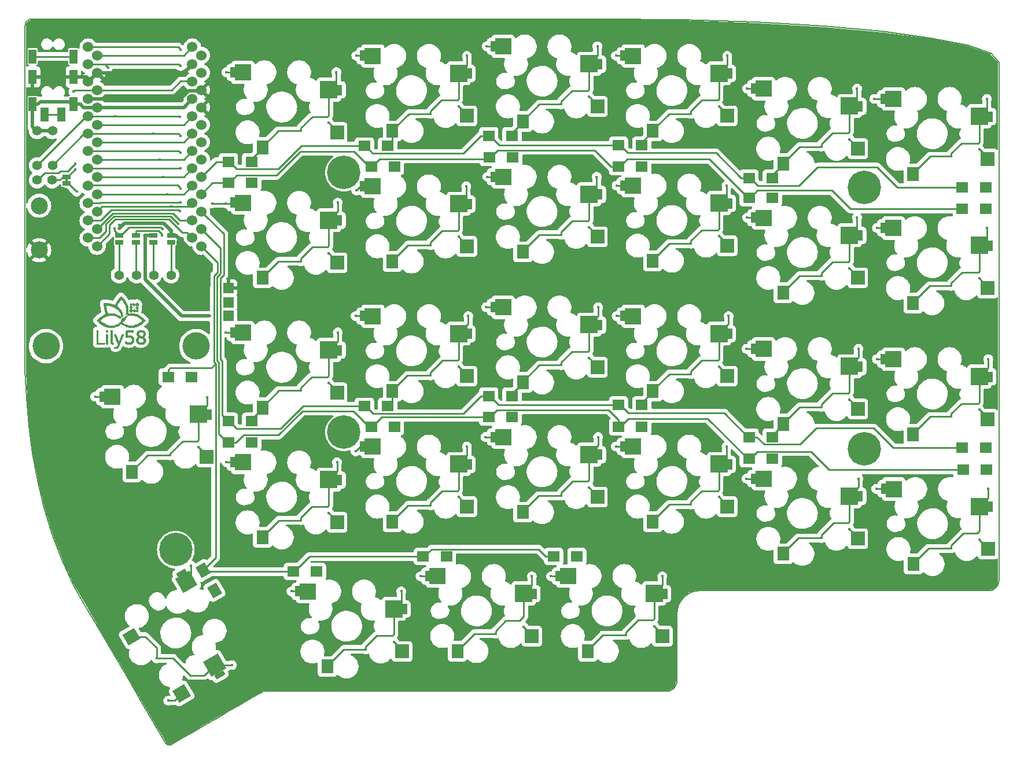
<source format=gtl>
G04 #@! TF.GenerationSoftware,KiCad,Pcbnew,7.0.10*
G04 #@! TF.CreationDate,2024-04-22T20:06:49+02:00*
G04 #@! TF.ProjectId,Lily58_Pro,4c696c79-3538-45f5-9072-6f2e6b696361,rev?*
G04 #@! TF.SameCoordinates,Original*
G04 #@! TF.FileFunction,Copper,L1,Top*
G04 #@! TF.FilePolarity,Positive*
%FSLAX46Y46*%
G04 Gerber Fmt 4.6, Leading zero omitted, Abs format (unit mm)*
G04 Created by KiCad (PCBNEW 7.0.10) date 2024-04-22 20:06:49*
%MOMM*%
%LPD*%
G01*
G04 APERTURE LIST*
G04 Aperture macros list*
%AMRotRect*
0 Rectangle, with rotation*
0 The origin of the aperture is its center*
0 $1 length*
0 $2 width*
0 $3 Rotation angle, in degrees counterclockwise*
0 Add horizontal line*
21,1,$1,$2,0,0,$3*%
G04 Aperture macros list end*
G04 #@! TA.AperFunction,EtchedComponent*
%ADD10C,0.010000*%
G04 #@! TD*
G04 #@! TA.AperFunction,ComponentPad*
%ADD11R,1.200000X2.100000*%
G04 #@! TD*
G04 #@! TA.AperFunction,ComponentPad*
%ADD12R,1.524000X1.524000*%
G04 #@! TD*
G04 #@! TA.AperFunction,SMDPad,CuDef*
%ADD13RotRect,0.700000X1.500000X300.000000*%
G04 #@! TD*
G04 #@! TA.AperFunction,SMDPad,CuDef*
%ADD14RotRect,2.400000X2.400000X120.000000*%
G04 #@! TD*
G04 #@! TA.AperFunction,SMDPad,CuDef*
%ADD15RotRect,2.500000X2.500000X120.000000*%
G04 #@! TD*
G04 #@! TA.AperFunction,SMDPad,CuDef*
%ADD16RotRect,1.800000X2.000000X120.000000*%
G04 #@! TD*
G04 #@! TA.AperFunction,SMDPad,CuDef*
%ADD17RotRect,2.000000X2.000000X120.000000*%
G04 #@! TD*
G04 #@! TA.AperFunction,SMDPad,CuDef*
%ADD18R,0.700000X1.500000*%
G04 #@! TD*
G04 #@! TA.AperFunction,SMDPad,CuDef*
%ADD19R,2.400000X2.400000*%
G04 #@! TD*
G04 #@! TA.AperFunction,SMDPad,CuDef*
%ADD20R,2.500000X2.500000*%
G04 #@! TD*
G04 #@! TA.AperFunction,SMDPad,CuDef*
%ADD21R,1.800000X2.000000*%
G04 #@! TD*
G04 #@! TA.AperFunction,SMDPad,CuDef*
%ADD22R,2.000000X2.000000*%
G04 #@! TD*
G04 #@! TA.AperFunction,ComponentPad*
%ADD23C,1.524000*%
G04 #@! TD*
G04 #@! TA.AperFunction,ComponentPad*
%ADD24C,4.900000*%
G04 #@! TD*
G04 #@! TA.AperFunction,ComponentPad*
%ADD25C,1.397000*%
G04 #@! TD*
G04 #@! TA.AperFunction,SMDPad,CuDef*
%ADD26R,1.143000X0.635000*%
G04 #@! TD*
G04 #@! TA.AperFunction,ComponentPad*
%ADD27C,2.500000*%
G04 #@! TD*
G04 #@! TA.AperFunction,SMDPad,CuDef*
%ADD28R,0.381000X0.381000*%
G04 #@! TD*
G04 #@! TA.AperFunction,ComponentPad*
%ADD29R,1.800000X1.500000*%
G04 #@! TD*
G04 #@! TA.AperFunction,ComponentPad*
%ADD30RotRect,1.800000X1.500000X300.000000*%
G04 #@! TD*
G04 #@! TA.AperFunction,ComponentPad*
%ADD31C,4.000000*%
G04 #@! TD*
G04 #@! TA.AperFunction,ViaPad*
%ADD32C,0.400000*%
G04 #@! TD*
G04 #@! TA.AperFunction,Conductor*
%ADD33C,0.250000*%
G04 #@! TD*
G04 #@! TA.AperFunction,Conductor*
%ADD34C,0.500000*%
G04 #@! TD*
G04 #@! TA.AperFunction,Profile*
%ADD35C,0.200000*%
G04 #@! TD*
G04 APERTURE END LIST*
D10*
X98418714Y-78718254D02*
X98434649Y-78731799D01*
X98456095Y-78751725D01*
X98480912Y-78775864D01*
X98506960Y-78802048D01*
X98532101Y-78828110D01*
X98554194Y-78851883D01*
X98571101Y-78871197D01*
X98580681Y-78883887D01*
X98582057Y-78887146D01*
X98577145Y-78895635D01*
X98563828Y-78911893D01*
X98544241Y-78933742D01*
X98520514Y-78959004D01*
X98494781Y-78985500D01*
X98469172Y-79011052D01*
X98445822Y-79033481D01*
X98426862Y-79050610D01*
X98414424Y-79060260D01*
X98411288Y-79061600D01*
X98403998Y-79056697D01*
X98388390Y-79043118D01*
X98366299Y-79022562D01*
X98339560Y-78996725D01*
X98317460Y-78974803D01*
X98230889Y-78888006D01*
X98317187Y-78800632D01*
X98346078Y-78771777D01*
X98371693Y-78746940D01*
X98392215Y-78727824D01*
X98405826Y-78716131D01*
X98410428Y-78713257D01*
X98418714Y-78718254D01*
G04 #@! TA.AperFunction,EtchedComponent*
G36*
X98418714Y-78718254D02*
G01*
X98434649Y-78731799D01*
X98456095Y-78751725D01*
X98480912Y-78775864D01*
X98506960Y-78802048D01*
X98532101Y-78828110D01*
X98554194Y-78851883D01*
X98571101Y-78871197D01*
X98580681Y-78883887D01*
X98582057Y-78887146D01*
X98577145Y-78895635D01*
X98563828Y-78911893D01*
X98544241Y-78933742D01*
X98520514Y-78959004D01*
X98494781Y-78985500D01*
X98469172Y-79011052D01*
X98445822Y-79033481D01*
X98426862Y-79050610D01*
X98414424Y-79060260D01*
X98411288Y-79061600D01*
X98403998Y-79056697D01*
X98388390Y-79043118D01*
X98366299Y-79022562D01*
X98339560Y-78996725D01*
X98317460Y-78974803D01*
X98230889Y-78888006D01*
X98317187Y-78800632D01*
X98346078Y-78771777D01*
X98371693Y-78746940D01*
X98392215Y-78727824D01*
X98405826Y-78716131D01*
X98410428Y-78713257D01*
X98418714Y-78718254D01*
G37*
G04 #@! TD.AperFunction*
X98822488Y-78689154D02*
X98838605Y-78702669D01*
X98860907Y-78722884D01*
X98887475Y-78747910D01*
X98916390Y-78775854D01*
X98945733Y-78804829D01*
X98973586Y-78832943D01*
X98998028Y-78858306D01*
X99017142Y-78879028D01*
X99029009Y-78893219D01*
X99032000Y-78898499D01*
X99027061Y-78905816D01*
X99013509Y-78921244D01*
X98993243Y-78942888D01*
X98968165Y-78968850D01*
X98940173Y-78997234D01*
X98911167Y-79026144D01*
X98883046Y-79053684D01*
X98857711Y-79077957D01*
X98837061Y-79097067D01*
X98822995Y-79109117D01*
X98817730Y-79112400D01*
X98810614Y-79107482D01*
X98794980Y-79093761D01*
X98772486Y-79072787D01*
X98744786Y-79046110D01*
X98713535Y-79015279D01*
X98707149Y-79008895D01*
X98675685Y-78976855D01*
X98648082Y-78947754D01*
X98625897Y-78923315D01*
X98610686Y-78905260D01*
X98604006Y-78895313D01*
X98603829Y-78894498D01*
X98608829Y-78885843D01*
X98622527Y-78869274D01*
X98642972Y-78846741D01*
X98668213Y-78820190D01*
X98696298Y-78791570D01*
X98725275Y-78762830D01*
X98753193Y-78735916D01*
X98778101Y-78712778D01*
X98798047Y-78695362D01*
X98811079Y-78685618D01*
X98814474Y-78684229D01*
X98822488Y-78689154D01*
G04 #@! TA.AperFunction,EtchedComponent*
G36*
X98822488Y-78689154D02*
G01*
X98838605Y-78702669D01*
X98860907Y-78722884D01*
X98887475Y-78747910D01*
X98916390Y-78775854D01*
X98945733Y-78804829D01*
X98973586Y-78832943D01*
X98998028Y-78858306D01*
X99017142Y-78879028D01*
X99029009Y-78893219D01*
X99032000Y-78898499D01*
X99027061Y-78905816D01*
X99013509Y-78921244D01*
X98993243Y-78942888D01*
X98968165Y-78968850D01*
X98940173Y-78997234D01*
X98911167Y-79026144D01*
X98883046Y-79053684D01*
X98857711Y-79077957D01*
X98837061Y-79097067D01*
X98822995Y-79109117D01*
X98817730Y-79112400D01*
X98810614Y-79107482D01*
X98794980Y-79093761D01*
X98772486Y-79072787D01*
X98744786Y-79046110D01*
X98713535Y-79015279D01*
X98707149Y-79008895D01*
X98675685Y-78976855D01*
X98648082Y-78947754D01*
X98625897Y-78923315D01*
X98610686Y-78905260D01*
X98604006Y-78895313D01*
X98603829Y-78894498D01*
X98608829Y-78885843D01*
X98622527Y-78869274D01*
X98642972Y-78846741D01*
X98668213Y-78820190D01*
X98696298Y-78791570D01*
X98725275Y-78762830D01*
X98753193Y-78735916D01*
X98778101Y-78712778D01*
X98798047Y-78695362D01*
X98811079Y-78685618D01*
X98814474Y-78684229D01*
X98822488Y-78689154D01*
G37*
G04 #@! TD.AperFunction*
X99316259Y-78645682D02*
X99332770Y-78659495D01*
X99355704Y-78680368D01*
X99383304Y-78706539D01*
X99413812Y-78736249D01*
X99445471Y-78767739D01*
X99476523Y-78799248D01*
X99505212Y-78829017D01*
X99529778Y-78855287D01*
X99548465Y-78876297D01*
X99559515Y-78890288D01*
X99561772Y-78894844D01*
X99556776Y-78903174D01*
X99542962Y-78919684D01*
X99522090Y-78942618D01*
X99495919Y-78970218D01*
X99466208Y-79000726D01*
X99434719Y-79032385D01*
X99403209Y-79063438D01*
X99373440Y-79092126D01*
X99347171Y-79116692D01*
X99326161Y-79135379D01*
X99312170Y-79146430D01*
X99307614Y-79148686D01*
X99299605Y-79143739D01*
X99283003Y-79129853D01*
X99259370Y-79108462D01*
X99230264Y-79080999D01*
X99197246Y-79048900D01*
X99175249Y-79027051D01*
X99141017Y-78992332D01*
X99110519Y-78960551D01*
X99085187Y-78933272D01*
X99066453Y-78912055D01*
X99055748Y-78898463D01*
X99053772Y-78894528D01*
X99058767Y-78886198D01*
X99072581Y-78869688D01*
X99093454Y-78846754D01*
X99119625Y-78819154D01*
X99149335Y-78788646D01*
X99180825Y-78756987D01*
X99212334Y-78725934D01*
X99242103Y-78697246D01*
X99268372Y-78672680D01*
X99289382Y-78653993D01*
X99303373Y-78642942D01*
X99307930Y-78640686D01*
X99316259Y-78645682D01*
G04 #@! TA.AperFunction,EtchedComponent*
G36*
X99316259Y-78645682D02*
G01*
X99332770Y-78659495D01*
X99355704Y-78680368D01*
X99383304Y-78706539D01*
X99413812Y-78736249D01*
X99445471Y-78767739D01*
X99476523Y-78799248D01*
X99505212Y-78829017D01*
X99529778Y-78855287D01*
X99548465Y-78876297D01*
X99559515Y-78890288D01*
X99561772Y-78894844D01*
X99556776Y-78903174D01*
X99542962Y-78919684D01*
X99522090Y-78942618D01*
X99495919Y-78970218D01*
X99466208Y-79000726D01*
X99434719Y-79032385D01*
X99403209Y-79063438D01*
X99373440Y-79092126D01*
X99347171Y-79116692D01*
X99326161Y-79135379D01*
X99312170Y-79146430D01*
X99307614Y-79148686D01*
X99299605Y-79143739D01*
X99283003Y-79129853D01*
X99259370Y-79108462D01*
X99230264Y-79080999D01*
X99197246Y-79048900D01*
X99175249Y-79027051D01*
X99141017Y-78992332D01*
X99110519Y-78960551D01*
X99085187Y-78933272D01*
X99066453Y-78912055D01*
X99055748Y-78898463D01*
X99053772Y-78894528D01*
X99058767Y-78886198D01*
X99072581Y-78869688D01*
X99093454Y-78846754D01*
X99119625Y-78819154D01*
X99149335Y-78788646D01*
X99180825Y-78756987D01*
X99212334Y-78725934D01*
X99242103Y-78697246D01*
X99268372Y-78672680D01*
X99289382Y-78653993D01*
X99303373Y-78642942D01*
X99307930Y-78640686D01*
X99316259Y-78645682D01*
G37*
G04 #@! TD.AperFunction*
X98419315Y-79088372D02*
X98435102Y-79102093D01*
X98456989Y-79122618D01*
X98483090Y-79148027D01*
X98511519Y-79176404D01*
X98540389Y-79205829D01*
X98567814Y-79234385D01*
X98591909Y-79260153D01*
X98610786Y-79281215D01*
X98622561Y-79295654D01*
X98625600Y-79301086D01*
X98620683Y-79309019D01*
X98607191Y-79325073D01*
X98587008Y-79347331D01*
X98562022Y-79373875D01*
X98534119Y-79402785D01*
X98505184Y-79432145D01*
X98477104Y-79460035D01*
X98451765Y-79484538D01*
X98431054Y-79503735D01*
X98416856Y-79515709D01*
X98411515Y-79518800D01*
X98404723Y-79513913D01*
X98389336Y-79500277D01*
X98366995Y-79479431D01*
X98339343Y-79452912D01*
X98308023Y-79422258D01*
X98301405Y-79415710D01*
X98269750Y-79383774D01*
X98241978Y-79354705D01*
X98219654Y-79330227D01*
X98204343Y-79312066D01*
X98197609Y-79301946D01*
X98197429Y-79301086D01*
X98202346Y-79293153D01*
X98215838Y-79277098D01*
X98236021Y-79254840D01*
X98261007Y-79228297D01*
X98288910Y-79199387D01*
X98317845Y-79170027D01*
X98345925Y-79142137D01*
X98371264Y-79117634D01*
X98391975Y-79098436D01*
X98406173Y-79086463D01*
X98411515Y-79083372D01*
X98419315Y-79088372D01*
G04 #@! TA.AperFunction,EtchedComponent*
G36*
X98419315Y-79088372D02*
G01*
X98435102Y-79102093D01*
X98456989Y-79122618D01*
X98483090Y-79148027D01*
X98511519Y-79176404D01*
X98540389Y-79205829D01*
X98567814Y-79234385D01*
X98591909Y-79260153D01*
X98610786Y-79281215D01*
X98622561Y-79295654D01*
X98625600Y-79301086D01*
X98620683Y-79309019D01*
X98607191Y-79325073D01*
X98587008Y-79347331D01*
X98562022Y-79373875D01*
X98534119Y-79402785D01*
X98505184Y-79432145D01*
X98477104Y-79460035D01*
X98451765Y-79484538D01*
X98431054Y-79503735D01*
X98416856Y-79515709D01*
X98411515Y-79518800D01*
X98404723Y-79513913D01*
X98389336Y-79500277D01*
X98366995Y-79479431D01*
X98339343Y-79452912D01*
X98308023Y-79422258D01*
X98301405Y-79415710D01*
X98269750Y-79383774D01*
X98241978Y-79354705D01*
X98219654Y-79330227D01*
X98204343Y-79312066D01*
X98197609Y-79301946D01*
X98197429Y-79301086D01*
X98202346Y-79293153D01*
X98215838Y-79277098D01*
X98236021Y-79254840D01*
X98261007Y-79228297D01*
X98288910Y-79199387D01*
X98317845Y-79170027D01*
X98345925Y-79142137D01*
X98371264Y-79117634D01*
X98391975Y-79098436D01*
X98406173Y-79086463D01*
X98411515Y-79083372D01*
X98419315Y-79088372D01*
G37*
G04 #@! TD.AperFunction*
X99412968Y-79272025D02*
X99444769Y-79304289D01*
X99472714Y-79333635D01*
X99495258Y-79358358D01*
X99510855Y-79376752D01*
X99517959Y-79387111D01*
X99518229Y-79388175D01*
X99513229Y-79396868D01*
X99499532Y-79413473D01*
X99479088Y-79436042D01*
X99453849Y-79462625D01*
X99425765Y-79491273D01*
X99396788Y-79520036D01*
X99368869Y-79546965D01*
X99343960Y-79570110D01*
X99324010Y-79587522D01*
X99310972Y-79597252D01*
X99307584Y-79598629D01*
X99299366Y-79593691D01*
X99282718Y-79579907D01*
X99259340Y-79558823D01*
X99230936Y-79531984D01*
X99199208Y-79500936D01*
X99191625Y-79493368D01*
X99086552Y-79388107D01*
X99197130Y-79277530D01*
X99307707Y-79166952D01*
X99412968Y-79272025D01*
G04 #@! TA.AperFunction,EtchedComponent*
G36*
X99412968Y-79272025D02*
G01*
X99444769Y-79304289D01*
X99472714Y-79333635D01*
X99495258Y-79358358D01*
X99510855Y-79376752D01*
X99517959Y-79387111D01*
X99518229Y-79388175D01*
X99513229Y-79396868D01*
X99499532Y-79413473D01*
X99479088Y-79436042D01*
X99453849Y-79462625D01*
X99425765Y-79491273D01*
X99396788Y-79520036D01*
X99368869Y-79546965D01*
X99343960Y-79570110D01*
X99324010Y-79587522D01*
X99310972Y-79597252D01*
X99307584Y-79598629D01*
X99299366Y-79593691D01*
X99282718Y-79579907D01*
X99259340Y-79558823D01*
X99230936Y-79531984D01*
X99199208Y-79500936D01*
X99191625Y-79493368D01*
X99086552Y-79388107D01*
X99197130Y-79277530D01*
X99307707Y-79166952D01*
X99412968Y-79272025D01*
G37*
G04 #@! TD.AperFunction*
X99316339Y-79632567D02*
X99332458Y-79645874D01*
X99354185Y-79665447D01*
X99379347Y-79689154D01*
X99405768Y-79714861D01*
X99431274Y-79740437D01*
X99453690Y-79763750D01*
X99470842Y-79782668D01*
X99480554Y-79795058D01*
X99481943Y-79798205D01*
X99477103Y-79805111D01*
X99463959Y-79820048D01*
X99444575Y-79840911D01*
X99421016Y-79865591D01*
X99395345Y-79891982D01*
X99369626Y-79917977D01*
X99345923Y-79941469D01*
X99326301Y-79960350D01*
X99312824Y-79972515D01*
X99307772Y-79976000D01*
X99301622Y-79971119D01*
X99287047Y-79957611D01*
X99265820Y-79937175D01*
X99239713Y-79911511D01*
X99218758Y-79890620D01*
X99190385Y-79861755D01*
X99166018Y-79836170D01*
X99147365Y-79815722D01*
X99136133Y-79802270D01*
X99133600Y-79797973D01*
X99138619Y-79789773D01*
X99152222Y-79773965D01*
X99172232Y-79752676D01*
X99196468Y-79728033D01*
X99222751Y-79702166D01*
X99248904Y-79677202D01*
X99272746Y-79655268D01*
X99292099Y-79638493D01*
X99304783Y-79629005D01*
X99308004Y-79627657D01*
X99316339Y-79632567D01*
G04 #@! TA.AperFunction,EtchedComponent*
G36*
X99316339Y-79632567D02*
G01*
X99332458Y-79645874D01*
X99354185Y-79665447D01*
X99379347Y-79689154D01*
X99405768Y-79714861D01*
X99431274Y-79740437D01*
X99453690Y-79763750D01*
X99470842Y-79782668D01*
X99480554Y-79795058D01*
X99481943Y-79798205D01*
X99477103Y-79805111D01*
X99463959Y-79820048D01*
X99444575Y-79840911D01*
X99421016Y-79865591D01*
X99395345Y-79891982D01*
X99369626Y-79917977D01*
X99345923Y-79941469D01*
X99326301Y-79960350D01*
X99312824Y-79972515D01*
X99307772Y-79976000D01*
X99301622Y-79971119D01*
X99287047Y-79957611D01*
X99265820Y-79937175D01*
X99239713Y-79911511D01*
X99218758Y-79890620D01*
X99190385Y-79861755D01*
X99166018Y-79836170D01*
X99147365Y-79815722D01*
X99136133Y-79802270D01*
X99133600Y-79797973D01*
X99138619Y-79789773D01*
X99152222Y-79773965D01*
X99172232Y-79752676D01*
X99196468Y-79728033D01*
X99222751Y-79702166D01*
X99248904Y-79677202D01*
X99272746Y-79655268D01*
X99292099Y-79638493D01*
X99304783Y-79629005D01*
X99308004Y-79627657D01*
X99316339Y-79632567D01*
G37*
G04 #@! TD.AperFunction*
X98913116Y-79582775D02*
X98922787Y-79590344D01*
X98939958Y-79605996D01*
X98962722Y-79627796D01*
X98989169Y-79653806D01*
X99017390Y-79682093D01*
X99045477Y-79710719D01*
X99071521Y-79737750D01*
X99093613Y-79761250D01*
X99109843Y-79779283D01*
X99118304Y-79789913D01*
X99119086Y-79791639D01*
X99114077Y-79799418D01*
X99100331Y-79815166D01*
X99079770Y-79836998D01*
X99054319Y-79863033D01*
X99025899Y-79891386D01*
X98996433Y-79920176D01*
X98967844Y-79947518D01*
X98942055Y-79971531D01*
X98920989Y-79990332D01*
X98906568Y-80002036D01*
X98901184Y-80005029D01*
X98892884Y-80000094D01*
X98876217Y-79986350D01*
X98852940Y-79965383D01*
X98824811Y-79938783D01*
X98793589Y-79908136D01*
X98790603Y-79905149D01*
X98759721Y-79873670D01*
X98732731Y-79845130D01*
X98711217Y-79821290D01*
X98696764Y-79803911D01*
X98690959Y-79794754D01*
X98690915Y-79794384D01*
X98695852Y-79786152D01*
X98709628Y-79769500D01*
X98730691Y-79746140D01*
X98757487Y-79717784D01*
X98788464Y-79686145D01*
X98795188Y-79679411D01*
X98831119Y-79643787D01*
X98858408Y-79617447D01*
X98878481Y-79599222D01*
X98892764Y-79587943D01*
X98902684Y-79582440D01*
X98909668Y-79581546D01*
X98913116Y-79582775D01*
G04 #@! TA.AperFunction,EtchedComponent*
G36*
X98913116Y-79582775D02*
G01*
X98922787Y-79590344D01*
X98939958Y-79605996D01*
X98962722Y-79627796D01*
X98989169Y-79653806D01*
X99017390Y-79682093D01*
X99045477Y-79710719D01*
X99071521Y-79737750D01*
X99093613Y-79761250D01*
X99109843Y-79779283D01*
X99118304Y-79789913D01*
X99119086Y-79791639D01*
X99114077Y-79799418D01*
X99100331Y-79815166D01*
X99079770Y-79836998D01*
X99054319Y-79863033D01*
X99025899Y-79891386D01*
X98996433Y-79920176D01*
X98967844Y-79947518D01*
X98942055Y-79971531D01*
X98920989Y-79990332D01*
X98906568Y-80002036D01*
X98901184Y-80005029D01*
X98892884Y-80000094D01*
X98876217Y-79986350D01*
X98852940Y-79965383D01*
X98824811Y-79938783D01*
X98793589Y-79908136D01*
X98790603Y-79905149D01*
X98759721Y-79873670D01*
X98732731Y-79845130D01*
X98711217Y-79821290D01*
X98696764Y-79803911D01*
X98690959Y-79794754D01*
X98690915Y-79794384D01*
X98695852Y-79786152D01*
X98709628Y-79769500D01*
X98730691Y-79746140D01*
X98757487Y-79717784D01*
X98788464Y-79686145D01*
X98795188Y-79679411D01*
X98831119Y-79643787D01*
X98858408Y-79617447D01*
X98878481Y-79599222D01*
X98892764Y-79587943D01*
X98902684Y-79582440D01*
X98909668Y-79581546D01*
X98913116Y-79582775D01*
G37*
G04 #@! TD.AperFunction*
X98421348Y-79545629D02*
X98439163Y-79559599D01*
X98463159Y-79580676D01*
X98491532Y-79607055D01*
X98522479Y-79636931D01*
X98554195Y-79668500D01*
X98584877Y-79699956D01*
X98612721Y-79729495D01*
X98635924Y-79755312D01*
X98652681Y-79775601D01*
X98661190Y-79788558D01*
X98661886Y-79791103D01*
X98656909Y-79800099D01*
X98643144Y-79817274D01*
X98622343Y-79840851D01*
X98596257Y-79869052D01*
X98566636Y-79900099D01*
X98535233Y-79932215D01*
X98503796Y-79963620D01*
X98474079Y-79992538D01*
X98447831Y-80017191D01*
X98426804Y-80035801D01*
X98412748Y-80046590D01*
X98408305Y-80048572D01*
X98400403Y-80043649D01*
X98383890Y-80029845D01*
X98360350Y-80008610D01*
X98331370Y-79981392D01*
X98298535Y-79949640D01*
X98279575Y-79930936D01*
X98245428Y-79896613D01*
X98214748Y-79865008D01*
X98189065Y-79837761D01*
X98169911Y-79816510D01*
X98158814Y-79802896D01*
X98156731Y-79799361D01*
X98157392Y-79792635D01*
X98163318Y-79782045D01*
X98175496Y-79766450D01*
X98194914Y-79744708D01*
X98222559Y-79715674D01*
X98259419Y-79678208D01*
X98274574Y-79662997D01*
X98317749Y-79620399D01*
X98353658Y-79586297D01*
X98381675Y-79561252D01*
X98401174Y-79545824D01*
X98411517Y-79540572D01*
X98421348Y-79545629D01*
G04 #@! TA.AperFunction,EtchedComponent*
G36*
X98421348Y-79545629D02*
G01*
X98439163Y-79559599D01*
X98463159Y-79580676D01*
X98491532Y-79607055D01*
X98522479Y-79636931D01*
X98554195Y-79668500D01*
X98584877Y-79699956D01*
X98612721Y-79729495D01*
X98635924Y-79755312D01*
X98652681Y-79775601D01*
X98661190Y-79788558D01*
X98661886Y-79791103D01*
X98656909Y-79800099D01*
X98643144Y-79817274D01*
X98622343Y-79840851D01*
X98596257Y-79869052D01*
X98566636Y-79900099D01*
X98535233Y-79932215D01*
X98503796Y-79963620D01*
X98474079Y-79992538D01*
X98447831Y-80017191D01*
X98426804Y-80035801D01*
X98412748Y-80046590D01*
X98408305Y-80048572D01*
X98400403Y-80043649D01*
X98383890Y-80029845D01*
X98360350Y-80008610D01*
X98331370Y-79981392D01*
X98298535Y-79949640D01*
X98279575Y-79930936D01*
X98245428Y-79896613D01*
X98214748Y-79865008D01*
X98189065Y-79837761D01*
X98169911Y-79816510D01*
X98158814Y-79802896D01*
X98156731Y-79799361D01*
X98157392Y-79792635D01*
X98163318Y-79782045D01*
X98175496Y-79766450D01*
X98194914Y-79744708D01*
X98222559Y-79715674D01*
X98259419Y-79678208D01*
X98274574Y-79662997D01*
X98317749Y-79620399D01*
X98353658Y-79586297D01*
X98381675Y-79561252D01*
X98401174Y-79545824D01*
X98411517Y-79540572D01*
X98421348Y-79545629D01*
G37*
G04 #@! TD.AperFunction*
X97078092Y-77751737D02*
X97237453Y-77924566D01*
X97386427Y-78107516D01*
X97524948Y-78300510D01*
X97548489Y-78335886D01*
X97656724Y-78510990D01*
X97750642Y-78685431D01*
X97830230Y-78859143D01*
X97895475Y-79032061D01*
X97946363Y-79204120D01*
X97982880Y-79375255D01*
X98005013Y-79545400D01*
X98012748Y-79714491D01*
X98006072Y-79882461D01*
X97984970Y-80049247D01*
X97949431Y-80214782D01*
X97943993Y-80235307D01*
X97935685Y-80266015D01*
X97864316Y-80288187D01*
X97825821Y-80300605D01*
X97784696Y-80314604D01*
X97747902Y-80327792D01*
X97736557Y-80332074D01*
X97710323Y-80341593D01*
X97689601Y-80348019D01*
X97677785Y-80350342D01*
X97676399Y-80350018D01*
X97676674Y-80341867D01*
X97680561Y-80323177D01*
X97687318Y-80297250D01*
X97691518Y-80282681D01*
X97729788Y-80131041D01*
X97754242Y-79979808D01*
X97764833Y-79828558D01*
X97761512Y-79676867D01*
X97744230Y-79524312D01*
X97712940Y-79370470D01*
X97667593Y-79214917D01*
X97608141Y-79057230D01*
X97534535Y-78896984D01*
X97532958Y-78893830D01*
X97493733Y-78817413D01*
X97456381Y-78749153D01*
X97417788Y-78683686D01*
X97374840Y-78615649D01*
X97345938Y-78571743D01*
X97276796Y-78472108D01*
X97201006Y-78370248D01*
X97122143Y-78270757D01*
X97043777Y-78178225D01*
X97012809Y-78143572D01*
X96979808Y-78107286D01*
X96963703Y-78121800D01*
X96949551Y-78136124D01*
X96928148Y-78159789D01*
X96901222Y-78190733D01*
X96870504Y-78226896D01*
X96837722Y-78266216D01*
X96804608Y-78306632D01*
X96772890Y-78346084D01*
X96744298Y-78382509D01*
X96737478Y-78391376D01*
X96668547Y-78485384D01*
X96599761Y-78586549D01*
X96534779Y-78689297D01*
X96478494Y-78785829D01*
X96456467Y-78826703D01*
X96433394Y-78871650D01*
X96410102Y-78918830D01*
X96387420Y-78966404D01*
X96366174Y-79012533D01*
X96347192Y-79055378D01*
X96331303Y-79093098D01*
X96319333Y-79123856D01*
X96312110Y-79145811D01*
X96310463Y-79157125D01*
X96310994Y-79158057D01*
X96317955Y-79162963D01*
X96334206Y-79174245D01*
X96357081Y-79190055D01*
X96375886Y-79203019D01*
X96507284Y-79302253D01*
X96629551Y-79412682D01*
X96742707Y-79534335D01*
X96846771Y-79667238D01*
X96941762Y-79811419D01*
X97027699Y-79966904D01*
X97104601Y-80133722D01*
X97172488Y-80311899D01*
X97188841Y-80360629D01*
X97202900Y-80404294D01*
X97216013Y-80446148D01*
X97227224Y-80483056D01*
X97235578Y-80511882D01*
X97239609Y-80527215D01*
X97244495Y-80550207D01*
X97245199Y-80563318D01*
X97241427Y-80570652D01*
X97236232Y-80574387D01*
X97225568Y-80581046D01*
X97205448Y-80593846D01*
X97178601Y-80611041D01*
X97147758Y-80630887D01*
X97142623Y-80634200D01*
X97112477Y-80653100D01*
X97086769Y-80668176D01*
X97067864Y-80678117D01*
X97058127Y-80681614D01*
X97057434Y-80681371D01*
X97053771Y-80672480D01*
X97047625Y-80653057D01*
X97040087Y-80626641D01*
X97036852Y-80614629D01*
X96989704Y-80456769D01*
X96933637Y-80304840D01*
X96869308Y-80160033D01*
X96797376Y-80023537D01*
X96718500Y-79896544D01*
X96633337Y-79780243D01*
X96542548Y-79675824D01*
X96486842Y-79620490D01*
X96367926Y-79518720D01*
X96238151Y-79426255D01*
X96097473Y-79343079D01*
X95945846Y-79269174D01*
X95783225Y-79204526D01*
X95609564Y-79149117D01*
X95424820Y-79102930D01*
X95228945Y-79065951D01*
X95021896Y-79038161D01*
X94834594Y-79021582D01*
X94770131Y-79017144D01*
X94775171Y-79099243D01*
X94794753Y-79319541D01*
X94825942Y-79531254D01*
X94868779Y-79734564D01*
X94923307Y-79929656D01*
X94989567Y-80116713D01*
X95024532Y-80201349D01*
X95038824Y-80234383D01*
X95135855Y-80218053D01*
X95300838Y-80197264D01*
X95466151Y-80190430D01*
X95632021Y-80197599D01*
X95798676Y-80218820D01*
X95966346Y-80254143D01*
X96135257Y-80303616D01*
X96305639Y-80367288D01*
X96477720Y-80445208D01*
X96651727Y-80537425D01*
X96667391Y-80546371D01*
X96709688Y-80571205D01*
X96754353Y-80598365D01*
X96799337Y-80626511D01*
X96842590Y-80654303D01*
X96882063Y-80680401D01*
X96915707Y-80703466D01*
X96941473Y-80722157D01*
X96957313Y-80735137D01*
X96959495Y-80737347D01*
X96965796Y-80745277D01*
X96967162Y-80752678D01*
X96962341Y-80762659D01*
X96950082Y-80778327D01*
X96936690Y-80794013D01*
X96913781Y-80822060D01*
X96890204Y-80853182D01*
X96873382Y-80877214D01*
X96846190Y-80918457D01*
X96779007Y-80871941D01*
X96641008Y-80782626D01*
X96497974Y-80701950D01*
X96351678Y-80630626D01*
X96203891Y-80569369D01*
X96056387Y-80518895D01*
X95910936Y-80479917D01*
X95769310Y-80453150D01*
X95726372Y-80447433D01*
X95670147Y-80442587D01*
X95604203Y-80439904D01*
X95533165Y-80439340D01*
X95461662Y-80440854D01*
X95394317Y-80444403D01*
X95335759Y-80449944D01*
X95326779Y-80451112D01*
X95171174Y-80479299D01*
X95013538Y-80521459D01*
X94854490Y-80577298D01*
X94694651Y-80646520D01*
X94534640Y-80728828D01*
X94375076Y-80823927D01*
X94216580Y-80931522D01*
X94059771Y-81051315D01*
X94045757Y-81062689D01*
X94010287Y-81091936D01*
X93974442Y-81122043D01*
X93941705Y-81150051D01*
X93915557Y-81172998D01*
X93908457Y-81179423D01*
X93861286Y-81222648D01*
X93879429Y-81242465D01*
X93906987Y-81270038D01*
X93944768Y-81304115D01*
X93990875Y-81343214D01*
X94043413Y-81385854D01*
X94100484Y-81430552D01*
X94160192Y-81475827D01*
X94220641Y-81520196D01*
X94279933Y-81562179D01*
X94336173Y-81600293D01*
X94343886Y-81605361D01*
X94494402Y-81698671D01*
X94641190Y-81778990D01*
X94785679Y-81846897D01*
X94929294Y-81902970D01*
X95073464Y-81947787D01*
X95219615Y-81981926D01*
X95314128Y-81998329D01*
X95368693Y-82004546D01*
X95433551Y-82008662D01*
X95504634Y-82010683D01*
X95577875Y-82010612D01*
X95649207Y-82008454D01*
X95714560Y-82004211D01*
X95769869Y-81997888D01*
X95769915Y-81997881D01*
X95925752Y-81967633D01*
X96083891Y-81923613D01*
X96243398Y-81866201D01*
X96403339Y-81795775D01*
X96562780Y-81712711D01*
X96720787Y-81617390D01*
X96738495Y-81605874D01*
X96798189Y-81564120D01*
X96845881Y-81524568D01*
X96883510Y-81485387D01*
X96913018Y-81444748D01*
X96917768Y-81436880D01*
X96942308Y-81385384D01*
X96961327Y-81326070D01*
X96972937Y-81265176D01*
X96974527Y-81249629D01*
X96979989Y-81194267D01*
X96986843Y-81149535D01*
X96995992Y-81111557D01*
X97008337Y-81076455D01*
X97021802Y-81046429D01*
X97039500Y-81013783D01*
X97060499Y-80980720D01*
X97080690Y-80953634D01*
X97083588Y-80950263D01*
X97100765Y-80933328D01*
X97124906Y-80912859D01*
X97153748Y-80890413D01*
X97185025Y-80867553D01*
X97216474Y-80845837D01*
X97245829Y-80826826D01*
X97270826Y-80812080D01*
X97289201Y-80803158D01*
X97298689Y-80801622D01*
X97298995Y-80801864D01*
X97303347Y-80813442D01*
X97306633Y-80836330D01*
X97308794Y-80867359D01*
X97309774Y-80903362D01*
X97309515Y-80941169D01*
X97307959Y-80977612D01*
X97305051Y-81009522D01*
X97303004Y-81023164D01*
X97292858Y-81079727D01*
X97309234Y-81059449D01*
X97323794Y-81039532D01*
X97343881Y-81009395D01*
X97367990Y-80971517D01*
X97394614Y-80928374D01*
X97422243Y-80882441D01*
X97449372Y-80836195D01*
X97474494Y-80792114D01*
X97496100Y-80752672D01*
X97497115Y-80750765D01*
X97547915Y-80655132D01*
X97619087Y-80623360D01*
X97651372Y-80609333D01*
X97687309Y-80594345D01*
X97724408Y-80579359D01*
X97760177Y-80565340D01*
X97792124Y-80553250D01*
X97817759Y-80544053D01*
X97834589Y-80538712D01*
X97840096Y-80537905D01*
X97838993Y-80546182D01*
X97831910Y-80565445D01*
X97819731Y-80593894D01*
X97803342Y-80629728D01*
X97783628Y-80671146D01*
X97761473Y-80716347D01*
X97737764Y-80763530D01*
X97713384Y-80810894D01*
X97689220Y-80856638D01*
X97666156Y-80898961D01*
X97645078Y-80936062D01*
X97641024Y-80942959D01*
X97589606Y-81027633D01*
X97542438Y-81100219D01*
X97498246Y-81162048D01*
X97455757Y-81214455D01*
X97413697Y-81258773D01*
X97370792Y-81296334D01*
X97325770Y-81328472D01*
X97277356Y-81356520D01*
X97224277Y-81381812D01*
X97220083Y-81383630D01*
X97190623Y-81396572D01*
X97171522Y-81406355D01*
X97159776Y-81415493D01*
X97152385Y-81426497D01*
X97146345Y-81441881D01*
X97144684Y-81446735D01*
X97135080Y-81472667D01*
X97124899Y-81496745D01*
X97120990Y-81504846D01*
X97113950Y-81520570D01*
X97114981Y-81530470D01*
X97124906Y-81541297D01*
X97125501Y-81541846D01*
X97137384Y-81551165D01*
X97158724Y-81566361D01*
X97186739Y-81585507D01*
X97218646Y-81606677D01*
X97226660Y-81611900D01*
X97389471Y-81710700D01*
X97552946Y-81796137D01*
X97716562Y-81868002D01*
X97879796Y-81926086D01*
X98042127Y-81970177D01*
X98186543Y-81997651D01*
X98237438Y-82003557D01*
X98298306Y-82007783D01*
X98365168Y-82010292D01*
X98434046Y-82011045D01*
X98500959Y-82010007D01*
X98561929Y-82007139D01*
X98612977Y-82002404D01*
X98618343Y-82001695D01*
X98780901Y-81972295D01*
X98944447Y-81928745D01*
X99108243Y-81871306D01*
X99271552Y-81800241D01*
X99433637Y-81715810D01*
X99450096Y-81706444D01*
X99541078Y-81651715D01*
X99636029Y-81589946D01*
X99731929Y-81523346D01*
X99825759Y-81454125D01*
X99914501Y-81384494D01*
X99995135Y-81316662D01*
X100048000Y-81268745D01*
X100095172Y-81224318D01*
X100058886Y-81190483D01*
X100026193Y-81161038D01*
X99985032Y-81125547D01*
X99938575Y-81086629D01*
X99889997Y-81046905D01*
X99842472Y-81008994D01*
X99799175Y-80975516D01*
X99790372Y-80968885D01*
X99633833Y-80858308D01*
X99475693Y-80759646D01*
X99316813Y-80673320D01*
X99158055Y-80599750D01*
X99000282Y-80539355D01*
X98844355Y-80492555D01*
X98781128Y-80477388D01*
X98685335Y-80459798D01*
X98582178Y-80447409D01*
X98476015Y-80440429D01*
X98371203Y-80439062D01*
X98272100Y-80443516D01*
X98208067Y-80450260D01*
X98148355Y-80459594D01*
X98083138Y-80471900D01*
X98017336Y-80486113D01*
X97955864Y-80501168D01*
X97903641Y-80515997D01*
X97900997Y-80516829D01*
X97874217Y-80525002D01*
X97858649Y-80528651D01*
X97851794Y-80528016D01*
X97851154Y-80523336D01*
X97851675Y-80521553D01*
X97855249Y-80510954D01*
X97862680Y-80489110D01*
X97873119Y-80458503D01*
X97885720Y-80421620D01*
X97897286Y-80387807D01*
X97911531Y-80345218D01*
X97922497Y-80313370D01*
X97932435Y-80290345D01*
X97943596Y-80274222D01*
X97958228Y-80263082D01*
X97978584Y-80255005D01*
X98006912Y-80248071D01*
X98045462Y-80240361D01*
X98077686Y-80233897D01*
X98248866Y-80205773D01*
X98419001Y-80192068D01*
X98587938Y-80192784D01*
X98755521Y-80207921D01*
X98886857Y-80230077D01*
X99049897Y-80269969D01*
X99215176Y-80323418D01*
X99381669Y-80389837D01*
X99548351Y-80468640D01*
X99714197Y-80559240D01*
X99878182Y-80661051D01*
X100039280Y-80773487D01*
X100196467Y-80895962D01*
X100348717Y-81027889D01*
X100450720Y-81124481D01*
X100552372Y-81224304D01*
X100439647Y-81334938D01*
X100292897Y-81471378D01*
X100139305Y-81599677D01*
X99980247Y-81718966D01*
X99817101Y-81828373D01*
X99651243Y-81927029D01*
X99484049Y-82014064D01*
X99316897Y-82088608D01*
X99151162Y-82149790D01*
X99149541Y-82150324D01*
X98983017Y-82198512D01*
X98818050Y-82232965D01*
X98654064Y-82253642D01*
X98490483Y-82260499D01*
X98326734Y-82253496D01*
X98162240Y-82232592D01*
X97996426Y-82197743D01*
X97828717Y-82148908D01*
X97658538Y-82086047D01*
X97537029Y-82033397D01*
X97461836Y-81997224D01*
X97382193Y-81955922D01*
X97301149Y-81911261D01*
X97221750Y-81865010D01*
X97147045Y-81818940D01*
X97080080Y-81774820D01*
X97029276Y-81738490D01*
X97002614Y-81719055D01*
X96984454Y-81708023D01*
X96972118Y-81704543D01*
X96962926Y-81707766D01*
X96955612Y-81715104D01*
X96946130Y-81723386D01*
X96927051Y-81737761D01*
X96900928Y-81756377D01*
X96870313Y-81777384D01*
X96862195Y-81782834D01*
X96694947Y-81887951D01*
X96526949Y-81980397D01*
X96358732Y-82060012D01*
X96190824Y-82126638D01*
X96023755Y-82180115D01*
X95858052Y-82220284D01*
X95694246Y-82246985D01*
X95532865Y-82260058D01*
X95374438Y-82259346D01*
X95298200Y-82253930D01*
X95128746Y-82231003D01*
X94957764Y-82193861D01*
X94785690Y-82142671D01*
X94612957Y-82077598D01*
X94439999Y-81998810D01*
X94267250Y-81906472D01*
X94095144Y-81800751D01*
X94066225Y-81781622D01*
X93957025Y-81705483D01*
X93846393Y-81622392D01*
X93737586Y-81535018D01*
X93633862Y-81446026D01*
X93538479Y-81358084D01*
X93487543Y-81307881D01*
X93404086Y-81223271D01*
X93513165Y-81116707D01*
X93664198Y-80977002D01*
X93822272Y-80845800D01*
X93985991Y-80723998D01*
X94153957Y-80612496D01*
X94324776Y-80512191D01*
X94497049Y-80423982D01*
X94669381Y-80348768D01*
X94759541Y-80314738D01*
X94765937Y-80311139D01*
X94767153Y-80304480D01*
X94762623Y-80291558D01*
X94751782Y-80269172D01*
X94751322Y-80268257D01*
X94736154Y-80235825D01*
X94717726Y-80192751D01*
X94697265Y-80142198D01*
X94675999Y-80087328D01*
X94655157Y-80031302D01*
X94635964Y-79977283D01*
X94620943Y-79932457D01*
X94571568Y-79762126D01*
X94530040Y-79582622D01*
X94496875Y-79397299D01*
X94472592Y-79209512D01*
X94457709Y-79022617D01*
X94452743Y-78842832D01*
X94452743Y-78698743D01*
X94581557Y-78698773D01*
X94753493Y-78703330D01*
X94928695Y-78716620D01*
X95104865Y-78738190D01*
X95279706Y-78767584D01*
X95450920Y-78804349D01*
X95616209Y-78848030D01*
X95773276Y-78898173D01*
X95919823Y-78954323D01*
X95958719Y-78971087D01*
X95992003Y-78985690D01*
X96020902Y-78998138D01*
X96042615Y-79007243D01*
X96054341Y-79011813D01*
X96055123Y-79012049D01*
X96062050Y-79006583D01*
X96072391Y-78988420D01*
X96085491Y-78958798D01*
X96092190Y-78941857D01*
X96167342Y-78764470D01*
X96256153Y-78587556D01*
X96357789Y-78412376D01*
X96471415Y-78240195D01*
X96596197Y-78072274D01*
X96731302Y-77909876D01*
X96875894Y-77754265D01*
X96878429Y-77751686D01*
X96978383Y-77650086D01*
X97078092Y-77751737D01*
G04 #@! TA.AperFunction,EtchedComponent*
G36*
X97078092Y-77751737D02*
G01*
X97237453Y-77924566D01*
X97386427Y-78107516D01*
X97524948Y-78300510D01*
X97548489Y-78335886D01*
X97656724Y-78510990D01*
X97750642Y-78685431D01*
X97830230Y-78859143D01*
X97895475Y-79032061D01*
X97946363Y-79204120D01*
X97982880Y-79375255D01*
X98005013Y-79545400D01*
X98012748Y-79714491D01*
X98006072Y-79882461D01*
X97984970Y-80049247D01*
X97949431Y-80214782D01*
X97943993Y-80235307D01*
X97935685Y-80266015D01*
X97864316Y-80288187D01*
X97825821Y-80300605D01*
X97784696Y-80314604D01*
X97747902Y-80327792D01*
X97736557Y-80332074D01*
X97710323Y-80341593D01*
X97689601Y-80348019D01*
X97677785Y-80350342D01*
X97676399Y-80350018D01*
X97676674Y-80341867D01*
X97680561Y-80323177D01*
X97687318Y-80297250D01*
X97691518Y-80282681D01*
X97729788Y-80131041D01*
X97754242Y-79979808D01*
X97764833Y-79828558D01*
X97761512Y-79676867D01*
X97744230Y-79524312D01*
X97712940Y-79370470D01*
X97667593Y-79214917D01*
X97608141Y-79057230D01*
X97534535Y-78896984D01*
X97532958Y-78893830D01*
X97493733Y-78817413D01*
X97456381Y-78749153D01*
X97417788Y-78683686D01*
X97374840Y-78615649D01*
X97345938Y-78571743D01*
X97276796Y-78472108D01*
X97201006Y-78370248D01*
X97122143Y-78270757D01*
X97043777Y-78178225D01*
X97012809Y-78143572D01*
X96979808Y-78107286D01*
X96963703Y-78121800D01*
X96949551Y-78136124D01*
X96928148Y-78159789D01*
X96901222Y-78190733D01*
X96870504Y-78226896D01*
X96837722Y-78266216D01*
X96804608Y-78306632D01*
X96772890Y-78346084D01*
X96744298Y-78382509D01*
X96737478Y-78391376D01*
X96668547Y-78485384D01*
X96599761Y-78586549D01*
X96534779Y-78689297D01*
X96478494Y-78785829D01*
X96456467Y-78826703D01*
X96433394Y-78871650D01*
X96410102Y-78918830D01*
X96387420Y-78966404D01*
X96366174Y-79012533D01*
X96347192Y-79055378D01*
X96331303Y-79093098D01*
X96319333Y-79123856D01*
X96312110Y-79145811D01*
X96310463Y-79157125D01*
X96310994Y-79158057D01*
X96317955Y-79162963D01*
X96334206Y-79174245D01*
X96357081Y-79190055D01*
X96375886Y-79203019D01*
X96507284Y-79302253D01*
X96629551Y-79412682D01*
X96742707Y-79534335D01*
X96846771Y-79667238D01*
X96941762Y-79811419D01*
X97027699Y-79966904D01*
X97104601Y-80133722D01*
X97172488Y-80311899D01*
X97188841Y-80360629D01*
X97202900Y-80404294D01*
X97216013Y-80446148D01*
X97227224Y-80483056D01*
X97235578Y-80511882D01*
X97239609Y-80527215D01*
X97244495Y-80550207D01*
X97245199Y-80563318D01*
X97241427Y-80570652D01*
X97236232Y-80574387D01*
X97225568Y-80581046D01*
X97205448Y-80593846D01*
X97178601Y-80611041D01*
X97147758Y-80630887D01*
X97142623Y-80634200D01*
X97112477Y-80653100D01*
X97086769Y-80668176D01*
X97067864Y-80678117D01*
X97058127Y-80681614D01*
X97057434Y-80681371D01*
X97053771Y-80672480D01*
X97047625Y-80653057D01*
X97040087Y-80626641D01*
X97036852Y-80614629D01*
X96989704Y-80456769D01*
X96933637Y-80304840D01*
X96869308Y-80160033D01*
X96797376Y-80023537D01*
X96718500Y-79896544D01*
X96633337Y-79780243D01*
X96542548Y-79675824D01*
X96486842Y-79620490D01*
X96367926Y-79518720D01*
X96238151Y-79426255D01*
X96097473Y-79343079D01*
X95945846Y-79269174D01*
X95783225Y-79204526D01*
X95609564Y-79149117D01*
X95424820Y-79102930D01*
X95228945Y-79065951D01*
X95021896Y-79038161D01*
X94834594Y-79021582D01*
X94770131Y-79017144D01*
X94775171Y-79099243D01*
X94794753Y-79319541D01*
X94825942Y-79531254D01*
X94868779Y-79734564D01*
X94923307Y-79929656D01*
X94989567Y-80116713D01*
X95024532Y-80201349D01*
X95038824Y-80234383D01*
X95135855Y-80218053D01*
X95300838Y-80197264D01*
X95466151Y-80190430D01*
X95632021Y-80197599D01*
X95798676Y-80218820D01*
X95966346Y-80254143D01*
X96135257Y-80303616D01*
X96305639Y-80367288D01*
X96477720Y-80445208D01*
X96651727Y-80537425D01*
X96667391Y-80546371D01*
X96709688Y-80571205D01*
X96754353Y-80598365D01*
X96799337Y-80626511D01*
X96842590Y-80654303D01*
X96882063Y-80680401D01*
X96915707Y-80703466D01*
X96941473Y-80722157D01*
X96957313Y-80735137D01*
X96959495Y-80737347D01*
X96965796Y-80745277D01*
X96967162Y-80752678D01*
X96962341Y-80762659D01*
X96950082Y-80778327D01*
X96936690Y-80794013D01*
X96913781Y-80822060D01*
X96890204Y-80853182D01*
X96873382Y-80877214D01*
X96846190Y-80918457D01*
X96779007Y-80871941D01*
X96641008Y-80782626D01*
X96497974Y-80701950D01*
X96351678Y-80630626D01*
X96203891Y-80569369D01*
X96056387Y-80518895D01*
X95910936Y-80479917D01*
X95769310Y-80453150D01*
X95726372Y-80447433D01*
X95670147Y-80442587D01*
X95604203Y-80439904D01*
X95533165Y-80439340D01*
X95461662Y-80440854D01*
X95394317Y-80444403D01*
X95335759Y-80449944D01*
X95326779Y-80451112D01*
X95171174Y-80479299D01*
X95013538Y-80521459D01*
X94854490Y-80577298D01*
X94694651Y-80646520D01*
X94534640Y-80728828D01*
X94375076Y-80823927D01*
X94216580Y-80931522D01*
X94059771Y-81051315D01*
X94045757Y-81062689D01*
X94010287Y-81091936D01*
X93974442Y-81122043D01*
X93941705Y-81150051D01*
X93915557Y-81172998D01*
X93908457Y-81179423D01*
X93861286Y-81222648D01*
X93879429Y-81242465D01*
X93906987Y-81270038D01*
X93944768Y-81304115D01*
X93990875Y-81343214D01*
X94043413Y-81385854D01*
X94100484Y-81430552D01*
X94160192Y-81475827D01*
X94220641Y-81520196D01*
X94279933Y-81562179D01*
X94336173Y-81600293D01*
X94343886Y-81605361D01*
X94494402Y-81698671D01*
X94641190Y-81778990D01*
X94785679Y-81846897D01*
X94929294Y-81902970D01*
X95073464Y-81947787D01*
X95219615Y-81981926D01*
X95314128Y-81998329D01*
X95368693Y-82004546D01*
X95433551Y-82008662D01*
X95504634Y-82010683D01*
X95577875Y-82010612D01*
X95649207Y-82008454D01*
X95714560Y-82004211D01*
X95769869Y-81997888D01*
X95769915Y-81997881D01*
X95925752Y-81967633D01*
X96083891Y-81923613D01*
X96243398Y-81866201D01*
X96403339Y-81795775D01*
X96562780Y-81712711D01*
X96720787Y-81617390D01*
X96738495Y-81605874D01*
X96798189Y-81564120D01*
X96845881Y-81524568D01*
X96883510Y-81485387D01*
X96913018Y-81444748D01*
X96917768Y-81436880D01*
X96942308Y-81385384D01*
X96961327Y-81326070D01*
X96972937Y-81265176D01*
X96974527Y-81249629D01*
X96979989Y-81194267D01*
X96986843Y-81149535D01*
X96995992Y-81111557D01*
X97008337Y-81076455D01*
X97021802Y-81046429D01*
X97039500Y-81013783D01*
X97060499Y-80980720D01*
X97080690Y-80953634D01*
X97083588Y-80950263D01*
X97100765Y-80933328D01*
X97124906Y-80912859D01*
X97153748Y-80890413D01*
X97185025Y-80867553D01*
X97216474Y-80845837D01*
X97245829Y-80826826D01*
X97270826Y-80812080D01*
X97289201Y-80803158D01*
X97298689Y-80801622D01*
X97298995Y-80801864D01*
X97303347Y-80813442D01*
X97306633Y-80836330D01*
X97308794Y-80867359D01*
X97309774Y-80903362D01*
X97309515Y-80941169D01*
X97307959Y-80977612D01*
X97305051Y-81009522D01*
X97303004Y-81023164D01*
X97292858Y-81079727D01*
X97309234Y-81059449D01*
X97323794Y-81039532D01*
X97343881Y-81009395D01*
X97367990Y-80971517D01*
X97394614Y-80928374D01*
X97422243Y-80882441D01*
X97449372Y-80836195D01*
X97474494Y-80792114D01*
X97496100Y-80752672D01*
X97497115Y-80750765D01*
X97547915Y-80655132D01*
X97619087Y-80623360D01*
X97651372Y-80609333D01*
X97687309Y-80594345D01*
X97724408Y-80579359D01*
X97760177Y-80565340D01*
X97792124Y-80553250D01*
X97817759Y-80544053D01*
X97834589Y-80538712D01*
X97840096Y-80537905D01*
X97838993Y-80546182D01*
X97831910Y-80565445D01*
X97819731Y-80593894D01*
X97803342Y-80629728D01*
X97783628Y-80671146D01*
X97761473Y-80716347D01*
X97737764Y-80763530D01*
X97713384Y-80810894D01*
X97689220Y-80856638D01*
X97666156Y-80898961D01*
X97645078Y-80936062D01*
X97641024Y-80942959D01*
X97589606Y-81027633D01*
X97542438Y-81100219D01*
X97498246Y-81162048D01*
X97455757Y-81214455D01*
X97413697Y-81258773D01*
X97370792Y-81296334D01*
X97325770Y-81328472D01*
X97277356Y-81356520D01*
X97224277Y-81381812D01*
X97220083Y-81383630D01*
X97190623Y-81396572D01*
X97171522Y-81406355D01*
X97159776Y-81415493D01*
X97152385Y-81426497D01*
X97146345Y-81441881D01*
X97144684Y-81446735D01*
X97135080Y-81472667D01*
X97124899Y-81496745D01*
X97120990Y-81504846D01*
X97113950Y-81520570D01*
X97114981Y-81530470D01*
X97124906Y-81541297D01*
X97125501Y-81541846D01*
X97137384Y-81551165D01*
X97158724Y-81566361D01*
X97186739Y-81585507D01*
X97218646Y-81606677D01*
X97226660Y-81611900D01*
X97389471Y-81710700D01*
X97552946Y-81796137D01*
X97716562Y-81868002D01*
X97879796Y-81926086D01*
X98042127Y-81970177D01*
X98186543Y-81997651D01*
X98237438Y-82003557D01*
X98298306Y-82007783D01*
X98365168Y-82010292D01*
X98434046Y-82011045D01*
X98500959Y-82010007D01*
X98561929Y-82007139D01*
X98612977Y-82002404D01*
X98618343Y-82001695D01*
X98780901Y-81972295D01*
X98944447Y-81928745D01*
X99108243Y-81871306D01*
X99271552Y-81800241D01*
X99433637Y-81715810D01*
X99450096Y-81706444D01*
X99541078Y-81651715D01*
X99636029Y-81589946D01*
X99731929Y-81523346D01*
X99825759Y-81454125D01*
X99914501Y-81384494D01*
X99995135Y-81316662D01*
X100048000Y-81268745D01*
X100095172Y-81224318D01*
X100058886Y-81190483D01*
X100026193Y-81161038D01*
X99985032Y-81125547D01*
X99938575Y-81086629D01*
X99889997Y-81046905D01*
X99842472Y-81008994D01*
X99799175Y-80975516D01*
X99790372Y-80968885D01*
X99633833Y-80858308D01*
X99475693Y-80759646D01*
X99316813Y-80673320D01*
X99158055Y-80599750D01*
X99000282Y-80539355D01*
X98844355Y-80492555D01*
X98781128Y-80477388D01*
X98685335Y-80459798D01*
X98582178Y-80447409D01*
X98476015Y-80440429D01*
X98371203Y-80439062D01*
X98272100Y-80443516D01*
X98208067Y-80450260D01*
X98148355Y-80459594D01*
X98083138Y-80471900D01*
X98017336Y-80486113D01*
X97955864Y-80501168D01*
X97903641Y-80515997D01*
X97900997Y-80516829D01*
X97874217Y-80525002D01*
X97858649Y-80528651D01*
X97851794Y-80528016D01*
X97851154Y-80523336D01*
X97851675Y-80521553D01*
X97855249Y-80510954D01*
X97862680Y-80489110D01*
X97873119Y-80458503D01*
X97885720Y-80421620D01*
X97897286Y-80387807D01*
X97911531Y-80345218D01*
X97922497Y-80313370D01*
X97932435Y-80290345D01*
X97943596Y-80274222D01*
X97958228Y-80263082D01*
X97978584Y-80255005D01*
X98006912Y-80248071D01*
X98045462Y-80240361D01*
X98077686Y-80233897D01*
X98248866Y-80205773D01*
X98419001Y-80192068D01*
X98587938Y-80192784D01*
X98755521Y-80207921D01*
X98886857Y-80230077D01*
X99049897Y-80269969D01*
X99215176Y-80323418D01*
X99381669Y-80389837D01*
X99548351Y-80468640D01*
X99714197Y-80559240D01*
X99878182Y-80661051D01*
X100039280Y-80773487D01*
X100196467Y-80895962D01*
X100348717Y-81027889D01*
X100450720Y-81124481D01*
X100552372Y-81224304D01*
X100439647Y-81334938D01*
X100292897Y-81471378D01*
X100139305Y-81599677D01*
X99980247Y-81718966D01*
X99817101Y-81828373D01*
X99651243Y-81927029D01*
X99484049Y-82014064D01*
X99316897Y-82088608D01*
X99151162Y-82149790D01*
X99149541Y-82150324D01*
X98983017Y-82198512D01*
X98818050Y-82232965D01*
X98654064Y-82253642D01*
X98490483Y-82260499D01*
X98326734Y-82253496D01*
X98162240Y-82232592D01*
X97996426Y-82197743D01*
X97828717Y-82148908D01*
X97658538Y-82086047D01*
X97537029Y-82033397D01*
X97461836Y-81997224D01*
X97382193Y-81955922D01*
X97301149Y-81911261D01*
X97221750Y-81865010D01*
X97147045Y-81818940D01*
X97080080Y-81774820D01*
X97029276Y-81738490D01*
X97002614Y-81719055D01*
X96984454Y-81708023D01*
X96972118Y-81704543D01*
X96962926Y-81707766D01*
X96955612Y-81715104D01*
X96946130Y-81723386D01*
X96927051Y-81737761D01*
X96900928Y-81756377D01*
X96870313Y-81777384D01*
X96862195Y-81782834D01*
X96694947Y-81887951D01*
X96526949Y-81980397D01*
X96358732Y-82060012D01*
X96190824Y-82126638D01*
X96023755Y-82180115D01*
X95858052Y-82220284D01*
X95694246Y-82246985D01*
X95532865Y-82260058D01*
X95374438Y-82259346D01*
X95298200Y-82253930D01*
X95128746Y-82231003D01*
X94957764Y-82193861D01*
X94785690Y-82142671D01*
X94612957Y-82077598D01*
X94439999Y-81998810D01*
X94267250Y-81906472D01*
X94095144Y-81800751D01*
X94066225Y-81781622D01*
X93957025Y-81705483D01*
X93846393Y-81622392D01*
X93737586Y-81535018D01*
X93633862Y-81446026D01*
X93538479Y-81358084D01*
X93487543Y-81307881D01*
X93404086Y-81223271D01*
X93513165Y-81116707D01*
X93664198Y-80977002D01*
X93822272Y-80845800D01*
X93985991Y-80723998D01*
X94153957Y-80612496D01*
X94324776Y-80512191D01*
X94497049Y-80423982D01*
X94669381Y-80348768D01*
X94759541Y-80314738D01*
X94765937Y-80311139D01*
X94767153Y-80304480D01*
X94762623Y-80291558D01*
X94751782Y-80269172D01*
X94751322Y-80268257D01*
X94736154Y-80235825D01*
X94717726Y-80192751D01*
X94697265Y-80142198D01*
X94675999Y-80087328D01*
X94655157Y-80031302D01*
X94635964Y-79977283D01*
X94620943Y-79932457D01*
X94571568Y-79762126D01*
X94530040Y-79582622D01*
X94496875Y-79397299D01*
X94472592Y-79209512D01*
X94457709Y-79022617D01*
X94452743Y-78842832D01*
X94452743Y-78698743D01*
X94581557Y-78698773D01*
X94753493Y-78703330D01*
X94928695Y-78716620D01*
X95104865Y-78738190D01*
X95279706Y-78767584D01*
X95450920Y-78804349D01*
X95616209Y-78848030D01*
X95773276Y-78898173D01*
X95919823Y-78954323D01*
X95958719Y-78971087D01*
X95992003Y-78985690D01*
X96020902Y-78998138D01*
X96042615Y-79007243D01*
X96054341Y-79011813D01*
X96055123Y-79012049D01*
X96062050Y-79006583D01*
X96072391Y-78988420D01*
X96085491Y-78958798D01*
X96092190Y-78941857D01*
X96167342Y-78764470D01*
X96256153Y-78587556D01*
X96357789Y-78412376D01*
X96471415Y-78240195D01*
X96596197Y-78072274D01*
X96731302Y-77909876D01*
X96875894Y-77754265D01*
X96878429Y-77751686D01*
X96978383Y-77650086D01*
X97078092Y-77751737D01*
G37*
G04 #@! TD.AperFunction*
X94909511Y-82662223D02*
X94939421Y-82663924D01*
X94958866Y-82666590D01*
X94971893Y-82671538D01*
X94982547Y-82680084D01*
X94990442Y-82688556D01*
X94999177Y-82698791D01*
X95005092Y-82708369D01*
X95008736Y-82720278D01*
X95010659Y-82737506D01*
X95011412Y-82763043D01*
X95011543Y-82799877D01*
X95011543Y-82803249D01*
X95010966Y-82839320D01*
X95009394Y-82871025D01*
X95007063Y-82895033D01*
X95004210Y-82908012D01*
X95004071Y-82908288D01*
X94989641Y-82925057D01*
X94966327Y-82936242D01*
X94932391Y-82942389D01*
X94890346Y-82944065D01*
X94857496Y-82942961D01*
X94829534Y-82940088D01*
X94810791Y-82935928D01*
X94808343Y-82934892D01*
X94789983Y-82921795D01*
X94777261Y-82902495D01*
X94769553Y-82874928D01*
X94766241Y-82837027D01*
X94766409Y-82795400D01*
X94769510Y-82747041D01*
X94776706Y-82711333D01*
X94789805Y-82686597D01*
X94810611Y-82671153D01*
X94840930Y-82663320D01*
X94882568Y-82661417D01*
X94909511Y-82662223D01*
G04 #@! TA.AperFunction,EtchedComponent*
G36*
X94909511Y-82662223D02*
G01*
X94939421Y-82663924D01*
X94958866Y-82666590D01*
X94971893Y-82671538D01*
X94982547Y-82680084D01*
X94990442Y-82688556D01*
X94999177Y-82698791D01*
X95005092Y-82708369D01*
X95008736Y-82720278D01*
X95010659Y-82737506D01*
X95011412Y-82763043D01*
X95011543Y-82799877D01*
X95011543Y-82803249D01*
X95010966Y-82839320D01*
X95009394Y-82871025D01*
X95007063Y-82895033D01*
X95004210Y-82908012D01*
X95004071Y-82908288D01*
X94989641Y-82925057D01*
X94966327Y-82936242D01*
X94932391Y-82942389D01*
X94890346Y-82944065D01*
X94857496Y-82942961D01*
X94829534Y-82940088D01*
X94810791Y-82935928D01*
X94808343Y-82934892D01*
X94789983Y-82921795D01*
X94777261Y-82902495D01*
X94769553Y-82874928D01*
X94766241Y-82837027D01*
X94766409Y-82795400D01*
X94769510Y-82747041D01*
X94776706Y-82711333D01*
X94789805Y-82686597D01*
X94810611Y-82671153D01*
X94840930Y-82663320D01*
X94882568Y-82661417D01*
X94909511Y-82662223D01*
G37*
G04 #@! TD.AperFunction*
X94900653Y-83242825D02*
X94930912Y-83244379D01*
X94950622Y-83246851D01*
X94963745Y-83251501D01*
X94974242Y-83259588D01*
X94983110Y-83269043D01*
X95004286Y-83292743D01*
X95004286Y-84685657D01*
X94983110Y-84709357D01*
X94971899Y-84721028D01*
X94961224Y-84728197D01*
X94947088Y-84732118D01*
X94925494Y-84734044D01*
X94901467Y-84734949D01*
X94858752Y-84734519D01*
X94828383Y-84730020D01*
X94817143Y-84726114D01*
X94809730Y-84722918D01*
X94803176Y-84719822D01*
X94797429Y-84715963D01*
X94792435Y-84710477D01*
X94788142Y-84702500D01*
X94784497Y-84691169D01*
X94781447Y-84675619D01*
X94778940Y-84654987D01*
X94776921Y-84628409D01*
X94775339Y-84595021D01*
X94774141Y-84553960D01*
X94773274Y-84504362D01*
X94772684Y-84445362D01*
X94772320Y-84376098D01*
X94772128Y-84295706D01*
X94772055Y-84203321D01*
X94772049Y-84098080D01*
X94772057Y-83989200D01*
X94772049Y-83871608D01*
X94772060Y-83767661D01*
X94772142Y-83676493D01*
X94772345Y-83597233D01*
X94772723Y-83529015D01*
X94773327Y-83470969D01*
X94774209Y-83422228D01*
X94775420Y-83381923D01*
X94777013Y-83349186D01*
X94779039Y-83323149D01*
X94781550Y-83302943D01*
X94784598Y-83287699D01*
X94788235Y-83276551D01*
X94792512Y-83268629D01*
X94797481Y-83263065D01*
X94803195Y-83258991D01*
X94809705Y-83255538D01*
X94816029Y-83252379D01*
X94833286Y-83245901D01*
X94855694Y-83242714D01*
X94887177Y-83242372D01*
X94900653Y-83242825D01*
G04 #@! TA.AperFunction,EtchedComponent*
G36*
X94900653Y-83242825D02*
G01*
X94930912Y-83244379D01*
X94950622Y-83246851D01*
X94963745Y-83251501D01*
X94974242Y-83259588D01*
X94983110Y-83269043D01*
X95004286Y-83292743D01*
X95004286Y-84685657D01*
X94983110Y-84709357D01*
X94971899Y-84721028D01*
X94961224Y-84728197D01*
X94947088Y-84732118D01*
X94925494Y-84734044D01*
X94901467Y-84734949D01*
X94858752Y-84734519D01*
X94828383Y-84730020D01*
X94817143Y-84726114D01*
X94809730Y-84722918D01*
X94803176Y-84719822D01*
X94797429Y-84715963D01*
X94792435Y-84710477D01*
X94788142Y-84702500D01*
X94784497Y-84691169D01*
X94781447Y-84675619D01*
X94778940Y-84654987D01*
X94776921Y-84628409D01*
X94775339Y-84595021D01*
X94774141Y-84553960D01*
X94773274Y-84504362D01*
X94772684Y-84445362D01*
X94772320Y-84376098D01*
X94772128Y-84295706D01*
X94772055Y-84203321D01*
X94772049Y-84098080D01*
X94772057Y-83989200D01*
X94772049Y-83871608D01*
X94772060Y-83767661D01*
X94772142Y-83676493D01*
X94772345Y-83597233D01*
X94772723Y-83529015D01*
X94773327Y-83470969D01*
X94774209Y-83422228D01*
X94775420Y-83381923D01*
X94777013Y-83349186D01*
X94779039Y-83323149D01*
X94781550Y-83302943D01*
X94784598Y-83287699D01*
X94788235Y-83276551D01*
X94792512Y-83268629D01*
X94797481Y-83263065D01*
X94803195Y-83258991D01*
X94809705Y-83255538D01*
X94816029Y-83252379D01*
X94833286Y-83245901D01*
X94855694Y-83242714D01*
X94887177Y-83242372D01*
X94900653Y-83242825D01*
G37*
G04 #@! TD.AperFunction*
X93506106Y-82662254D02*
X93537344Y-82664125D01*
X93558052Y-82667249D01*
X93572210Y-82672639D01*
X93583801Y-82681314D01*
X93584945Y-82682376D01*
X93600058Y-82702035D01*
X93610681Y-82725202D01*
X93610885Y-82725918D01*
X93612047Y-82737468D01*
X93613117Y-82763198D01*
X93614090Y-82802776D01*
X93614966Y-82855868D01*
X93615740Y-82922141D01*
X93616411Y-83001263D01*
X93616976Y-83092899D01*
X93617432Y-83196716D01*
X93617776Y-83312382D01*
X93618006Y-83439563D01*
X93618119Y-83577925D01*
X93618131Y-83635252D01*
X93618172Y-84518647D01*
X94064350Y-84520624D01*
X94510528Y-84522600D01*
X94534250Y-84546324D01*
X94546570Y-84559618D01*
X94553670Y-84571774D01*
X94556980Y-84587426D01*
X94557931Y-84611211D01*
X94557972Y-84623198D01*
X94555842Y-84662943D01*
X94548684Y-84691395D01*
X94535340Y-84711251D01*
X94514653Y-84725206D01*
X94514096Y-84725472D01*
X94501950Y-84727798D01*
X94476781Y-84729882D01*
X94440016Y-84731723D01*
X94393080Y-84733322D01*
X94337400Y-84734678D01*
X94274401Y-84735792D01*
X94205510Y-84736664D01*
X94132153Y-84737294D01*
X94055755Y-84737683D01*
X93977743Y-84737830D01*
X93899543Y-84737736D01*
X93822581Y-84737401D01*
X93748283Y-84736826D01*
X93678075Y-84736009D01*
X93613384Y-84734953D01*
X93555634Y-84733656D01*
X93506253Y-84732119D01*
X93466666Y-84730342D01*
X93438300Y-84728326D01*
X93422580Y-84726070D01*
X93420506Y-84725326D01*
X93414637Y-84722420D01*
X93409343Y-84719910D01*
X93404594Y-84717073D01*
X93400360Y-84713184D01*
X93396613Y-84707520D01*
X93393322Y-84699356D01*
X93390458Y-84687969D01*
X93387991Y-84672635D01*
X93385893Y-84652630D01*
X93384133Y-84627230D01*
X93382682Y-84595710D01*
X93381511Y-84557348D01*
X93380589Y-84511420D01*
X93379889Y-84457200D01*
X93379379Y-84393966D01*
X93379031Y-84320994D01*
X93378815Y-84237559D01*
X93378701Y-84142938D01*
X93378661Y-84036406D01*
X93378664Y-83917241D01*
X93378681Y-83784717D01*
X93378686Y-83698915D01*
X93378672Y-83557983D01*
X93378651Y-83430843D01*
X93378655Y-83316771D01*
X93378715Y-83215043D01*
X93378862Y-83124937D01*
X93379129Y-83045730D01*
X93379545Y-82976697D01*
X93380144Y-82917116D01*
X93380955Y-82866264D01*
X93382012Y-82823417D01*
X93383344Y-82787853D01*
X93384984Y-82758848D01*
X93386963Y-82735679D01*
X93389312Y-82717623D01*
X93392063Y-82703956D01*
X93395248Y-82693956D01*
X93398897Y-82686898D01*
X93403042Y-82682061D01*
X93407715Y-82678721D01*
X93412947Y-82676154D01*
X93418770Y-82673638D01*
X93423352Y-82671448D01*
X93441075Y-82665031D01*
X93464840Y-82662010D01*
X93498421Y-82661965D01*
X93506106Y-82662254D01*
G04 #@! TA.AperFunction,EtchedComponent*
G36*
X93506106Y-82662254D02*
G01*
X93537344Y-82664125D01*
X93558052Y-82667249D01*
X93572210Y-82672639D01*
X93583801Y-82681314D01*
X93584945Y-82682376D01*
X93600058Y-82702035D01*
X93610681Y-82725202D01*
X93610885Y-82725918D01*
X93612047Y-82737468D01*
X93613117Y-82763198D01*
X93614090Y-82802776D01*
X93614966Y-82855868D01*
X93615740Y-82922141D01*
X93616411Y-83001263D01*
X93616976Y-83092899D01*
X93617432Y-83196716D01*
X93617776Y-83312382D01*
X93618006Y-83439563D01*
X93618119Y-83577925D01*
X93618131Y-83635252D01*
X93618172Y-84518647D01*
X94064350Y-84520624D01*
X94510528Y-84522600D01*
X94534250Y-84546324D01*
X94546570Y-84559618D01*
X94553670Y-84571774D01*
X94556980Y-84587426D01*
X94557931Y-84611211D01*
X94557972Y-84623198D01*
X94555842Y-84662943D01*
X94548684Y-84691395D01*
X94535340Y-84711251D01*
X94514653Y-84725206D01*
X94514096Y-84725472D01*
X94501950Y-84727798D01*
X94476781Y-84729882D01*
X94440016Y-84731723D01*
X94393080Y-84733322D01*
X94337400Y-84734678D01*
X94274401Y-84735792D01*
X94205510Y-84736664D01*
X94132153Y-84737294D01*
X94055755Y-84737683D01*
X93977743Y-84737830D01*
X93899543Y-84737736D01*
X93822581Y-84737401D01*
X93748283Y-84736826D01*
X93678075Y-84736009D01*
X93613384Y-84734953D01*
X93555634Y-84733656D01*
X93506253Y-84732119D01*
X93466666Y-84730342D01*
X93438300Y-84728326D01*
X93422580Y-84726070D01*
X93420506Y-84725326D01*
X93414637Y-84722420D01*
X93409343Y-84719910D01*
X93404594Y-84717073D01*
X93400360Y-84713184D01*
X93396613Y-84707520D01*
X93393322Y-84699356D01*
X93390458Y-84687969D01*
X93387991Y-84672635D01*
X93385893Y-84652630D01*
X93384133Y-84627230D01*
X93382682Y-84595710D01*
X93381511Y-84557348D01*
X93380589Y-84511420D01*
X93379889Y-84457200D01*
X93379379Y-84393966D01*
X93379031Y-84320994D01*
X93378815Y-84237559D01*
X93378701Y-84142938D01*
X93378661Y-84036406D01*
X93378664Y-83917241D01*
X93378681Y-83784717D01*
X93378686Y-83698915D01*
X93378672Y-83557983D01*
X93378651Y-83430843D01*
X93378655Y-83316771D01*
X93378715Y-83215043D01*
X93378862Y-83124937D01*
X93379129Y-83045730D01*
X93379545Y-82976697D01*
X93380144Y-82917116D01*
X93380955Y-82866264D01*
X93382012Y-82823417D01*
X93383344Y-82787853D01*
X93384984Y-82758848D01*
X93386963Y-82735679D01*
X93389312Y-82717623D01*
X93392063Y-82703956D01*
X93395248Y-82693956D01*
X93398897Y-82686898D01*
X93403042Y-82682061D01*
X93407715Y-82678721D01*
X93412947Y-82676154D01*
X93418770Y-82673638D01*
X93423352Y-82671448D01*
X93441075Y-82665031D01*
X93464840Y-82662010D01*
X93498421Y-82661965D01*
X93506106Y-82662254D01*
G37*
G04 #@! TD.AperFunction*
X99929251Y-82641304D02*
X99993591Y-82646052D01*
X100052515Y-82653640D01*
X100098884Y-82663169D01*
X100192044Y-82693582D01*
X100274312Y-82733389D01*
X100346042Y-82782806D01*
X100407589Y-82842052D01*
X100426156Y-82864343D01*
X100470955Y-82932554D01*
X100502997Y-83006440D01*
X100522409Y-83084986D01*
X100529316Y-83167178D01*
X100523843Y-83252003D01*
X100506116Y-83338445D01*
X100476260Y-83425492D01*
X100434401Y-83512128D01*
X100380664Y-83597340D01*
X100326948Y-83666474D01*
X100288627Y-83711647D01*
X100340396Y-83747009D01*
X100409580Y-83801320D01*
X100468212Y-83862080D01*
X100515135Y-83927825D01*
X100549189Y-83997091D01*
X100557842Y-84021857D01*
X100567692Y-84066305D01*
X100573192Y-84119449D01*
X100574278Y-84176118D01*
X100570887Y-84231141D01*
X100562956Y-84279348D01*
X100561085Y-84286743D01*
X100530519Y-84372814D01*
X100487386Y-84452047D01*
X100432256Y-84523769D01*
X100365704Y-84587304D01*
X100288301Y-84641978D01*
X100234678Y-84671344D01*
X100170316Y-84700217D01*
X100108343Y-84721352D01*
X100044574Y-84735713D01*
X99974824Y-84744265D01*
X99902857Y-84747805D01*
X99859794Y-84748283D01*
X99818044Y-84747825D01*
X99781514Y-84746536D01*
X99754111Y-84744522D01*
X99746975Y-84743600D01*
X99652879Y-84723132D01*
X99561807Y-84692273D01*
X99476960Y-84652342D01*
X99401540Y-84604660D01*
X99391229Y-84596915D01*
X99325087Y-84537130D01*
X99268214Y-84467370D01*
X99222175Y-84389946D01*
X99188538Y-84307173D01*
X99183374Y-84289961D01*
X99175542Y-84258293D01*
X99170543Y-84226915D01*
X99167847Y-84191039D01*
X99166922Y-84145879D01*
X99166908Y-84141600D01*
X99168078Y-84110809D01*
X99453027Y-84110809D01*
X99456105Y-84165536D01*
X99464803Y-84214174D01*
X99467322Y-84223002D01*
X99494276Y-84286304D01*
X99533568Y-84344112D01*
X99583597Y-84394977D01*
X99642763Y-84437452D01*
X99709463Y-84470086D01*
X99757715Y-84485762D01*
X99794013Y-84492206D01*
X99839327Y-84495751D01*
X99888450Y-84496396D01*
X99936177Y-84494140D01*
X99977300Y-84488981D01*
X99991896Y-84485809D01*
X100059484Y-84462556D01*
X100119368Y-84430629D01*
X100170954Y-84391388D01*
X100213646Y-84346197D01*
X100246850Y-84296415D01*
X100269970Y-84243407D01*
X100282412Y-84188532D01*
X100283580Y-84133154D01*
X100272881Y-84078635D01*
X100249718Y-84026335D01*
X100213760Y-83977903D01*
X100192533Y-83956421D01*
X100169132Y-83936192D01*
X100142080Y-83916383D01*
X100109896Y-83896162D01*
X100071101Y-83874695D01*
X100024216Y-83851149D01*
X99967762Y-83824694D01*
X99900259Y-83794494D01*
X99845502Y-83770622D01*
X99697432Y-83706569D01*
X99662703Y-83732062D01*
X99611751Y-83775314D01*
X99564389Y-83826613D01*
X99522953Y-83882722D01*
X99489777Y-83940406D01*
X99467196Y-83996427D01*
X99464098Y-84007370D01*
X99455662Y-84056064D01*
X99453027Y-84110809D01*
X99168078Y-84110809D01*
X99169539Y-84072399D01*
X99178587Y-84011227D01*
X99195291Y-83952555D01*
X99220887Y-83890855D01*
X99224899Y-83882392D01*
X99256135Y-83826952D01*
X99296787Y-83769269D01*
X99343710Y-83712997D01*
X99393758Y-83661793D01*
X99443787Y-83619312D01*
X99462906Y-83605703D01*
X99491041Y-83586910D01*
X99466535Y-83569035D01*
X99451589Y-83556701D01*
X99429648Y-83536810D01*
X99403808Y-83512237D01*
X99380250Y-83488966D01*
X99329332Y-83431348D01*
X99291663Y-83373317D01*
X99266154Y-83312219D01*
X99251713Y-83245402D01*
X99247617Y-83176400D01*
X99529354Y-83176400D01*
X99529967Y-83210789D01*
X99532148Y-83235549D01*
X99536831Y-83255553D01*
X99544954Y-83275673D01*
X99550700Y-83287502D01*
X99575694Y-83326157D01*
X99611715Y-83366305D01*
X99655893Y-83405243D01*
X99705360Y-83440265D01*
X99725280Y-83452172D01*
X99749272Y-83464916D01*
X99781351Y-83480726D01*
X99819309Y-83498637D01*
X99860939Y-83517685D01*
X99904035Y-83536904D01*
X99946389Y-83555330D01*
X99985796Y-83571998D01*
X100020049Y-83585944D01*
X100046940Y-83596201D01*
X100064263Y-83601807D01*
X100069190Y-83602529D01*
X100078020Y-83596364D01*
X100092789Y-83581254D01*
X100110877Y-83559976D01*
X100118622Y-83550143D01*
X100157950Y-83492348D01*
X100192016Y-83428994D01*
X100219532Y-83363388D01*
X100239207Y-83298834D01*
X100249753Y-83238638D01*
X100251200Y-83210354D01*
X100244713Y-83141795D01*
X100225777Y-83079880D01*
X100195180Y-83025300D01*
X100153709Y-82978742D01*
X100102152Y-82940897D01*
X100041296Y-82912454D01*
X99971929Y-82894103D01*
X99894838Y-82886532D01*
X99881086Y-82886367D01*
X99804157Y-82891991D01*
X99734300Y-82908508D01*
X99672511Y-82935380D01*
X99619783Y-82972070D01*
X99577110Y-83018040D01*
X99548564Y-83065961D01*
X99539026Y-83088277D01*
X99533217Y-83108637D01*
X99530281Y-83131966D01*
X99529360Y-83163191D01*
X99529354Y-83176400D01*
X99247617Y-83176400D01*
X99247249Y-83170212D01*
X99247274Y-83165515D01*
X99254747Y-83079725D01*
X99275241Y-82999453D01*
X99308089Y-82925386D01*
X99352625Y-82858214D01*
X99408183Y-82798626D01*
X99474094Y-82747311D01*
X99549692Y-82704959D01*
X99634311Y-82672258D01*
X99727284Y-82649898D01*
X99749588Y-82646318D01*
X99802664Y-82641216D01*
X99864080Y-82639619D01*
X99929251Y-82641304D01*
G04 #@! TA.AperFunction,EtchedComponent*
G36*
X99929251Y-82641304D02*
G01*
X99993591Y-82646052D01*
X100052515Y-82653640D01*
X100098884Y-82663169D01*
X100192044Y-82693582D01*
X100274312Y-82733389D01*
X100346042Y-82782806D01*
X100407589Y-82842052D01*
X100426156Y-82864343D01*
X100470955Y-82932554D01*
X100502997Y-83006440D01*
X100522409Y-83084986D01*
X100529316Y-83167178D01*
X100523843Y-83252003D01*
X100506116Y-83338445D01*
X100476260Y-83425492D01*
X100434401Y-83512128D01*
X100380664Y-83597340D01*
X100326948Y-83666474D01*
X100288627Y-83711647D01*
X100340396Y-83747009D01*
X100409580Y-83801320D01*
X100468212Y-83862080D01*
X100515135Y-83927825D01*
X100549189Y-83997091D01*
X100557842Y-84021857D01*
X100567692Y-84066305D01*
X100573192Y-84119449D01*
X100574278Y-84176118D01*
X100570887Y-84231141D01*
X100562956Y-84279348D01*
X100561085Y-84286743D01*
X100530519Y-84372814D01*
X100487386Y-84452047D01*
X100432256Y-84523769D01*
X100365704Y-84587304D01*
X100288301Y-84641978D01*
X100234678Y-84671344D01*
X100170316Y-84700217D01*
X100108343Y-84721352D01*
X100044574Y-84735713D01*
X99974824Y-84744265D01*
X99902857Y-84747805D01*
X99859794Y-84748283D01*
X99818044Y-84747825D01*
X99781514Y-84746536D01*
X99754111Y-84744522D01*
X99746975Y-84743600D01*
X99652879Y-84723132D01*
X99561807Y-84692273D01*
X99476960Y-84652342D01*
X99401540Y-84604660D01*
X99391229Y-84596915D01*
X99325087Y-84537130D01*
X99268214Y-84467370D01*
X99222175Y-84389946D01*
X99188538Y-84307173D01*
X99183374Y-84289961D01*
X99175542Y-84258293D01*
X99170543Y-84226915D01*
X99167847Y-84191039D01*
X99166922Y-84145879D01*
X99166908Y-84141600D01*
X99168078Y-84110809D01*
X99453027Y-84110809D01*
X99456105Y-84165536D01*
X99464803Y-84214174D01*
X99467322Y-84223002D01*
X99494276Y-84286304D01*
X99533568Y-84344112D01*
X99583597Y-84394977D01*
X99642763Y-84437452D01*
X99709463Y-84470086D01*
X99757715Y-84485762D01*
X99794013Y-84492206D01*
X99839327Y-84495751D01*
X99888450Y-84496396D01*
X99936177Y-84494140D01*
X99977300Y-84488981D01*
X99991896Y-84485809D01*
X100059484Y-84462556D01*
X100119368Y-84430629D01*
X100170954Y-84391388D01*
X100213646Y-84346197D01*
X100246850Y-84296415D01*
X100269970Y-84243407D01*
X100282412Y-84188532D01*
X100283580Y-84133154D01*
X100272881Y-84078635D01*
X100249718Y-84026335D01*
X100213760Y-83977903D01*
X100192533Y-83956421D01*
X100169132Y-83936192D01*
X100142080Y-83916383D01*
X100109896Y-83896162D01*
X100071101Y-83874695D01*
X100024216Y-83851149D01*
X99967762Y-83824694D01*
X99900259Y-83794494D01*
X99845502Y-83770622D01*
X99697432Y-83706569D01*
X99662703Y-83732062D01*
X99611751Y-83775314D01*
X99564389Y-83826613D01*
X99522953Y-83882722D01*
X99489777Y-83940406D01*
X99467196Y-83996427D01*
X99464098Y-84007370D01*
X99455662Y-84056064D01*
X99453027Y-84110809D01*
X99168078Y-84110809D01*
X99169539Y-84072399D01*
X99178587Y-84011227D01*
X99195291Y-83952555D01*
X99220887Y-83890855D01*
X99224899Y-83882392D01*
X99256135Y-83826952D01*
X99296787Y-83769269D01*
X99343710Y-83712997D01*
X99393758Y-83661793D01*
X99443787Y-83619312D01*
X99462906Y-83605703D01*
X99491041Y-83586910D01*
X99466535Y-83569035D01*
X99451589Y-83556701D01*
X99429648Y-83536810D01*
X99403808Y-83512237D01*
X99380250Y-83488966D01*
X99329332Y-83431348D01*
X99291663Y-83373317D01*
X99266154Y-83312219D01*
X99251713Y-83245402D01*
X99247617Y-83176400D01*
X99529354Y-83176400D01*
X99529967Y-83210789D01*
X99532148Y-83235549D01*
X99536831Y-83255553D01*
X99544954Y-83275673D01*
X99550700Y-83287502D01*
X99575694Y-83326157D01*
X99611715Y-83366305D01*
X99655893Y-83405243D01*
X99705360Y-83440265D01*
X99725280Y-83452172D01*
X99749272Y-83464916D01*
X99781351Y-83480726D01*
X99819309Y-83498637D01*
X99860939Y-83517685D01*
X99904035Y-83536904D01*
X99946389Y-83555330D01*
X99985796Y-83571998D01*
X100020049Y-83585944D01*
X100046940Y-83596201D01*
X100064263Y-83601807D01*
X100069190Y-83602529D01*
X100078020Y-83596364D01*
X100092789Y-83581254D01*
X100110877Y-83559976D01*
X100118622Y-83550143D01*
X100157950Y-83492348D01*
X100192016Y-83428994D01*
X100219532Y-83363388D01*
X100239207Y-83298834D01*
X100249753Y-83238638D01*
X100251200Y-83210354D01*
X100244713Y-83141795D01*
X100225777Y-83079880D01*
X100195180Y-83025300D01*
X100153709Y-82978742D01*
X100102152Y-82940897D01*
X100041296Y-82912454D01*
X99971929Y-82894103D01*
X99894838Y-82886532D01*
X99881086Y-82886367D01*
X99804157Y-82891991D01*
X99734300Y-82908508D01*
X99672511Y-82935380D01*
X99619783Y-82972070D01*
X99577110Y-83018040D01*
X99548564Y-83065961D01*
X99539026Y-83088277D01*
X99533217Y-83108637D01*
X99530281Y-83131966D01*
X99529360Y-83163191D01*
X99529354Y-83176400D01*
X99247617Y-83176400D01*
X99247249Y-83170212D01*
X99247274Y-83165515D01*
X99254747Y-83079725D01*
X99275241Y-82999453D01*
X99308089Y-82925386D01*
X99352625Y-82858214D01*
X99408183Y-82798626D01*
X99474094Y-82747311D01*
X99549692Y-82704959D01*
X99634311Y-82672258D01*
X99727284Y-82649898D01*
X99749588Y-82646318D01*
X99802664Y-82641216D01*
X99864080Y-82639619D01*
X99929251Y-82641304D01*
G37*
G04 #@! TD.AperFunction*
X98300995Y-82672034D02*
X98384164Y-82672110D01*
X98454924Y-82672349D01*
X98514327Y-82672843D01*
X98563425Y-82673681D01*
X98603271Y-82674957D01*
X98634916Y-82676762D01*
X98659415Y-82679186D01*
X98677818Y-82682321D01*
X98691179Y-82686260D01*
X98700549Y-82691092D01*
X98706981Y-82696910D01*
X98711528Y-82703806D01*
X98715242Y-82711869D01*
X98717207Y-82716589D01*
X98722865Y-82739214D01*
X98726120Y-82770807D01*
X98726896Y-82806008D01*
X98725117Y-82839460D01*
X98720705Y-82865804D01*
X98719400Y-82870038D01*
X98707544Y-82890545D01*
X98692186Y-82905593D01*
X98686985Y-82908578D01*
X98680091Y-82911093D01*
X98670265Y-82913186D01*
X98656265Y-82914907D01*
X98636850Y-82916306D01*
X98610779Y-82917430D01*
X98576813Y-82918331D01*
X98533709Y-82919056D01*
X98480227Y-82919655D01*
X98415126Y-82920178D01*
X98337165Y-82920673D01*
X98308100Y-82920841D01*
X98236886Y-82921365D01*
X98170268Y-82922088D01*
X98109617Y-82922977D01*
X98056303Y-82924003D01*
X98011697Y-82925133D01*
X97977169Y-82926337D01*
X97954090Y-82927583D01*
X97943831Y-82928841D01*
X97943429Y-82929137D01*
X97942639Y-82937549D01*
X97940392Y-82958720D01*
X97936872Y-82990989D01*
X97932261Y-83032694D01*
X97926745Y-83082174D01*
X97920506Y-83137766D01*
X97914084Y-83194660D01*
X97907415Y-83254333D01*
X97901433Y-83309320D01*
X97896302Y-83357986D01*
X97892188Y-83398701D01*
X97889255Y-83429830D01*
X97887670Y-83449742D01*
X97887568Y-83456788D01*
X97895157Y-83455634D01*
X97911952Y-83449758D01*
X97929613Y-83442450D01*
X98004434Y-83417014D01*
X98086668Y-83402242D01*
X98173929Y-83398095D01*
X98263825Y-83404534D01*
X98353970Y-83421520D01*
X98441974Y-83449014D01*
X98446975Y-83450935D01*
X98518086Y-83482949D01*
X98581342Y-83521528D01*
X98641237Y-83569636D01*
X98673431Y-83600284D01*
X98728936Y-83661604D01*
X98772585Y-83723547D01*
X98806722Y-83789734D01*
X98823006Y-83831262D01*
X98850309Y-83929008D01*
X98863101Y-84026887D01*
X98861381Y-84124844D01*
X98845147Y-84222823D01*
X98827940Y-84283115D01*
X98790891Y-84372628D01*
X98741971Y-84454468D01*
X98682047Y-84527919D01*
X98611986Y-84592265D01*
X98532654Y-84646790D01*
X98444920Y-84690778D01*
X98349649Y-84723513D01*
X98274492Y-84740125D01*
X98224769Y-84746216D01*
X98166737Y-84749459D01*
X98106334Y-84749788D01*
X98049498Y-84747132D01*
X98012987Y-84743169D01*
X97920321Y-84723204D01*
X97828650Y-84691173D01*
X97741008Y-84648552D01*
X97660429Y-84596818D01*
X97589947Y-84537449D01*
X97589643Y-84537152D01*
X97567448Y-84514884D01*
X97553935Y-84498875D01*
X97546993Y-84485677D01*
X97544513Y-84471845D01*
X97544286Y-84463045D01*
X97545624Y-84447052D01*
X97550728Y-84431219D01*
X97561230Y-84412230D01*
X97578766Y-84386770D01*
X97588183Y-84373939D01*
X97617198Y-84337361D01*
X97642422Y-84312964D01*
X97666207Y-84300514D01*
X97690906Y-84299780D01*
X97718873Y-84310526D01*
X97752458Y-84332521D01*
X97780989Y-84354825D01*
X97832439Y-84391461D01*
X97890884Y-84424521D01*
X97950687Y-84451087D01*
X97994229Y-84465309D01*
X98036743Y-84473129D01*
X98087743Y-84477252D01*
X98141917Y-84477680D01*
X98193957Y-84474414D01*
X98238552Y-84467456D01*
X98247610Y-84465223D01*
X98325509Y-84437504D01*
X98393958Y-84399349D01*
X98452337Y-84351432D01*
X98500026Y-84294425D01*
X98536406Y-84229002D01*
X98560857Y-84155837D01*
X98568407Y-84116616D01*
X98571825Y-84045843D01*
X98561830Y-83975575D01*
X98539448Y-83907804D01*
X98505707Y-83844524D01*
X98461630Y-83787725D01*
X98408245Y-83739400D01*
X98357534Y-83707118D01*
X98309307Y-83683988D01*
X98263420Y-83667853D01*
X98215037Y-83657494D01*
X98159318Y-83651690D01*
X98132115Y-83650299D01*
X98069713Y-83649651D01*
X98016059Y-83653743D01*
X97965884Y-83663550D01*
X97913917Y-83680048D01*
X97865378Y-83699637D01*
X97828479Y-83714745D01*
X97800006Y-83724116D01*
X97775614Y-83728916D01*
X97751115Y-83730310D01*
X97704535Y-83725493D01*
X97664704Y-83711508D01*
X97633458Y-83689583D01*
X97612633Y-83660947D01*
X97604496Y-83632238D01*
X97604460Y-83617791D01*
X97605924Y-83590838D01*
X97608723Y-83552925D01*
X97612695Y-83505598D01*
X97617677Y-83450406D01*
X97623505Y-83388893D01*
X97630016Y-83322608D01*
X97637046Y-83253097D01*
X97644433Y-83181907D01*
X97652013Y-83110584D01*
X97659623Y-83040677D01*
X97667099Y-82973730D01*
X97674278Y-82911292D01*
X97680998Y-82854909D01*
X97687094Y-82806127D01*
X97692403Y-82766494D01*
X97696763Y-82737557D01*
X97700009Y-82720862D01*
X97701018Y-82717839D01*
X97715174Y-82698650D01*
X97730986Y-82684797D01*
X97735763Y-82682187D01*
X97742249Y-82679957D01*
X97751544Y-82678077D01*
X97764750Y-82676519D01*
X97782964Y-82675251D01*
X97807287Y-82674245D01*
X97838818Y-82673470D01*
X97878658Y-82672898D01*
X97927907Y-82672498D01*
X97987663Y-82672241D01*
X98059027Y-82672098D01*
X98143098Y-82672037D01*
X98204364Y-82672029D01*
X98300995Y-82672034D01*
G04 #@! TA.AperFunction,EtchedComponent*
G36*
X98300995Y-82672034D02*
G01*
X98384164Y-82672110D01*
X98454924Y-82672349D01*
X98514327Y-82672843D01*
X98563425Y-82673681D01*
X98603271Y-82674957D01*
X98634916Y-82676762D01*
X98659415Y-82679186D01*
X98677818Y-82682321D01*
X98691179Y-82686260D01*
X98700549Y-82691092D01*
X98706981Y-82696910D01*
X98711528Y-82703806D01*
X98715242Y-82711869D01*
X98717207Y-82716589D01*
X98722865Y-82739214D01*
X98726120Y-82770807D01*
X98726896Y-82806008D01*
X98725117Y-82839460D01*
X98720705Y-82865804D01*
X98719400Y-82870038D01*
X98707544Y-82890545D01*
X98692186Y-82905593D01*
X98686985Y-82908578D01*
X98680091Y-82911093D01*
X98670265Y-82913186D01*
X98656265Y-82914907D01*
X98636850Y-82916306D01*
X98610779Y-82917430D01*
X98576813Y-82918331D01*
X98533709Y-82919056D01*
X98480227Y-82919655D01*
X98415126Y-82920178D01*
X98337165Y-82920673D01*
X98308100Y-82920841D01*
X98236886Y-82921365D01*
X98170268Y-82922088D01*
X98109617Y-82922977D01*
X98056303Y-82924003D01*
X98011697Y-82925133D01*
X97977169Y-82926337D01*
X97954090Y-82927583D01*
X97943831Y-82928841D01*
X97943429Y-82929137D01*
X97942639Y-82937549D01*
X97940392Y-82958720D01*
X97936872Y-82990989D01*
X97932261Y-83032694D01*
X97926745Y-83082174D01*
X97920506Y-83137766D01*
X97914084Y-83194660D01*
X97907415Y-83254333D01*
X97901433Y-83309320D01*
X97896302Y-83357986D01*
X97892188Y-83398701D01*
X97889255Y-83429830D01*
X97887670Y-83449742D01*
X97887568Y-83456788D01*
X97895157Y-83455634D01*
X97911952Y-83449758D01*
X97929613Y-83442450D01*
X98004434Y-83417014D01*
X98086668Y-83402242D01*
X98173929Y-83398095D01*
X98263825Y-83404534D01*
X98353970Y-83421520D01*
X98441974Y-83449014D01*
X98446975Y-83450935D01*
X98518086Y-83482949D01*
X98581342Y-83521528D01*
X98641237Y-83569636D01*
X98673431Y-83600284D01*
X98728936Y-83661604D01*
X98772585Y-83723547D01*
X98806722Y-83789734D01*
X98823006Y-83831262D01*
X98850309Y-83929008D01*
X98863101Y-84026887D01*
X98861381Y-84124844D01*
X98845147Y-84222823D01*
X98827940Y-84283115D01*
X98790891Y-84372628D01*
X98741971Y-84454468D01*
X98682047Y-84527919D01*
X98611986Y-84592265D01*
X98532654Y-84646790D01*
X98444920Y-84690778D01*
X98349649Y-84723513D01*
X98274492Y-84740125D01*
X98224769Y-84746216D01*
X98166737Y-84749459D01*
X98106334Y-84749788D01*
X98049498Y-84747132D01*
X98012987Y-84743169D01*
X97920321Y-84723204D01*
X97828650Y-84691173D01*
X97741008Y-84648552D01*
X97660429Y-84596818D01*
X97589947Y-84537449D01*
X97589643Y-84537152D01*
X97567448Y-84514884D01*
X97553935Y-84498875D01*
X97546993Y-84485677D01*
X97544513Y-84471845D01*
X97544286Y-84463045D01*
X97545624Y-84447052D01*
X97550728Y-84431219D01*
X97561230Y-84412230D01*
X97578766Y-84386770D01*
X97588183Y-84373939D01*
X97617198Y-84337361D01*
X97642422Y-84312964D01*
X97666207Y-84300514D01*
X97690906Y-84299780D01*
X97718873Y-84310526D01*
X97752458Y-84332521D01*
X97780989Y-84354825D01*
X97832439Y-84391461D01*
X97890884Y-84424521D01*
X97950687Y-84451087D01*
X97994229Y-84465309D01*
X98036743Y-84473129D01*
X98087743Y-84477252D01*
X98141917Y-84477680D01*
X98193957Y-84474414D01*
X98238552Y-84467456D01*
X98247610Y-84465223D01*
X98325509Y-84437504D01*
X98393958Y-84399349D01*
X98452337Y-84351432D01*
X98500026Y-84294425D01*
X98536406Y-84229002D01*
X98560857Y-84155837D01*
X98568407Y-84116616D01*
X98571825Y-84045843D01*
X98561830Y-83975575D01*
X98539448Y-83907804D01*
X98505707Y-83844524D01*
X98461630Y-83787725D01*
X98408245Y-83739400D01*
X98357534Y-83707118D01*
X98309307Y-83683988D01*
X98263420Y-83667853D01*
X98215037Y-83657494D01*
X98159318Y-83651690D01*
X98132115Y-83650299D01*
X98069713Y-83649651D01*
X98016059Y-83653743D01*
X97965884Y-83663550D01*
X97913917Y-83680048D01*
X97865378Y-83699637D01*
X97828479Y-83714745D01*
X97800006Y-83724116D01*
X97775614Y-83728916D01*
X97751115Y-83730310D01*
X97704535Y-83725493D01*
X97664704Y-83711508D01*
X97633458Y-83689583D01*
X97612633Y-83660947D01*
X97604496Y-83632238D01*
X97604460Y-83617791D01*
X97605924Y-83590838D01*
X97608723Y-83552925D01*
X97612695Y-83505598D01*
X97617677Y-83450406D01*
X97623505Y-83388893D01*
X97630016Y-83322608D01*
X97637046Y-83253097D01*
X97644433Y-83181907D01*
X97652013Y-83110584D01*
X97659623Y-83040677D01*
X97667099Y-82973730D01*
X97674278Y-82911292D01*
X97680998Y-82854909D01*
X97687094Y-82806127D01*
X97692403Y-82766494D01*
X97696763Y-82737557D01*
X97700009Y-82720862D01*
X97701018Y-82717839D01*
X97715174Y-82698650D01*
X97730986Y-82684797D01*
X97735763Y-82682187D01*
X97742249Y-82679957D01*
X97751544Y-82678077D01*
X97764750Y-82676519D01*
X97782964Y-82675251D01*
X97807287Y-82674245D01*
X97838818Y-82673470D01*
X97878658Y-82672898D01*
X97927907Y-82672498D01*
X97987663Y-82672241D01*
X98059027Y-82672098D01*
X98143098Y-82672037D01*
X98204364Y-82672029D01*
X98300995Y-82672034D01*
G37*
G04 #@! TD.AperFunction*
X95577562Y-82662965D02*
X95614020Y-82670438D01*
X95639312Y-82685037D01*
X95648614Y-82695939D01*
X95650510Y-82699587D01*
X95652213Y-82704960D01*
X95653738Y-82712842D01*
X95655099Y-82724018D01*
X95656312Y-82739271D01*
X95657390Y-82759385D01*
X95658348Y-82785144D01*
X95659201Y-82817333D01*
X95659962Y-82856734D01*
X95660647Y-82904131D01*
X95661269Y-82960310D01*
X95661844Y-83026052D01*
X95662385Y-83102144D01*
X95662907Y-83189367D01*
X95663425Y-83288507D01*
X95663953Y-83400347D01*
X95664505Y-83525670D01*
X95664686Y-83567963D01*
X95668315Y-84421000D01*
X95686457Y-84457275D01*
X95710766Y-84493028D01*
X95742528Y-84516653D01*
X95783309Y-84529291D01*
X95785955Y-84529707D01*
X95824666Y-84538829D01*
X95851037Y-84553127D01*
X95866473Y-84573197D01*
X95872212Y-84595302D01*
X95874761Y-84625515D01*
X95874198Y-84658155D01*
X95870604Y-84687543D01*
X95864600Y-84706996D01*
X95845464Y-84728425D01*
X95814698Y-84741734D01*
X95772790Y-84746793D01*
X95726372Y-84744233D01*
X95655516Y-84729630D01*
X95593564Y-84703704D01*
X95540929Y-84666818D01*
X95498023Y-84619333D01*
X95465258Y-84561613D01*
X95443399Y-84495525D01*
X95441754Y-84486898D01*
X95440281Y-84475207D01*
X95438971Y-84459679D01*
X95437814Y-84439543D01*
X95436801Y-84414026D01*
X95435924Y-84382357D01*
X95435172Y-84343764D01*
X95434537Y-84297475D01*
X95434009Y-84242719D01*
X95433580Y-84178722D01*
X95433241Y-84104714D01*
X95432981Y-84019922D01*
X95432793Y-83923574D01*
X95432666Y-83814900D01*
X95432592Y-83693126D01*
X95432565Y-83581100D01*
X95432457Y-82712172D01*
X95453473Y-82688651D01*
X95465438Y-82676463D01*
X95477224Y-82669140D01*
X95493225Y-82665155D01*
X95517836Y-82662979D01*
X95529068Y-82662374D01*
X95577562Y-82662965D01*
G04 #@! TA.AperFunction,EtchedComponent*
G36*
X95577562Y-82662965D02*
G01*
X95614020Y-82670438D01*
X95639312Y-82685037D01*
X95648614Y-82695939D01*
X95650510Y-82699587D01*
X95652213Y-82704960D01*
X95653738Y-82712842D01*
X95655099Y-82724018D01*
X95656312Y-82739271D01*
X95657390Y-82759385D01*
X95658348Y-82785144D01*
X95659201Y-82817333D01*
X95659962Y-82856734D01*
X95660647Y-82904131D01*
X95661269Y-82960310D01*
X95661844Y-83026052D01*
X95662385Y-83102144D01*
X95662907Y-83189367D01*
X95663425Y-83288507D01*
X95663953Y-83400347D01*
X95664505Y-83525670D01*
X95664686Y-83567963D01*
X95668315Y-84421000D01*
X95686457Y-84457275D01*
X95710766Y-84493028D01*
X95742528Y-84516653D01*
X95783309Y-84529291D01*
X95785955Y-84529707D01*
X95824666Y-84538829D01*
X95851037Y-84553127D01*
X95866473Y-84573197D01*
X95872212Y-84595302D01*
X95874761Y-84625515D01*
X95874198Y-84658155D01*
X95870604Y-84687543D01*
X95864600Y-84706996D01*
X95845464Y-84728425D01*
X95814698Y-84741734D01*
X95772790Y-84746793D01*
X95726372Y-84744233D01*
X95655516Y-84729630D01*
X95593564Y-84703704D01*
X95540929Y-84666818D01*
X95498023Y-84619333D01*
X95465258Y-84561613D01*
X95443399Y-84495525D01*
X95441754Y-84486898D01*
X95440281Y-84475207D01*
X95438971Y-84459679D01*
X95437814Y-84439543D01*
X95436801Y-84414026D01*
X95435924Y-84382357D01*
X95435172Y-84343764D01*
X95434537Y-84297475D01*
X95434009Y-84242719D01*
X95433580Y-84178722D01*
X95433241Y-84104714D01*
X95432981Y-84019922D01*
X95432793Y-83923574D01*
X95432666Y-83814900D01*
X95432592Y-83693126D01*
X95432565Y-83581100D01*
X95432457Y-82712172D01*
X95453473Y-82688651D01*
X95465438Y-82676463D01*
X95477224Y-82669140D01*
X95493225Y-82665155D01*
X95517836Y-82662979D01*
X95529068Y-82662374D01*
X95577562Y-82662965D01*
G37*
G04 #@! TD.AperFunction*
X97248955Y-83243370D02*
X97278216Y-83248098D01*
X97289624Y-83252258D01*
X97311575Y-83271141D01*
X97322843Y-83297920D01*
X97322246Y-83329519D01*
X97321123Y-83334247D01*
X97317541Y-83344099D01*
X97308818Y-83366378D01*
X97295362Y-83400095D01*
X97277577Y-83444264D01*
X97255868Y-83497897D01*
X97230642Y-83560006D01*
X97202304Y-83629605D01*
X97171259Y-83705707D01*
X97137914Y-83787323D01*
X97102672Y-83873467D01*
X97065941Y-83963151D01*
X97028126Y-84055389D01*
X96989631Y-84149193D01*
X96950863Y-84243575D01*
X96912228Y-84337548D01*
X96874130Y-84430126D01*
X96836975Y-84520320D01*
X96801169Y-84607143D01*
X96767117Y-84689609D01*
X96735226Y-84766730D01*
X96705899Y-84837519D01*
X96679544Y-84900987D01*
X96656565Y-84956149D01*
X96637368Y-85002017D01*
X96622358Y-85037603D01*
X96611942Y-85061921D01*
X96606524Y-85073982D01*
X96606444Y-85074143D01*
X96569721Y-85135070D01*
X96523785Y-85192137D01*
X96471592Y-85242315D01*
X96416099Y-85282573D01*
X96387967Y-85298070D01*
X96314761Y-85326573D01*
X96239682Y-85341740D01*
X96164714Y-85343303D01*
X96110309Y-85335508D01*
X96068356Y-85324122D01*
X96025964Y-85308767D01*
X95988586Y-85291593D01*
X95967854Y-85279319D01*
X95951735Y-85262135D01*
X95939995Y-85238689D01*
X95939548Y-85237257D01*
X95935622Y-85221239D01*
X95935644Y-85207443D01*
X95940524Y-85191210D01*
X95951173Y-85167879D01*
X95954368Y-85161356D01*
X95975473Y-85125599D01*
X95998156Y-85103255D01*
X96024557Y-85093556D01*
X96056819Y-85095732D01*
X96097083Y-85109015D01*
X96098519Y-85109612D01*
X96152232Y-85127554D01*
X96200211Y-85133298D01*
X96244946Y-85126606D01*
X96288926Y-85107240D01*
X96316992Y-85088701D01*
X96345737Y-85064197D01*
X96372875Y-85033603D01*
X96399453Y-84995264D01*
X96426519Y-84947528D01*
X96455120Y-84888739D01*
X96481096Y-84829609D01*
X96533247Y-84706539D01*
X96244110Y-84020039D01*
X96194586Y-83902222D01*
X96149221Y-83793819D01*
X96108180Y-83695238D01*
X96071630Y-83606889D01*
X96039736Y-83529179D01*
X96012666Y-83462516D01*
X95990585Y-83407309D01*
X95973659Y-83363966D01*
X95962055Y-83332895D01*
X95955939Y-83314505D01*
X95954972Y-83309803D01*
X95961305Y-83283185D01*
X95972475Y-83265705D01*
X95981359Y-83256317D01*
X95990784Y-83250244D01*
X96004128Y-83246629D01*
X96024767Y-83244619D01*
X96056081Y-83243357D01*
X96061375Y-83243196D01*
X96105661Y-83243534D01*
X96138441Y-83248263D01*
X96162319Y-83258361D01*
X96179895Y-83274806D01*
X96190404Y-83291693D01*
X96195333Y-83302697D01*
X96205143Y-83325894D01*
X96219315Y-83360006D01*
X96237334Y-83403751D01*
X96258680Y-83455851D01*
X96282838Y-83515025D01*
X96309290Y-83579994D01*
X96337518Y-83649478D01*
X96367006Y-83722197D01*
X96397235Y-83796871D01*
X96427690Y-83872221D01*
X96457853Y-83946967D01*
X96487206Y-84019828D01*
X96515232Y-84089526D01*
X96541414Y-84154781D01*
X96565235Y-84214312D01*
X96586177Y-84266840D01*
X96603723Y-84311085D01*
X96617356Y-84345768D01*
X96626559Y-84369608D01*
X96630815Y-84381326D01*
X96630859Y-84381472D01*
X96637275Y-84399275D01*
X96642986Y-84409303D01*
X96644400Y-84410115D01*
X96649349Y-84403867D01*
X96655775Y-84388220D01*
X96657981Y-84381339D01*
X96662146Y-84369641D01*
X96671181Y-84345810D01*
X96684578Y-84311128D01*
X96701827Y-84266877D01*
X96722418Y-84214337D01*
X96745843Y-84154791D01*
X96771592Y-84089519D01*
X96799155Y-84019805D01*
X96828024Y-83946928D01*
X96857689Y-83872170D01*
X96887640Y-83796814D01*
X96917369Y-83722141D01*
X96946365Y-83649431D01*
X96974120Y-83579967D01*
X97000123Y-83515030D01*
X97023867Y-83455902D01*
X97044841Y-83403864D01*
X97062536Y-83360198D01*
X97076443Y-83326185D01*
X97086052Y-83303107D01*
X97090854Y-83292246D01*
X97090865Y-83292223D01*
X97107401Y-83268947D01*
X97130164Y-83253472D01*
X97161591Y-83244759D01*
X97204116Y-83241766D01*
X97209003Y-83241742D01*
X97248955Y-83243370D01*
G04 #@! TA.AperFunction,EtchedComponent*
G36*
X97248955Y-83243370D02*
G01*
X97278216Y-83248098D01*
X97289624Y-83252258D01*
X97311575Y-83271141D01*
X97322843Y-83297920D01*
X97322246Y-83329519D01*
X97321123Y-83334247D01*
X97317541Y-83344099D01*
X97308818Y-83366378D01*
X97295362Y-83400095D01*
X97277577Y-83444264D01*
X97255868Y-83497897D01*
X97230642Y-83560006D01*
X97202304Y-83629605D01*
X97171259Y-83705707D01*
X97137914Y-83787323D01*
X97102672Y-83873467D01*
X97065941Y-83963151D01*
X97028126Y-84055389D01*
X96989631Y-84149193D01*
X96950863Y-84243575D01*
X96912228Y-84337548D01*
X96874130Y-84430126D01*
X96836975Y-84520320D01*
X96801169Y-84607143D01*
X96767117Y-84689609D01*
X96735226Y-84766730D01*
X96705899Y-84837519D01*
X96679544Y-84900987D01*
X96656565Y-84956149D01*
X96637368Y-85002017D01*
X96622358Y-85037603D01*
X96611942Y-85061921D01*
X96606524Y-85073982D01*
X96606444Y-85074143D01*
X96569721Y-85135070D01*
X96523785Y-85192137D01*
X96471592Y-85242315D01*
X96416099Y-85282573D01*
X96387967Y-85298070D01*
X96314761Y-85326573D01*
X96239682Y-85341740D01*
X96164714Y-85343303D01*
X96110309Y-85335508D01*
X96068356Y-85324122D01*
X96025964Y-85308767D01*
X95988586Y-85291593D01*
X95967854Y-85279319D01*
X95951735Y-85262135D01*
X95939995Y-85238689D01*
X95939548Y-85237257D01*
X95935622Y-85221239D01*
X95935644Y-85207443D01*
X95940524Y-85191210D01*
X95951173Y-85167879D01*
X95954368Y-85161356D01*
X95975473Y-85125599D01*
X95998156Y-85103255D01*
X96024557Y-85093556D01*
X96056819Y-85095732D01*
X96097083Y-85109015D01*
X96098519Y-85109612D01*
X96152232Y-85127554D01*
X96200211Y-85133298D01*
X96244946Y-85126606D01*
X96288926Y-85107240D01*
X96316992Y-85088701D01*
X96345737Y-85064197D01*
X96372875Y-85033603D01*
X96399453Y-84995264D01*
X96426519Y-84947528D01*
X96455120Y-84888739D01*
X96481096Y-84829609D01*
X96533247Y-84706539D01*
X96244110Y-84020039D01*
X96194586Y-83902222D01*
X96149221Y-83793819D01*
X96108180Y-83695238D01*
X96071630Y-83606889D01*
X96039736Y-83529179D01*
X96012666Y-83462516D01*
X95990585Y-83407309D01*
X95973659Y-83363966D01*
X95962055Y-83332895D01*
X95955939Y-83314505D01*
X95954972Y-83309803D01*
X95961305Y-83283185D01*
X95972475Y-83265705D01*
X95981359Y-83256317D01*
X95990784Y-83250244D01*
X96004128Y-83246629D01*
X96024767Y-83244619D01*
X96056081Y-83243357D01*
X96061375Y-83243196D01*
X96105661Y-83243534D01*
X96138441Y-83248263D01*
X96162319Y-83258361D01*
X96179895Y-83274806D01*
X96190404Y-83291693D01*
X96195333Y-83302697D01*
X96205143Y-83325894D01*
X96219315Y-83360006D01*
X96237334Y-83403751D01*
X96258680Y-83455851D01*
X96282838Y-83515025D01*
X96309290Y-83579994D01*
X96337518Y-83649478D01*
X96367006Y-83722197D01*
X96397235Y-83796871D01*
X96427690Y-83872221D01*
X96457853Y-83946967D01*
X96487206Y-84019828D01*
X96515232Y-84089526D01*
X96541414Y-84154781D01*
X96565235Y-84214312D01*
X96586177Y-84266840D01*
X96603723Y-84311085D01*
X96617356Y-84345768D01*
X96626559Y-84369608D01*
X96630815Y-84381326D01*
X96630859Y-84381472D01*
X96637275Y-84399275D01*
X96642986Y-84409303D01*
X96644400Y-84410115D01*
X96649349Y-84403867D01*
X96655775Y-84388220D01*
X96657981Y-84381339D01*
X96662146Y-84369641D01*
X96671181Y-84345810D01*
X96684578Y-84311128D01*
X96701827Y-84266877D01*
X96722418Y-84214337D01*
X96745843Y-84154791D01*
X96771592Y-84089519D01*
X96799155Y-84019805D01*
X96828024Y-83946928D01*
X96857689Y-83872170D01*
X96887640Y-83796814D01*
X96917369Y-83722141D01*
X96946365Y-83649431D01*
X96974120Y-83579967D01*
X97000123Y-83515030D01*
X97023867Y-83455902D01*
X97044841Y-83403864D01*
X97062536Y-83360198D01*
X97076443Y-83326185D01*
X97086052Y-83303107D01*
X97090854Y-83292246D01*
X97090865Y-83292223D01*
X97107401Y-83268947D01*
X97130164Y-83253472D01*
X97161591Y-83244759D01*
X97204116Y-83241766D01*
X97209003Y-83241742D01*
X97248955Y-83243370D01*
G37*
G04 #@! TD.AperFunction*
D11*
X84050000Y-49600000D03*
X88250000Y-51100000D03*
X84050000Y-42600000D03*
X84050000Y-45600000D03*
X90000000Y-42600000D03*
X90000000Y-45600000D03*
X90000000Y-49600000D03*
X85800000Y-51100000D03*
D12*
X112700000Y-76500000D03*
X112700000Y-78600000D03*
X112700000Y-80600000D03*
D13*
X105816730Y-118214617D03*
X111415064Y-133111216D03*
D14*
X106549409Y-119523655D03*
D15*
X110649705Y-131705575D03*
D16*
X98490450Y-127525129D03*
D17*
X105845706Y-135864806D03*
D18*
X160900000Y-118650000D03*
X176600000Y-121250000D03*
D19*
X162400000Y-118670000D03*
D20*
X175000000Y-121209999D03*
D21*
X165300000Y-129650000D03*
D22*
X176200000Y-127450000D03*
D18*
X141800000Y-118650000D03*
X157500000Y-121250000D03*
D19*
X143300000Y-118670000D03*
D20*
X155900000Y-121209999D03*
D21*
X146200000Y-129650000D03*
D22*
X157100000Y-127450000D03*
D18*
X122800000Y-120900000D03*
X138500000Y-123500000D03*
D19*
X124300000Y-120920000D03*
D20*
X136900000Y-123459999D03*
D21*
X127200000Y-131900000D03*
D22*
X138100000Y-129700000D03*
D18*
X94200000Y-92400000D03*
X109900000Y-95000000D03*
D19*
X95700000Y-92420000D03*
D20*
X108300000Y-94959999D03*
D21*
X98600000Y-103400000D03*
D22*
X109500000Y-101200000D03*
D18*
X208550000Y-105900000D03*
X224250000Y-108500000D03*
D19*
X210050000Y-105920000D03*
D20*
X222650000Y-108459999D03*
D21*
X212950000Y-116900000D03*
D22*
X223850000Y-114700000D03*
D18*
X189500000Y-104400000D03*
X205200000Y-107000000D03*
D19*
X191000000Y-104420000D03*
D20*
X203600000Y-106959999D03*
D21*
X193900000Y-115400000D03*
D22*
X204800000Y-113200000D03*
D18*
X170400000Y-99700000D03*
X186100000Y-102300000D03*
D19*
X171900000Y-99720000D03*
D20*
X184500000Y-102259999D03*
D21*
X174800000Y-110700000D03*
D22*
X185700000Y-108500000D03*
D18*
X151400000Y-98300000D03*
X167100000Y-100900000D03*
D19*
X152900000Y-98320000D03*
D20*
X165500000Y-100859999D03*
D21*
X155800000Y-109300000D03*
D22*
X166700000Y-107100000D03*
D18*
X132300000Y-99700000D03*
X148000000Y-102300000D03*
D19*
X133800000Y-99720000D03*
D20*
X146400000Y-102259999D03*
D21*
X136700000Y-110700000D03*
D22*
X147600000Y-108500000D03*
D18*
X113300000Y-102000000D03*
X129000000Y-104600000D03*
D19*
X114800000Y-102020000D03*
D20*
X127400000Y-104559999D03*
D21*
X117700000Y-113000000D03*
D22*
X128600000Y-110800000D03*
D18*
X208500000Y-86900000D03*
X224200000Y-89500000D03*
D19*
X210000000Y-86920000D03*
D20*
X222600000Y-89459999D03*
D21*
X212900000Y-97900000D03*
D22*
X223800000Y-95700000D03*
D18*
X189500000Y-85400000D03*
X205200000Y-88000000D03*
D19*
X191000000Y-85420000D03*
D20*
X203600000Y-87959999D03*
D21*
X193900000Y-96400000D03*
D22*
X204800000Y-94200000D03*
D18*
X170400000Y-80600000D03*
X186100000Y-83200000D03*
D19*
X171900000Y-80620000D03*
D20*
X184500000Y-83159999D03*
D21*
X174800000Y-91600000D03*
D22*
X185700000Y-89400000D03*
D18*
X151400000Y-79300000D03*
X167100000Y-81900000D03*
D19*
X152900000Y-79320000D03*
D20*
X165500000Y-81859999D03*
D21*
X155800000Y-90300000D03*
D22*
X166700000Y-88100000D03*
D18*
X132300000Y-80600000D03*
X148000000Y-83200000D03*
D19*
X133800000Y-80620000D03*
D20*
X146400000Y-83159999D03*
D21*
X136700000Y-91600000D03*
D22*
X147600000Y-89400000D03*
D18*
X113300000Y-83000000D03*
X129000000Y-85600000D03*
D19*
X114800000Y-83020000D03*
D20*
X127400000Y-85559999D03*
D21*
X117700000Y-94000000D03*
D22*
X128600000Y-91800000D03*
D18*
X208500000Y-67700000D03*
X224200000Y-70300000D03*
D19*
X210000000Y-67720000D03*
D20*
X222600000Y-70259999D03*
D21*
X212900000Y-78700000D03*
D22*
X223800000Y-76500000D03*
D18*
X189500000Y-66200000D03*
X205200000Y-68800000D03*
D19*
X191000000Y-66220000D03*
D20*
X203600000Y-68759999D03*
D21*
X193900000Y-77200000D03*
D22*
X204800000Y-75000000D03*
D18*
X170400000Y-61500000D03*
X186100000Y-64100000D03*
D19*
X171900000Y-61520000D03*
D20*
X184500000Y-64059999D03*
D21*
X174800000Y-72500000D03*
D22*
X185700000Y-70300000D03*
D18*
X151400000Y-60200000D03*
X167100000Y-62800000D03*
D19*
X152900000Y-60220000D03*
D20*
X165500000Y-62759999D03*
D21*
X155800000Y-71200000D03*
D22*
X166700000Y-69000000D03*
D18*
X132300000Y-61600000D03*
X148000000Y-64200000D03*
D19*
X133800000Y-61620000D03*
D20*
X146400000Y-64159999D03*
D21*
X136700000Y-72600000D03*
D22*
X147600000Y-70400000D03*
D18*
X113300000Y-64000000D03*
X129000000Y-66600000D03*
D19*
X114800000Y-64020000D03*
D20*
X127400000Y-66559999D03*
D21*
X117700000Y-75000000D03*
D22*
X128600000Y-72800000D03*
D18*
X208500000Y-48800000D03*
X224200000Y-51400000D03*
D19*
X210000000Y-48820000D03*
D20*
X222600000Y-51359999D03*
D21*
X212900000Y-59800000D03*
D22*
X223800000Y-57600000D03*
D18*
X189500000Y-47300000D03*
X205200000Y-49900000D03*
D19*
X191000000Y-47320000D03*
D20*
X203600000Y-49859999D03*
D21*
X193900000Y-58300000D03*
D22*
X204800000Y-56100000D03*
D18*
X170400000Y-42500000D03*
X186100000Y-45100000D03*
D19*
X171900000Y-42520000D03*
D20*
X184500000Y-45059999D03*
D21*
X174800000Y-53500000D03*
D22*
X185700000Y-51300000D03*
D18*
X151400000Y-41110000D03*
X167100000Y-43710000D03*
D19*
X152900000Y-41130000D03*
D20*
X165500000Y-43669999D03*
D21*
X155800000Y-52110000D03*
D22*
X166700000Y-49910000D03*
D18*
X132300000Y-42500000D03*
X148000000Y-45100000D03*
D19*
X133800000Y-42520000D03*
D20*
X146400000Y-45059999D03*
D21*
X136700000Y-53500000D03*
D22*
X147600000Y-51300000D03*
D18*
X113300000Y-44900000D03*
X129000000Y-47500000D03*
D19*
X114800000Y-44920000D03*
D20*
X127400000Y-47459999D03*
D21*
X117700000Y-55900000D03*
D22*
X128600000Y-53700000D03*
D23*
X107420000Y-41230000D03*
X107420000Y-43770000D03*
X107420000Y-46310000D03*
X107420000Y-48850000D03*
X107420000Y-51390000D03*
X107420000Y-53930000D03*
X107420000Y-56470000D03*
X107420000Y-59010000D03*
X107420000Y-61550000D03*
X107420000Y-64090000D03*
X107420000Y-66630000D03*
X107420000Y-69170000D03*
X92180000Y-69170000D03*
X92180000Y-66630000D03*
X92180000Y-64090000D03*
X92180000Y-61550000D03*
X92180000Y-59010000D03*
X92180000Y-56470000D03*
X92180000Y-53930000D03*
X92180000Y-51390000D03*
X92180000Y-48850000D03*
X92180000Y-46310000D03*
X92180000Y-43770000D03*
X92180000Y-41230000D03*
X108718815Y-52585745D03*
X108718815Y-57665745D03*
X93478815Y-42425745D03*
X108718815Y-44965745D03*
X108718815Y-67825745D03*
X93478815Y-70365745D03*
X108718815Y-60205745D03*
X108718815Y-62745745D03*
X93478815Y-60205745D03*
X93478815Y-65285745D03*
X93478815Y-52585745D03*
X93478815Y-50045745D03*
X93478815Y-44965745D03*
X93478815Y-55125745D03*
X108718815Y-70365745D03*
X93478815Y-62745745D03*
X108718815Y-42425745D03*
X108718815Y-47505745D03*
X93478815Y-67825745D03*
X108718815Y-50045745D03*
X108718815Y-55125745D03*
X93478815Y-57665745D03*
X108718815Y-65285745D03*
X93478815Y-47505745D03*
D24*
X129600000Y-59600000D03*
X205800000Y-61800000D03*
X129600000Y-97600000D03*
X205800000Y-100000000D03*
X105000000Y-114800000D03*
D25*
X84700000Y-60700000D03*
X86900000Y-60700000D03*
X86938035Y-58579272D03*
X86938035Y-53499272D03*
X84688035Y-53499272D03*
X84688035Y-58579272D03*
D26*
X104300000Y-68799620D03*
X104300000Y-69800380D03*
X101700000Y-69800380D03*
X101700000Y-68799620D03*
X99200000Y-68799620D03*
X99200000Y-69800380D03*
X96700000Y-69800380D03*
X96700000Y-68799620D03*
D27*
X85000000Y-70950000D03*
X85000000Y-64450000D03*
D28*
X89000000Y-60700000D03*
D26*
X89000000Y-60199620D03*
X89000000Y-61200380D03*
D29*
X112700000Y-58000000D03*
X116100000Y-58000000D03*
X132600000Y-55700000D03*
X136000000Y-55700000D03*
X150800000Y-54200000D03*
X154200000Y-54200000D03*
X169800000Y-55600000D03*
X173200000Y-55600000D03*
X192300000Y-60400000D03*
X188900000Y-60400000D03*
X220100000Y-61800000D03*
X223500000Y-61800000D03*
X116100000Y-61100000D03*
X112700000Y-61100000D03*
X137000000Y-58700000D03*
X133600000Y-58700000D03*
X154300000Y-57400000D03*
X150900000Y-57400000D03*
X169800000Y-58700000D03*
X173200000Y-58700000D03*
X192300000Y-63300000D03*
X188900000Y-63300000D03*
X223500000Y-64900000D03*
X220100000Y-64900000D03*
X112700000Y-96000000D03*
X116100000Y-96000000D03*
X136000000Y-93800000D03*
X132600000Y-93800000D03*
X154200000Y-92300000D03*
X150800000Y-92300000D03*
X169800000Y-93600000D03*
X173200000Y-93600000D03*
X188900000Y-98300000D03*
X192300000Y-98300000D03*
X223500000Y-99900000D03*
X220100000Y-99900000D03*
X116100000Y-99100000D03*
X112700000Y-99100000D03*
X133600000Y-96800000D03*
X137000000Y-96800000D03*
X154200000Y-95400000D03*
X150800000Y-95400000D03*
X169800000Y-96800000D03*
X173200000Y-96800000D03*
X192300000Y-101500000D03*
X188900000Y-101500000D03*
X220200000Y-103100000D03*
X223600000Y-103100000D03*
X103900000Y-89500000D03*
X107300000Y-89500000D03*
D30*
X110650000Y-120772243D03*
X108950000Y-117827757D03*
D29*
X122200000Y-118000000D03*
X125600000Y-118000000D03*
X144600000Y-115800000D03*
X141200000Y-115800000D03*
X160300000Y-115800000D03*
X163700000Y-115800000D03*
D31*
X86000000Y-85000000D03*
X108000000Y-85000000D03*
D25*
X96700000Y-74600000D03*
X99240000Y-74600000D03*
X101780000Y-74600000D03*
X104320000Y-74600000D03*
D32*
X123299992Y-53500000D03*
X128500000Y-44900000D03*
X105327833Y-67072169D03*
X142300000Y-50999994D03*
X147600000Y-42500000D03*
X161400000Y-49600000D03*
X166700000Y-41100000D03*
X105700000Y-59000000D03*
X180400000Y-51000004D03*
X185700000Y-42500000D03*
X105700000Y-61900000D03*
X199499992Y-55800000D03*
X204700000Y-47300000D03*
X105700000Y-64000000D03*
X218500000Y-57199986D03*
X223700000Y-48800000D03*
X105600000Y-65200000D03*
X123300008Y-72600000D03*
X128700000Y-64000000D03*
X142300006Y-70200000D03*
X147500000Y-61600000D03*
X161399994Y-68700000D03*
X166600000Y-60200000D03*
X180400000Y-70000010D03*
X185600000Y-61500000D03*
X199500002Y-74700000D03*
X204700000Y-66200000D03*
X218500000Y-76199996D03*
X223700000Y-67700000D03*
X123300000Y-91500008D03*
X128700000Y-83000002D03*
X142299992Y-89300000D03*
X147800000Y-80600000D03*
X161400000Y-87799988D03*
X166800000Y-79300000D03*
X180400004Y-89100000D03*
X185900000Y-80600000D03*
X199500000Y-93900001D03*
X204900000Y-85400000D03*
X218500000Y-95300000D03*
X223900000Y-86900000D03*
X123300000Y-110499994D03*
X128600000Y-102000000D03*
X142300000Y-108300008D03*
X147600000Y-99700000D03*
X161400000Y-106900000D03*
X166800000Y-98300000D03*
X180399994Y-108200000D03*
X185600000Y-99700000D03*
X199500006Y-113100000D03*
X204900000Y-104400000D03*
X218500000Y-114599992D03*
X223900000Y-105900000D03*
X104200000Y-100999988D03*
X109600000Y-92500010D03*
X102200000Y-130700000D03*
X113199996Y-131700000D03*
X132800008Y-129400000D03*
X138000000Y-120900000D03*
X151800000Y-127100000D03*
X157100000Y-118700000D03*
X100400008Y-68800000D03*
X100400000Y-50045745D03*
X109900000Y-80600000D03*
X96700000Y-67800000D03*
X96900000Y-48800000D03*
X96900000Y-44965745D03*
X109800000Y-76200000D03*
X222600000Y-56200000D03*
X222600000Y-75100000D03*
X222600000Y-94300000D03*
X222600000Y-113300000D03*
X102675000Y-57665745D03*
X207200000Y-48800000D03*
X207600000Y-67700000D03*
X207600012Y-86900000D03*
X207500000Y-105900000D03*
X203600000Y-54700000D03*
X203600000Y-73600000D03*
X203600000Y-92800000D03*
X203600000Y-111800000D03*
X175000000Y-126000000D03*
X103175000Y-60205745D03*
X188600000Y-47300000D03*
X188600000Y-66200000D03*
X188500000Y-85400000D03*
X188500000Y-104400000D03*
X159900000Y-118700000D03*
X184500000Y-49900000D03*
X184500000Y-68900000D03*
X184500000Y-88000000D03*
X184500000Y-107100000D03*
X155900000Y-126100000D03*
X103700000Y-62745745D03*
X169400000Y-42500000D03*
X169500000Y-61500000D03*
X169500000Y-80600000D03*
X169400000Y-99700000D03*
X140800000Y-118700000D03*
X165500000Y-48500000D03*
X165500000Y-67600000D03*
X165500000Y-86700000D03*
X165500000Y-105700000D03*
X136900000Y-128300000D03*
X104300000Y-64575000D03*
X150500000Y-41100000D03*
X150600000Y-60200000D03*
X150400000Y-79300000D03*
X121900000Y-120900000D03*
X150300000Y-98300000D03*
X146400000Y-49900000D03*
X146400000Y-69000000D03*
X146400000Y-88000000D03*
X146400000Y-107100000D03*
X103900000Y-136900000D03*
X105000000Y-66000000D03*
X131400000Y-42500000D03*
X131300000Y-80600000D03*
X131300000Y-100400000D03*
X107200000Y-117100000D03*
X131400000Y-62200000D03*
X127400000Y-52300000D03*
X127400000Y-71400000D03*
X127400000Y-90400000D03*
X127400000Y-109400000D03*
X108300000Y-99800000D03*
X110300000Y-64100000D03*
X112399986Y-44900000D03*
X112300000Y-64100000D03*
X112300000Y-83000000D03*
X112400000Y-101999990D03*
X93200000Y-92400000D03*
X103100000Y-67900000D03*
X105600000Y-51400000D03*
X96050000Y-67805847D03*
X96100000Y-51390000D03*
X105700006Y-41600000D03*
X105700018Y-54200000D03*
X103000000Y-68800000D03*
X101700000Y-53930000D03*
X90000000Y-47700000D03*
X170900006Y-127300000D03*
X176200000Y-118700000D03*
X105699992Y-56700000D03*
X90500004Y-62400000D03*
X105700000Y-44000000D03*
X95100000Y-44200000D03*
X90274990Y-58284864D03*
X90300000Y-59100000D03*
D33*
X116100000Y-57600000D02*
X116100000Y-58000000D01*
X117700000Y-56000000D02*
X116100000Y-57600000D01*
X117700000Y-55900000D02*
X117700000Y-56000000D01*
X127400000Y-51200000D02*
X127200000Y-51400000D01*
X122875728Y-53500000D02*
X123299992Y-53500000D01*
X127200000Y-51400000D02*
X124975728Y-51400000D01*
X124975728Y-51400000D02*
X123299992Y-53075736D01*
X123299992Y-53075736D02*
X123299992Y-53500000D01*
X117700000Y-55900000D02*
X117700000Y-55800000D01*
X127400000Y-47460000D02*
X127400000Y-51200000D01*
X117700000Y-55800000D02*
X120000000Y-53500000D01*
X120000000Y-53500000D02*
X122875728Y-53500000D01*
X128500000Y-46360000D02*
X127400000Y-47460000D01*
X128500000Y-44900000D02*
X128500000Y-46360000D01*
X127440000Y-47500000D02*
X127400000Y-47460000D01*
X129000000Y-47500000D02*
X127440000Y-47500000D01*
X104200000Y-88200000D02*
X110200000Y-88200000D01*
X103900000Y-88500000D02*
X104200000Y-88200000D01*
X103900000Y-89500000D02*
X103900000Y-88500000D01*
X141350000Y-115800000D02*
X141200000Y-115800000D01*
X142425001Y-114724999D02*
X141350000Y-115800000D01*
X159150000Y-115800000D02*
X158074999Y-114724999D01*
X158074999Y-114724999D02*
X142425001Y-114724999D01*
X160300000Y-115800000D02*
X159150000Y-115800000D01*
X122350000Y-118000000D02*
X122200000Y-118000000D01*
X124550000Y-115800000D02*
X122350000Y-118000000D01*
X141200000Y-115800000D02*
X124550000Y-115800000D01*
X109122243Y-118000000D02*
X108950000Y-117827757D01*
X122200000Y-118000000D02*
X109122243Y-118000000D01*
X108950000Y-117827757D02*
X110825001Y-115952756D01*
X110825001Y-87574999D02*
X110825001Y-88900000D01*
X110825001Y-88900000D02*
X110825001Y-88825001D01*
X110825001Y-115952756D02*
X110825001Y-88900000D01*
X110200000Y-88200000D02*
X110825001Y-87574999D01*
X105300001Y-67100001D02*
X105300001Y-67100001D01*
X104255686Y-66000022D02*
X105127834Y-66872170D01*
X94800000Y-67140970D02*
X95940948Y-66000022D01*
X105127834Y-66872170D02*
X105327833Y-67072169D01*
X93830000Y-69170000D02*
X94800000Y-68200000D01*
X94800000Y-68200000D02*
X94800000Y-67140970D01*
X92180000Y-69170000D02*
X93830000Y-69170000D01*
X95940948Y-66000022D02*
X104255686Y-66000022D01*
X111100000Y-72746930D02*
X108718815Y-70365745D01*
X110600000Y-74718176D02*
X111100000Y-74218176D01*
X111100000Y-74218176D02*
X111100000Y-72746930D01*
X110600000Y-87349998D02*
X110600000Y-74718176D01*
X110825001Y-87574999D02*
X110600000Y-87349998D01*
X136700000Y-53500000D02*
X136700000Y-53600000D01*
X146400000Y-45060000D02*
X146400000Y-48800000D01*
X142300000Y-50575730D02*
X142300000Y-50999994D01*
X146400000Y-48800000D02*
X146200000Y-49000000D01*
X143875730Y-49000000D02*
X142300000Y-50575730D01*
X136700000Y-53400000D02*
X139100006Y-50999994D01*
X139100006Y-50999994D02*
X141875736Y-50999994D01*
X146200000Y-49000000D02*
X143875730Y-49000000D01*
X141875736Y-50999994D02*
X142300000Y-50999994D01*
X146440000Y-45100000D02*
X146400000Y-45060000D01*
X148000000Y-45100000D02*
X146440000Y-45100000D01*
X147600000Y-43860000D02*
X146400000Y-45060000D01*
X147600000Y-42500000D02*
X147600000Y-43860000D01*
X136700000Y-55000000D02*
X136000000Y-55700000D01*
X136700000Y-53500000D02*
X136700000Y-55000000D01*
X154200000Y-53810000D02*
X154200000Y-54200000D01*
X155800000Y-52210000D02*
X154200000Y-53810000D01*
X155800000Y-52110000D02*
X155800000Y-52210000D01*
X160975736Y-49600000D02*
X161400000Y-49600000D01*
X161400000Y-49175736D02*
X161400000Y-49600000D01*
X162975736Y-47600000D02*
X161400000Y-49175736D01*
X158200000Y-49600000D02*
X160975736Y-49600000D01*
X165500000Y-47400000D02*
X165300000Y-47600000D01*
X165500000Y-43660000D02*
X165500000Y-47400000D01*
X155800000Y-52000000D02*
X158200000Y-49600000D01*
X165300000Y-47600000D02*
X162975736Y-47600000D01*
X165540000Y-43710000D02*
X165500000Y-43670000D01*
X167100000Y-43710000D02*
X165540000Y-43710000D01*
X166700000Y-42470000D02*
X165500000Y-43670000D01*
X166700000Y-41100000D02*
X166700000Y-42470000D01*
X110924560Y-58000000D02*
X108718815Y-60205745D01*
X112700000Y-58000000D02*
X110924560Y-58000000D01*
X171100000Y-56700000D02*
X170000000Y-55600000D01*
X187750000Y-60400000D02*
X184050000Y-56700000D01*
X170000000Y-55600000D02*
X169800000Y-55600000D01*
X184050000Y-56700000D02*
X171100000Y-56700000D01*
X188900000Y-60400000D02*
X187750000Y-60400000D01*
X169800000Y-55600000D02*
X152300000Y-55600000D01*
X150950000Y-54200000D02*
X150800000Y-54200000D01*
X152300000Y-55550000D02*
X150950000Y-54200000D01*
X152300000Y-55600000D02*
X152300000Y-55550000D01*
X120026001Y-59075001D02*
X113925001Y-59075001D01*
X113925001Y-59075001D02*
X112850000Y-58000000D01*
X112850000Y-58000000D02*
X112700000Y-58000000D01*
X92180000Y-59010000D02*
X105690000Y-59010000D01*
X105690000Y-59010000D02*
X105700000Y-59000000D01*
X147074999Y-56775001D02*
X133825001Y-56775001D01*
X132750000Y-55700000D02*
X132600000Y-55700000D01*
X133825001Y-56775001D02*
X132750000Y-55700000D01*
X149650000Y-54200000D02*
X147074999Y-56775001D01*
X150800000Y-54200000D02*
X149650000Y-54200000D01*
X123401002Y-55700000D02*
X120026001Y-59075001D01*
X132600000Y-55700000D02*
X123401002Y-55700000D01*
X189100000Y-60400000D02*
X188900000Y-60400000D01*
X220100000Y-61800000D02*
X210600000Y-61800000D01*
X196201002Y-61500000D02*
X190200000Y-61500000D01*
X198901002Y-58800000D02*
X196201002Y-61500000D01*
X207600000Y-58800000D02*
X198901002Y-58800000D01*
X190200000Y-61500000D02*
X189100000Y-60400000D01*
X210600000Y-61800000D02*
X207600000Y-58800000D01*
X173200000Y-55200000D02*
X173200000Y-55600000D01*
X174800000Y-53600000D02*
X173200000Y-55200000D01*
X174800000Y-53500000D02*
X174800000Y-53600000D01*
X177199996Y-51000004D02*
X179975736Y-51000004D01*
X184500000Y-45060000D02*
X184500000Y-48800000D01*
X184500000Y-48800000D02*
X184300000Y-49000000D01*
X184300000Y-49000000D02*
X181975740Y-49000000D01*
X180400000Y-50575740D02*
X180400000Y-51000004D01*
X174800000Y-53400000D02*
X177199996Y-51000004D01*
X181975740Y-49000000D02*
X180400000Y-50575740D01*
X179975736Y-51000004D02*
X180400000Y-51000004D01*
X185700000Y-43860000D02*
X184500000Y-45060000D01*
X185700000Y-42500000D02*
X185700000Y-43860000D01*
X184540000Y-45100000D02*
X184500000Y-45060000D01*
X186100000Y-45100000D02*
X184540000Y-45100000D01*
X110364560Y-61100000D02*
X108718815Y-62745745D01*
X112700000Y-61100000D02*
X110364560Y-61100000D01*
X189050000Y-63300000D02*
X188900000Y-63300000D01*
X190125001Y-62224999D02*
X189050000Y-63300000D01*
X201024999Y-62224999D02*
X190125001Y-62224999D01*
X203700000Y-64900000D02*
X201024999Y-62224999D01*
X220100000Y-64900000D02*
X203700000Y-64900000D01*
X171075001Y-57624999D02*
X170000000Y-58700000D01*
X183074999Y-57624999D02*
X171075001Y-57624999D01*
X188750000Y-63300000D02*
X183074999Y-57624999D01*
X170000000Y-58700000D02*
X169800000Y-58700000D01*
X188900000Y-63300000D02*
X188750000Y-63300000D01*
X166274999Y-56324999D02*
X152075001Y-56324999D01*
X168650000Y-58700000D02*
X166274999Y-56324999D01*
X169800000Y-58700000D02*
X168650000Y-58700000D01*
X151050000Y-57400000D02*
X150900000Y-57400000D01*
X152075001Y-56374999D02*
X151050000Y-57400000D01*
X152075001Y-56324999D02*
X152075001Y-56374999D01*
X134850000Y-57600000D02*
X133750000Y-58700000D01*
X133750000Y-58700000D02*
X133600000Y-58700000D01*
X150700000Y-57600000D02*
X134850000Y-57600000D01*
X150900000Y-57400000D02*
X150700000Y-57600000D01*
X105500001Y-61700001D02*
X105700000Y-61900000D01*
X92230000Y-61450000D02*
X105250000Y-61450000D01*
X105250000Y-61450000D02*
X105500001Y-61700001D01*
X112850000Y-61100000D02*
X112700000Y-61100000D01*
X113925001Y-60024999D02*
X112850000Y-61100000D01*
X119712413Y-60024999D02*
X113925001Y-60024999D01*
X123237412Y-56500000D02*
X119712413Y-60024999D01*
X131100000Y-56500000D02*
X123237412Y-56500000D01*
X133300000Y-58700000D02*
X131100000Y-56500000D01*
X133600000Y-58700000D02*
X133300000Y-58700000D01*
X192300000Y-60000000D02*
X192300000Y-60400000D01*
X193900000Y-58400000D02*
X192300000Y-60000000D01*
X193900000Y-58300000D02*
X193900000Y-58400000D01*
X196300000Y-55800000D02*
X199075728Y-55800000D01*
X201075728Y-53800000D02*
X199499992Y-55375736D01*
X193900000Y-58200000D02*
X196300000Y-55800000D01*
X203600000Y-49860000D02*
X203600000Y-53600000D01*
X199075728Y-55800000D02*
X199499992Y-55800000D01*
X203400000Y-53800000D02*
X201075728Y-53800000D01*
X203600000Y-53600000D02*
X203400000Y-53800000D01*
X199499992Y-55375736D02*
X199499992Y-55800000D01*
X204700000Y-48760000D02*
X203600000Y-49860000D01*
X204700000Y-47300000D02*
X204700000Y-48760000D01*
X203640000Y-49900000D02*
X203600000Y-49860000D01*
X205200000Y-49900000D02*
X203640000Y-49900000D01*
X170000000Y-93600000D02*
X169800000Y-93600000D01*
X171200000Y-94800000D02*
X170000000Y-93600000D01*
X185250000Y-94800000D02*
X171200000Y-94800000D01*
X188750000Y-98300000D02*
X185250000Y-94800000D01*
X188900000Y-98300000D02*
X188750000Y-98300000D01*
X150950000Y-92300000D02*
X150800000Y-92300000D01*
X152250000Y-93600000D02*
X150950000Y-92300000D01*
X169800000Y-93600000D02*
X152250000Y-93600000D01*
X112800000Y-96000000D02*
X112700000Y-96000000D01*
X120300000Y-97100000D02*
X113900000Y-97100000D01*
X113900000Y-97100000D02*
X112800000Y-96000000D01*
X93905755Y-64090000D02*
X93995755Y-64000000D01*
X92180000Y-64090000D02*
X93905755Y-64090000D01*
X93995755Y-64000000D02*
X105417158Y-64000000D01*
X105417158Y-64000000D02*
X105700000Y-64000000D01*
X190050000Y-98300000D02*
X188900000Y-98300000D01*
X191125001Y-99375001D02*
X190050000Y-98300000D01*
X198749800Y-97000000D02*
X196374799Y-99375001D01*
X196374799Y-99375001D02*
X191125001Y-99375001D01*
X207100000Y-97000000D02*
X198749800Y-97000000D01*
X210000000Y-99900000D02*
X207100000Y-97000000D01*
X220100000Y-99900000D02*
X210000000Y-99900000D01*
X109480814Y-66047744D02*
X108718815Y-65285745D01*
X112000022Y-74590976D02*
X112000022Y-72374130D01*
X111500021Y-75090977D02*
X112000022Y-74590976D01*
X111800000Y-87200000D02*
X111500021Y-86900021D01*
X111800000Y-95100000D02*
X111800000Y-87200000D01*
X112700000Y-96000000D02*
X111800000Y-95100000D01*
X111500021Y-86900021D02*
X111500021Y-75090977D01*
X112000000Y-72374108D02*
X112000000Y-68566930D01*
X112000000Y-68566930D02*
X109480814Y-66047744D01*
X112000022Y-72374130D02*
X112000000Y-72374108D01*
X123600000Y-93800000D02*
X120300000Y-97100000D01*
X132600000Y-93800000D02*
X123600000Y-93800000D01*
X132750000Y-93800000D02*
X132600000Y-93800000D01*
X133850000Y-94900000D02*
X132750000Y-93800000D01*
X149650000Y-92300000D02*
X147050000Y-94900000D01*
X147050000Y-94900000D02*
X133850000Y-94900000D01*
X150800000Y-92300000D02*
X149650000Y-92300000D01*
X215400014Y-57199986D02*
X218075736Y-57199986D01*
X218075736Y-57199986D02*
X218500000Y-57199986D01*
X212900000Y-59700000D02*
X215400014Y-57199986D01*
X218500000Y-56800000D02*
X218500000Y-57199986D01*
X220000000Y-55300000D02*
X218500000Y-56800000D01*
X222600000Y-55100000D02*
X222400000Y-55300000D01*
X222400000Y-55300000D02*
X220000000Y-55300000D01*
X222600000Y-51360000D02*
X222600000Y-55100000D01*
X223700000Y-50260000D02*
X222600000Y-51360000D01*
X223700000Y-48800000D02*
X223700000Y-50260000D01*
X222640000Y-51400000D02*
X222600000Y-51360000D01*
X224200000Y-51400000D02*
X222640000Y-51400000D01*
X190125001Y-100424999D02*
X189050000Y-101500000D01*
X197946001Y-100424999D02*
X190125001Y-100424999D01*
X189050000Y-101500000D02*
X188900000Y-101500000D01*
X200621002Y-103100000D02*
X197946001Y-100424999D01*
X220200000Y-103100000D02*
X200621002Y-103100000D01*
X182850000Y-95600000D02*
X171200000Y-95600000D01*
X188750000Y-101500000D02*
X182850000Y-95600000D01*
X170000000Y-96800000D02*
X169800000Y-96800000D01*
X171200000Y-95600000D02*
X170000000Y-96800000D01*
X188900000Y-101500000D02*
X188750000Y-101500000D01*
X168324999Y-94324999D02*
X151975001Y-94324999D01*
X169800000Y-95800000D02*
X168324999Y-94324999D01*
X169800000Y-96800000D02*
X169800000Y-95800000D01*
X150950000Y-95400000D02*
X150800000Y-95400000D01*
X151975001Y-94374999D02*
X150950000Y-95400000D01*
X151975001Y-94324999D02*
X151975001Y-94374999D01*
X135150000Y-95400000D02*
X133750000Y-96800000D01*
X150800000Y-95400000D02*
X135150000Y-95400000D01*
X105500000Y-65100000D02*
X105600000Y-65200000D01*
X95500000Y-65100000D02*
X105500000Y-65100000D01*
X93970000Y-66630000D02*
X95500000Y-65100000D01*
X92180000Y-66630000D02*
X93970000Y-66630000D01*
X111549989Y-70656919D02*
X111549989Y-72560508D01*
X111550011Y-74404576D02*
X111050010Y-74904577D01*
X111549989Y-72560508D02*
X111550011Y-72560530D01*
X108718815Y-67825745D02*
X111549989Y-70656919D01*
X111550011Y-72560530D02*
X111550011Y-74404576D01*
X111050010Y-74904577D02*
X111050010Y-87150010D01*
X111050010Y-87150010D02*
X111275012Y-87375012D01*
X112550000Y-99100000D02*
X112700000Y-99100000D01*
X111275012Y-87375012D02*
X111275012Y-97825012D01*
X111275012Y-97825012D02*
X112550000Y-99100000D01*
X133750000Y-96800000D02*
X133600000Y-96800000D01*
X113850000Y-99100000D02*
X112700000Y-99100000D01*
X114925001Y-98024999D02*
X113850000Y-99100000D01*
X123536410Y-94500000D02*
X120011411Y-98024999D01*
X131000000Y-94500000D02*
X123536410Y-94500000D01*
X120011411Y-98024999D02*
X114925001Y-98024999D01*
X133300000Y-96800000D02*
X131000000Y-94500000D01*
X133600000Y-96800000D02*
X133300000Y-96800000D01*
X127200000Y-70500000D02*
X124975744Y-70500000D01*
X117700000Y-74900000D02*
X120000000Y-72600000D01*
X127400000Y-70300000D02*
X127200000Y-70500000D01*
X124975744Y-70500000D02*
X123300008Y-72175736D01*
X120000000Y-72600000D02*
X122875744Y-72600000D01*
X122875744Y-72600000D02*
X123300008Y-72600000D01*
X123300008Y-72175736D02*
X123300008Y-72600000D01*
X127400000Y-66560000D02*
X127400000Y-70300000D01*
X127440000Y-66600000D02*
X127400000Y-66560000D01*
X129000000Y-66600000D02*
X127440000Y-66600000D01*
X127400000Y-66560000D02*
X128700000Y-65260000D01*
X128700000Y-64282842D02*
X128700000Y-64000000D01*
X128700000Y-65260000D02*
X128700000Y-64282842D01*
X142300006Y-69775736D02*
X142300006Y-70200000D01*
X146400000Y-64160000D02*
X146400000Y-67900000D01*
X141875742Y-70200000D02*
X142300006Y-70200000D01*
X146200000Y-68100000D02*
X143975742Y-68100000D01*
X146400000Y-67900000D02*
X146200000Y-68100000D01*
X136700000Y-72500000D02*
X139000000Y-70200000D01*
X143975742Y-68100000D02*
X142300006Y-69775736D01*
X139000000Y-70200000D02*
X141875742Y-70200000D01*
X147500000Y-63059999D02*
X146400000Y-64159999D01*
X147500000Y-61600000D02*
X147500000Y-63059999D01*
X146440001Y-64200000D02*
X146400000Y-64159999D01*
X148000000Y-64200000D02*
X146440001Y-64200000D01*
X165500000Y-62760000D02*
X165500000Y-66500000D01*
X162975730Y-66700000D02*
X161399994Y-68275736D01*
X158200000Y-68700000D02*
X160975730Y-68700000D01*
X165500000Y-66500000D02*
X165300000Y-66700000D01*
X161399994Y-68275736D02*
X161399994Y-68700000D01*
X165300000Y-66700000D02*
X162975730Y-66700000D01*
X155800000Y-71100000D02*
X158200000Y-68700000D01*
X160975730Y-68700000D02*
X161399994Y-68700000D01*
X166600000Y-61660000D02*
X165500000Y-62760000D01*
X166600000Y-60200000D02*
X166600000Y-61660000D01*
X165540000Y-62800000D02*
X165500000Y-62760000D01*
X167100000Y-62800000D02*
X165540000Y-62800000D01*
X174800000Y-72400000D02*
X177199990Y-70000010D01*
X184300000Y-68000000D02*
X181975746Y-68000000D01*
X184500000Y-64060000D02*
X184500000Y-67800000D01*
X181975746Y-68000000D02*
X180400000Y-69575746D01*
X180400000Y-69575746D02*
X180400000Y-70000010D01*
X179975736Y-70000010D02*
X180400000Y-70000010D01*
X184500000Y-67800000D02*
X184300000Y-68000000D01*
X177199990Y-70000010D02*
X179975736Y-70000010D01*
X185600000Y-62960000D02*
X184500000Y-64060000D01*
X185600000Y-61500000D02*
X185600000Y-62960000D01*
X184540000Y-64100000D02*
X184500000Y-64060000D01*
X186100000Y-64100000D02*
X184540000Y-64100000D01*
X203600000Y-68760000D02*
X203600000Y-72500000D01*
X203600000Y-72500000D02*
X203400000Y-72700000D01*
X203400000Y-72700000D02*
X201075738Y-72700000D01*
X201075738Y-72700000D02*
X199500002Y-74275736D01*
X199500002Y-74275736D02*
X199500002Y-74700000D01*
X196300000Y-74700000D02*
X199075738Y-74700000D01*
X199075738Y-74700000D02*
X199500002Y-74700000D01*
X193900000Y-77100000D02*
X196300000Y-74700000D01*
X204700000Y-67660000D02*
X203600000Y-68760000D01*
X204700000Y-66200000D02*
X204700000Y-67660000D01*
X203640000Y-68800000D02*
X203600000Y-68760000D01*
X205200000Y-68800000D02*
X203640000Y-68800000D01*
X218075736Y-76199996D02*
X218500000Y-76199996D01*
X215300004Y-76199996D02*
X218075736Y-76199996D01*
X222600000Y-70260000D02*
X222600000Y-74000000D01*
X218500000Y-75775732D02*
X218500000Y-76199996D01*
X222400000Y-74200000D02*
X220075732Y-74200000D01*
X212900000Y-78600000D02*
X215300004Y-76199996D01*
X222600000Y-74000000D02*
X222400000Y-74200000D01*
X220075732Y-74200000D02*
X218500000Y-75775732D01*
X223700000Y-69160000D02*
X222600000Y-70260000D01*
X223700000Y-67700000D02*
X223700000Y-69160000D01*
X222640000Y-70300000D02*
X222600000Y-70260000D01*
X224200000Y-70300000D02*
X222640000Y-70300000D01*
X117700000Y-94100000D02*
X116100000Y-95700000D01*
X116100000Y-95700000D02*
X116100000Y-96000000D01*
X117700000Y-94000000D02*
X117700000Y-94100000D01*
X122875736Y-91500008D02*
X123300000Y-91500008D01*
X124875744Y-89500000D02*
X123300000Y-91075744D01*
X117700000Y-93900000D02*
X120099992Y-91500008D01*
X120099992Y-91500008D02*
X122875736Y-91500008D01*
X127400000Y-85560000D02*
X127400000Y-89300000D01*
X127200000Y-89500000D02*
X124875744Y-89500000D01*
X127400000Y-89300000D02*
X127200000Y-89500000D01*
X123300000Y-91075744D02*
X123300000Y-91500008D01*
X127440000Y-85600000D02*
X127400000Y-85560000D01*
X129000000Y-85600000D02*
X127440000Y-85600000D01*
X128700000Y-83282844D02*
X128700000Y-83000002D01*
X128700000Y-84260000D02*
X128700000Y-83282844D01*
X127400000Y-85560000D02*
X128700000Y-84260000D01*
X136700000Y-91600000D02*
X136700000Y-91700000D01*
X138900000Y-89300000D02*
X141875728Y-89300000D01*
X146400000Y-86900000D02*
X146200000Y-87100000D01*
X141875728Y-89300000D02*
X142299992Y-89300000D01*
X136700000Y-91500000D02*
X138900000Y-89300000D01*
X144075728Y-87100000D02*
X142299992Y-88875736D01*
X146400000Y-83160000D02*
X146400000Y-86900000D01*
X146200000Y-87100000D02*
X144075728Y-87100000D01*
X142299992Y-88875736D02*
X142299992Y-89300000D01*
X147800000Y-81760000D02*
X146400000Y-83160000D01*
X147800000Y-80600000D02*
X147800000Y-81760000D01*
X146440000Y-83200000D02*
X146400000Y-83160000D01*
X148000000Y-83200000D02*
X146440000Y-83200000D01*
X136700000Y-93100000D02*
X136000000Y-93800000D01*
X136700000Y-91600000D02*
X136700000Y-93100000D01*
X154200000Y-92000000D02*
X154200000Y-92300000D01*
X155800000Y-90400000D02*
X154200000Y-92000000D01*
X155800000Y-90300000D02*
X155800000Y-90400000D01*
X158200012Y-87799988D02*
X160975736Y-87799988D01*
X161400000Y-87375724D02*
X161400000Y-87799988D01*
X155800000Y-90200000D02*
X158200012Y-87799988D01*
X165500000Y-85600000D02*
X165300000Y-85800000D01*
X160975736Y-87799988D02*
X161400000Y-87799988D01*
X162975724Y-85800000D02*
X161400000Y-87375724D01*
X165500000Y-81860000D02*
X165500000Y-85600000D01*
X165300000Y-85800000D02*
X162975724Y-85800000D01*
X166800000Y-80560000D02*
X165500000Y-81860000D01*
X166800000Y-79300000D02*
X166800000Y-80560000D01*
X165540000Y-81900000D02*
X165500000Y-81860000D01*
X167100000Y-81900000D02*
X165540000Y-81900000D01*
X173200000Y-93300000D02*
X173200000Y-93600000D01*
X174800000Y-91700000D02*
X173200000Y-93300000D01*
X174800000Y-91600000D02*
X174800000Y-91700000D01*
X179975740Y-89100000D02*
X180400004Y-89100000D01*
X180400004Y-88675736D02*
X180400004Y-89100000D01*
X174800000Y-91500000D02*
X177200000Y-89100000D01*
X181975740Y-87100000D02*
X180400004Y-88675736D01*
X177200000Y-89100000D02*
X179975740Y-89100000D01*
X184500000Y-83160000D02*
X184500000Y-86900000D01*
X184500000Y-86900000D02*
X184300000Y-87100000D01*
X184300000Y-87100000D02*
X181975740Y-87100000D01*
X185900000Y-81760000D02*
X184500000Y-83160000D01*
X185900000Y-80600000D02*
X185900000Y-81760000D01*
X184540000Y-83200000D02*
X184500000Y-83160000D01*
X186100000Y-83200000D02*
X184540000Y-83200000D01*
X192300000Y-98100000D02*
X192300000Y-98300000D01*
X193900000Y-96500000D02*
X192300000Y-98100000D01*
X193900000Y-96400000D02*
X193900000Y-96500000D01*
X203600000Y-91700000D02*
X203400000Y-91900000D01*
X199075736Y-93900001D02*
X199500000Y-93900001D01*
X201075737Y-91900000D02*
X199500000Y-93475737D01*
X193900000Y-96300000D02*
X196299999Y-93900001D01*
X199500000Y-93475737D02*
X199500000Y-93900001D01*
X196299999Y-93900001D02*
X199075736Y-93900001D01*
X203600000Y-87960000D02*
X203600000Y-91700000D01*
X203400000Y-91900000D02*
X201075737Y-91900000D01*
X204900000Y-86660000D02*
X203600000Y-87960000D01*
X204900000Y-85400000D02*
X204900000Y-86660000D01*
X203640000Y-88000000D02*
X203600000Y-87960000D01*
X205200000Y-88000000D02*
X203640000Y-88000000D01*
X212900000Y-97800000D02*
X215400000Y-95300000D01*
X215400000Y-95300000D02*
X218075736Y-95300000D01*
X218075736Y-95300000D02*
X218500000Y-95300000D01*
X218500000Y-94900000D02*
X218500000Y-95300000D01*
X222400000Y-93400000D02*
X220000000Y-93400000D01*
X222600000Y-93200000D02*
X222400000Y-93400000D01*
X220000000Y-93400000D02*
X218500000Y-94900000D01*
X222600000Y-89460000D02*
X222600000Y-93200000D01*
X223900000Y-88160000D02*
X222600000Y-89460000D01*
X223900000Y-86900000D02*
X223900000Y-88160000D01*
X222640000Y-89500000D02*
X222600000Y-89460000D01*
X224200000Y-89500000D02*
X222640000Y-89500000D01*
X127200000Y-108500000D02*
X124875730Y-108500000D01*
X124875730Y-108500000D02*
X123300000Y-110075730D01*
X127400000Y-104560000D02*
X127400000Y-108300000D01*
X117700000Y-112900000D02*
X120100006Y-110499994D01*
X120100006Y-110499994D02*
X122875736Y-110499994D01*
X127400000Y-108300000D02*
X127200000Y-108500000D01*
X123300000Y-110075730D02*
X123300000Y-110499994D01*
X122875736Y-110499994D02*
X123300000Y-110499994D01*
X128600000Y-103360000D02*
X127400000Y-104560000D01*
X128600000Y-102000000D02*
X128600000Y-103360000D01*
X127440000Y-104600000D02*
X127400000Y-104560000D01*
X129000000Y-104600000D02*
X127440000Y-104600000D01*
X146400000Y-102260000D02*
X146400000Y-106000000D01*
X136700000Y-110600000D02*
X138999992Y-108300008D01*
X141875736Y-108300008D02*
X142300000Y-108300008D01*
X146400000Y-106000000D02*
X146200000Y-106200000D01*
X146200000Y-106200000D02*
X143975744Y-106200000D01*
X138999992Y-108300008D02*
X141875736Y-108300008D01*
X143975744Y-106200000D02*
X142300000Y-107875744D01*
X142300000Y-107875744D02*
X142300000Y-108300008D01*
X147600000Y-101060000D02*
X146400000Y-102260000D01*
X147600000Y-99700000D02*
X147600000Y-101060000D01*
X146440000Y-102300000D02*
X146400000Y-102260000D01*
X148000000Y-102300000D02*
X146440000Y-102300000D01*
X160975736Y-106900000D02*
X161400000Y-106900000D01*
X155800000Y-109200000D02*
X158100000Y-106900000D01*
X158100000Y-106900000D02*
X160975736Y-106900000D01*
X163075736Y-104800000D02*
X161400000Y-106475736D01*
X165500000Y-104600000D02*
X165300000Y-104800000D01*
X165300000Y-104800000D02*
X163075736Y-104800000D01*
X165500000Y-100860000D02*
X165500000Y-104600000D01*
X161400000Y-106475736D02*
X161400000Y-106900000D01*
X165540001Y-100900000D02*
X165500000Y-100859999D01*
X167100000Y-100900000D02*
X165540001Y-100900000D01*
X166800000Y-99559999D02*
X165500000Y-100859999D01*
X166800000Y-98300000D02*
X166800000Y-99559999D01*
X180399994Y-107775736D02*
X180399994Y-108200000D01*
X181975730Y-106200000D02*
X180399994Y-107775736D01*
X177200000Y-108200000D02*
X179975730Y-108200000D01*
X184500000Y-106000000D02*
X184300000Y-106200000D01*
X184300000Y-106200000D02*
X181975730Y-106200000D01*
X174800000Y-110600000D02*
X177200000Y-108200000D01*
X184500000Y-102260000D02*
X184500000Y-106000000D01*
X179975730Y-108200000D02*
X180399994Y-108200000D01*
X185600000Y-101160000D02*
X184500000Y-102260000D01*
X185600000Y-99700000D02*
X185600000Y-101160000D01*
X184540000Y-102300000D02*
X184500000Y-102260000D01*
X186100000Y-102300000D02*
X184540000Y-102300000D01*
X203600000Y-110700000D02*
X203400000Y-110900000D01*
X199075742Y-113100000D02*
X199500006Y-113100000D01*
X201275742Y-110900000D02*
X199500006Y-112675736D01*
X196100000Y-113100000D02*
X199075742Y-113100000D01*
X193900000Y-115300000D02*
X196100000Y-113100000D01*
X203600000Y-106960000D02*
X203600000Y-110700000D01*
X203400000Y-110900000D02*
X201275742Y-110900000D01*
X199500006Y-112675736D02*
X199500006Y-113100000D01*
X204900000Y-105660000D02*
X203600000Y-106960000D01*
X204900000Y-104400000D02*
X204900000Y-105660000D01*
X203640000Y-107000000D02*
X203600000Y-106960000D01*
X205200000Y-107000000D02*
X203640000Y-107000000D01*
X215150008Y-114599992D02*
X218075736Y-114599992D01*
X212950000Y-116900000D02*
X212950000Y-116800000D01*
X218075736Y-114599992D02*
X218500000Y-114599992D01*
X212950000Y-116800000D02*
X215150008Y-114599992D01*
X222650000Y-108460000D02*
X222650000Y-112050000D01*
X222650000Y-112050000D02*
X222300000Y-112400000D01*
X220275728Y-112400000D02*
X218500000Y-114175728D01*
X222300000Y-112400000D02*
X220275728Y-112400000D01*
X218500000Y-114175728D02*
X218500000Y-114599992D01*
X223900000Y-107210000D02*
X222650000Y-108460000D01*
X223900000Y-105900000D02*
X223900000Y-107210000D01*
X222690000Y-108500000D02*
X222650000Y-108460000D01*
X224250000Y-108500000D02*
X222690000Y-108500000D01*
X98600000Y-103300000D02*
X100900012Y-100999988D01*
X103775736Y-100999988D02*
X104200000Y-100999988D01*
X100900012Y-100999988D02*
X103775736Y-100999988D01*
X108340001Y-95000000D02*
X108300000Y-94959999D01*
X109900000Y-95000000D02*
X108340001Y-95000000D01*
X104200000Y-100717146D02*
X106017146Y-98900000D01*
X104200000Y-100999988D02*
X104200000Y-100717146D01*
X106017146Y-98900000D02*
X108100000Y-98900000D01*
X109600000Y-93659999D02*
X108300000Y-94959999D01*
X109600000Y-92500010D02*
X109600000Y-93659999D01*
X108300000Y-98700000D02*
X108100000Y-98900000D01*
X108300000Y-94959999D02*
X108300000Y-98700000D01*
X102200000Y-129200000D02*
X102200000Y-130700000D01*
X100525129Y-127525129D02*
X102200000Y-129200000D01*
X98490450Y-127525129D02*
X100525129Y-127525129D01*
X104600000Y-130700000D02*
X102624264Y-130700000D01*
X102624264Y-130700000D02*
X102200000Y-130700000D01*
X107100000Y-133200000D02*
X104600000Y-130700000D01*
X109155280Y-133200000D02*
X107100000Y-133200000D01*
X110649705Y-131705575D02*
X109155280Y-133200000D01*
X110649705Y-132345857D02*
X111415064Y-133111216D01*
X110649705Y-131705575D02*
X110649705Y-132345857D01*
X110649705Y-131705575D02*
X113194421Y-131705575D01*
X136700000Y-127400000D02*
X134375744Y-127400000D01*
X132800008Y-128975736D02*
X132800008Y-129400000D01*
X136900000Y-123460000D02*
X136900000Y-127200000D01*
X134375744Y-127400000D02*
X132800008Y-128975736D01*
X136900000Y-127200000D02*
X136700000Y-127400000D01*
X129600000Y-129400000D02*
X132375744Y-129400000D01*
X127200000Y-131800000D02*
X129600000Y-129400000D01*
X132375744Y-129400000D02*
X132800008Y-129400000D01*
X138000000Y-122360000D02*
X136900000Y-123460000D01*
X138000000Y-120900000D02*
X138000000Y-122360000D01*
X136940000Y-123500000D02*
X136900000Y-123460000D01*
X138500000Y-123500000D02*
X136940000Y-123500000D01*
X148700000Y-127100000D02*
X151375736Y-127100000D01*
X146200000Y-129600000D02*
X148700000Y-127100000D01*
X151375736Y-127100000D02*
X151800000Y-127100000D01*
X157100000Y-120010000D02*
X155900000Y-121210000D01*
X157100000Y-118700000D02*
X157100000Y-120010000D01*
X155940000Y-121250000D02*
X155900000Y-121210000D01*
X157500000Y-121250000D02*
X155940000Y-121250000D01*
X153275736Y-125200000D02*
X151800000Y-126675736D01*
X151800000Y-126675736D02*
X151800000Y-127100000D01*
X155300000Y-125200000D02*
X153275736Y-125200000D01*
X155900000Y-124600000D02*
X155300000Y-125200000D01*
X155900000Y-121210000D02*
X155900000Y-124600000D01*
D34*
X86938035Y-53499272D02*
X84688035Y-53499272D01*
X107420000Y-48850000D02*
X106224255Y-50045745D01*
X93424560Y-50100000D02*
X93478815Y-50045745D01*
X92401185Y-50045745D02*
X93478815Y-50045745D01*
X92384929Y-50062001D02*
X92401185Y-50045745D01*
X91462001Y-50062001D02*
X92384929Y-50062001D01*
X84150000Y-49600000D02*
X84766000Y-49600000D01*
X89732000Y-49600000D02*
X91000000Y-49600000D01*
X89332000Y-49200000D02*
X89732000Y-49600000D01*
X91000000Y-49600000D02*
X91462001Y-50062001D01*
X85166000Y-49200000D02*
X89332000Y-49200000D01*
X84766000Y-49600000D02*
X85166000Y-49200000D01*
X100400388Y-68799620D02*
X100400008Y-68800000D01*
X101700000Y-68799620D02*
X100400388Y-68799620D01*
X100400000Y-50045745D02*
X93478815Y-50045745D01*
X106224255Y-50045745D02*
X100400000Y-50045745D01*
X84050000Y-52861237D02*
X84688035Y-53499272D01*
X84050000Y-49600000D02*
X84050000Y-52861237D01*
X100500000Y-68899992D02*
X100500000Y-75239766D01*
X100400008Y-68800000D02*
X100500000Y-68899992D01*
X105860234Y-80600000D02*
X100500000Y-75239766D01*
X109900000Y-80600000D02*
X105860234Y-80600000D01*
X84150000Y-45600000D02*
X90100000Y-45600000D01*
X92180000Y-46264560D02*
X93478815Y-44965745D01*
X92180000Y-46310000D02*
X92180000Y-46264560D01*
X91670000Y-45800000D02*
X92180000Y-46310000D01*
X90100000Y-45600000D02*
X91970000Y-45600000D01*
X106224255Y-44965745D02*
X107420000Y-43770000D01*
X106876238Y-47600000D02*
X108700000Y-47600000D01*
X105676238Y-48800000D02*
X106876238Y-47600000D01*
X92180000Y-48850000D02*
X92230000Y-48800000D01*
X97474956Y-67025044D02*
X103225042Y-67025044D01*
X104300000Y-68100002D02*
X104300000Y-68799620D01*
X96700000Y-67800000D02*
X97474956Y-67025044D01*
X103225042Y-67025044D02*
X104300000Y-68100002D01*
X92230000Y-48800000D02*
X96900000Y-48800000D01*
X93478815Y-44965745D02*
X96900000Y-44965745D01*
X96900000Y-44965745D02*
X106224255Y-44965745D01*
X105676238Y-48800000D02*
X96900000Y-48800000D01*
X109800000Y-75917158D02*
X109800000Y-76200000D01*
X109800000Y-73601378D02*
X109800000Y-75917158D01*
X104300000Y-68799620D02*
X104998242Y-68799620D01*
X104998242Y-68799620D02*
X109800000Y-73601378D01*
D33*
X106170000Y-57670000D02*
X107470000Y-56370000D01*
X106165745Y-57665745D02*
X106170000Y-57670000D01*
X223800000Y-57400000D02*
X223800000Y-57600000D01*
X222600000Y-56200000D02*
X223800000Y-57400000D01*
X223800000Y-76300000D02*
X223800000Y-76500000D01*
X222600000Y-75100000D02*
X223800000Y-76300000D01*
X223800000Y-95500000D02*
X223800000Y-95700000D01*
X222600000Y-94300000D02*
X223800000Y-95500000D01*
X222600000Y-113450000D02*
X223850000Y-114700000D01*
X222600000Y-113300000D02*
X222600000Y-113450000D01*
X102675000Y-57665745D02*
X93478815Y-57665745D01*
X106165745Y-57665745D02*
X102675000Y-57665745D01*
X208520000Y-48820000D02*
X208500000Y-48800000D01*
X210100000Y-48820000D02*
X208520000Y-48820000D01*
X208500000Y-48800000D02*
X207200000Y-48800000D01*
X208520000Y-67720000D02*
X208500000Y-67700000D01*
X210100000Y-67720000D02*
X208520000Y-67720000D01*
X208500000Y-67700000D02*
X207600000Y-67700000D01*
X208520000Y-86920000D02*
X208500000Y-86900000D01*
X210100000Y-86920000D02*
X208520000Y-86920000D01*
X208500000Y-86900000D02*
X207600012Y-86900000D01*
X208570000Y-105920000D02*
X208550000Y-105900000D01*
X210150000Y-105920000D02*
X208570000Y-105920000D01*
X208550000Y-105900000D02*
X207500000Y-105900000D01*
X204800000Y-55900000D02*
X204800000Y-56100000D01*
X203600000Y-54700000D02*
X204800000Y-55900000D01*
X204800000Y-74800000D02*
X204800000Y-75000000D01*
X203600000Y-73600000D02*
X204800000Y-74800000D01*
X204800000Y-94000000D02*
X204800000Y-94200000D01*
X203600000Y-92800000D02*
X204800000Y-94000000D01*
X204800000Y-113000000D02*
X204800000Y-113200000D01*
X203600000Y-111800000D02*
X204800000Y-113000000D01*
X176200000Y-127200000D02*
X176200000Y-127400000D01*
X175000000Y-126000000D02*
X176200000Y-127200000D01*
X106224255Y-60205745D02*
X107420000Y-59010000D01*
X103175000Y-60205745D02*
X106224255Y-60205745D01*
X93478815Y-60205745D02*
X103175000Y-60205745D01*
X189520000Y-47320000D02*
X189500000Y-47300000D01*
X191100000Y-47320000D02*
X189520000Y-47320000D01*
X189500000Y-47300000D02*
X188600000Y-47300000D01*
X189520000Y-66220000D02*
X189500000Y-66200000D01*
X191100000Y-66220000D02*
X189520000Y-66220000D01*
X189500000Y-66200000D02*
X188600000Y-66200000D01*
X189520000Y-85420000D02*
X189500000Y-85400000D01*
X191100000Y-85420000D02*
X189520000Y-85420000D01*
X189500000Y-85400000D02*
X188500000Y-85400000D01*
X189520000Y-104420000D02*
X189500000Y-104400000D01*
X191100000Y-104420000D02*
X189520000Y-104420000D01*
X189500000Y-104400000D02*
X188500000Y-104400000D01*
X160920000Y-118670000D02*
X160900000Y-118650000D01*
X162500000Y-118670000D02*
X160920000Y-118670000D01*
X159950000Y-118650000D02*
X159900000Y-118700000D01*
X160900000Y-118650000D02*
X159950000Y-118650000D01*
X185700000Y-51100000D02*
X185700000Y-51300000D01*
X184500000Y-49900000D02*
X185700000Y-51100000D01*
X185700000Y-70100000D02*
X185700000Y-70300000D01*
X184500000Y-68900000D02*
X185700000Y-70100000D01*
X184500000Y-88000000D02*
X185700000Y-89200000D01*
X185700000Y-89200000D02*
X185700000Y-89400000D01*
X185700000Y-108300000D02*
X185700000Y-108500000D01*
X184500000Y-107100000D02*
X185700000Y-108300000D01*
X157100000Y-127300000D02*
X157100000Y-127500000D01*
X155900000Y-126100000D02*
X157100000Y-127300000D01*
X107420000Y-61550000D02*
X106224255Y-62745745D01*
X103700000Y-62745745D02*
X93478815Y-62745745D01*
X106224255Y-62745745D02*
X103700000Y-62745745D01*
X170420000Y-42520000D02*
X170400000Y-42500000D01*
X172000000Y-42520000D02*
X170420000Y-42520000D01*
X170400000Y-42500000D02*
X169400000Y-42500000D01*
X170420000Y-61520000D02*
X170400000Y-61500000D01*
X172000000Y-61520000D02*
X170420000Y-61520000D01*
X170400000Y-61500000D02*
X169500000Y-61500000D01*
X170420000Y-80620000D02*
X170400000Y-80600000D01*
X172000000Y-80620000D02*
X170420000Y-80620000D01*
X170400000Y-80600000D02*
X169500000Y-80600000D01*
X170420000Y-99720000D02*
X170400000Y-99700000D01*
X172000000Y-99720000D02*
X170420000Y-99720000D01*
X170400000Y-99700000D02*
X169400000Y-99700000D01*
X141820000Y-118670000D02*
X141800000Y-118650000D01*
X143400000Y-118670000D02*
X141820000Y-118670000D01*
X140850000Y-118650000D02*
X140800000Y-118700000D01*
X141800000Y-118650000D02*
X140850000Y-118650000D01*
X165500000Y-48500000D02*
X166700000Y-49700000D01*
X166700000Y-49700000D02*
X166700000Y-49900000D01*
X165500000Y-67600000D02*
X166700000Y-68800000D01*
X166700000Y-68800000D02*
X166700000Y-69000000D01*
X166700000Y-87900000D02*
X166700000Y-88100000D01*
X165500000Y-86700000D02*
X166700000Y-87900000D01*
X166700000Y-106900000D02*
X166700000Y-107100000D01*
X165500000Y-105700000D02*
X166700000Y-106900000D01*
X138100000Y-129500000D02*
X138100000Y-129700000D01*
X136900000Y-128300000D02*
X138100000Y-129500000D01*
X106935000Y-64575000D02*
X107420000Y-64090000D01*
X104300000Y-64575000D02*
X106935000Y-64575000D01*
X94189560Y-64575000D02*
X93478815Y-65285745D01*
X104300000Y-64575000D02*
X94189560Y-64575000D01*
X152980000Y-41110000D02*
X153000000Y-41130000D01*
X151400000Y-41110000D02*
X152980000Y-41110000D01*
X150510000Y-41110000D02*
X150500000Y-41100000D01*
X151400000Y-41110000D02*
X150510000Y-41110000D01*
X151420000Y-60220000D02*
X151400000Y-60200000D01*
X153000000Y-60220000D02*
X151420000Y-60220000D01*
X151400000Y-60200000D02*
X150600000Y-60200000D01*
X151420000Y-79320000D02*
X151400000Y-79300000D01*
X153000000Y-79320000D02*
X151420000Y-79320000D01*
X151400000Y-79300000D02*
X150400000Y-79300000D01*
X122820000Y-120920000D02*
X122800000Y-120900000D01*
X124400000Y-120920000D02*
X122820000Y-120920000D01*
X122800000Y-120900000D02*
X121900000Y-120900000D01*
X151420000Y-98320000D02*
X151400000Y-98300000D01*
X153000000Y-98320000D02*
X151420000Y-98320000D01*
X151400000Y-98300000D02*
X150300000Y-98300000D01*
X146400000Y-49900000D02*
X147600000Y-51100000D01*
X147600000Y-51100000D02*
X147600000Y-51300000D01*
X146400000Y-69000000D02*
X147600000Y-70200000D01*
X147600000Y-70200000D02*
X147600000Y-70400000D01*
X146400000Y-88000000D02*
X147600000Y-89200000D01*
X147600000Y-89200000D02*
X147600000Y-89400000D01*
X146400000Y-107100000D02*
X147600000Y-108300000D01*
X104810512Y-136900000D02*
X105845706Y-135864806D01*
X103900000Y-136900000D02*
X104810512Y-136900000D01*
X105199999Y-66199999D02*
X105000000Y-66000000D01*
X105630000Y-66630000D02*
X105199999Y-66199999D01*
X107420000Y-66630000D02*
X105630000Y-66630000D01*
X95754549Y-65550011D02*
X104550011Y-65550011D01*
X93478815Y-67825745D02*
X95754549Y-65550011D01*
X104800001Y-65800001D02*
X105000000Y-66000000D01*
X104550011Y-65550011D02*
X104800001Y-65800001D01*
X132320000Y-42520000D02*
X132300000Y-42500000D01*
X133900000Y-42520000D02*
X132320000Y-42520000D01*
X132300000Y-42500000D02*
X131400000Y-42500000D01*
X133880000Y-80600000D02*
X133900000Y-80620000D01*
X132300000Y-80600000D02*
X133880000Y-80600000D01*
X132300000Y-80600000D02*
X131300000Y-80600000D01*
X132320000Y-99720000D02*
X132300000Y-99700000D01*
X133900000Y-99720000D02*
X132320000Y-99720000D01*
X132000000Y-99700000D02*
X131300000Y-100400000D01*
X132300000Y-99700000D02*
X132000000Y-99700000D01*
X105816730Y-118827579D02*
X106599409Y-119610258D01*
X105816730Y-118214617D02*
X105816730Y-118827579D01*
X107200000Y-119009667D02*
X106599409Y-119610258D01*
X107200000Y-117100000D02*
X107200000Y-119009667D01*
X132320000Y-61620000D02*
X132300000Y-61600000D01*
X133800000Y-61620000D02*
X132320000Y-61620000D01*
X132000000Y-61600000D02*
X131400000Y-62200000D01*
X132300000Y-61600000D02*
X132000000Y-61600000D01*
X128600000Y-53500000D02*
X128600000Y-53700000D01*
X127400000Y-52300000D02*
X128600000Y-53500000D01*
X127400000Y-71400000D02*
X128600000Y-72600000D01*
X128600000Y-72600000D02*
X128600000Y-72800000D01*
X127400000Y-90400000D02*
X128600000Y-91600000D01*
X128600000Y-91600000D02*
X128600000Y-91800000D01*
X128600000Y-110600000D02*
X128600000Y-110800000D01*
X127400000Y-109400000D02*
X128600000Y-110600000D01*
X109500000Y-101000000D02*
X109500000Y-101200000D01*
X108300000Y-99800000D02*
X109500000Y-101000000D01*
X95300000Y-67280659D02*
X96130626Y-66450033D01*
X106658001Y-68408001D02*
X107420000Y-69170000D01*
X93478815Y-70365745D02*
X95300000Y-68544560D01*
X95300000Y-68544560D02*
X95300000Y-67280659D01*
X96130626Y-66450033D02*
X103963219Y-66450033D01*
X103963219Y-66450033D02*
X105921187Y-68408001D01*
X105921187Y-68408001D02*
X106658001Y-68408001D01*
X112419986Y-44920000D02*
X112399986Y-44900000D01*
X113320000Y-44920000D02*
X113300000Y-44900000D01*
X114900000Y-44920000D02*
X113320000Y-44920000D01*
X113300000Y-44900000D02*
X112399986Y-44900000D01*
X113320000Y-64020000D02*
X113300000Y-64000000D01*
X114900000Y-64020000D02*
X113320000Y-64020000D01*
X113300000Y-64100000D02*
X112300000Y-64100000D01*
X112300000Y-64100000D02*
X110300000Y-64100000D01*
X113320000Y-83020000D02*
X113300000Y-83000000D01*
X114900000Y-83020000D02*
X113320000Y-83020000D01*
X113300000Y-83000000D02*
X112300000Y-83000000D01*
X113320000Y-102020000D02*
X113300000Y-102000000D01*
X114900000Y-102020000D02*
X113320000Y-102020000D01*
X113300000Y-102000000D02*
X112400010Y-102000000D01*
X112400010Y-102000000D02*
X112400000Y-101999990D01*
X94220000Y-92420000D02*
X94200000Y-92400000D01*
X95700000Y-92420000D02*
X94220000Y-92420000D01*
X94200000Y-92400000D02*
X93200000Y-92400000D01*
X91877307Y-51390000D02*
X92180000Y-51390000D01*
X84688035Y-58579272D02*
X91877307Y-51390000D01*
X96050000Y-68149620D02*
X96050000Y-67805847D01*
X96700000Y-68799620D02*
X96050000Y-68149620D01*
X102900001Y-67700001D02*
X103100000Y-67900000D01*
X98153565Y-67600055D02*
X102800055Y-67600055D01*
X96700000Y-68799620D02*
X96954000Y-68799620D01*
X96954000Y-68799620D02*
X98153565Y-67600055D01*
X102800055Y-67600055D02*
X102900001Y-67700001D01*
X92180000Y-51390000D02*
X96100000Y-51390000D01*
X105590000Y-51390000D02*
X105600000Y-51400000D01*
X96100000Y-51390000D02*
X105590000Y-51390000D01*
X105330006Y-41230000D02*
X105500007Y-41400001D01*
X105500007Y-41400001D02*
X105700006Y-41600000D01*
X92180000Y-41230000D02*
X105330006Y-41230000D01*
X91587307Y-53930000D02*
X92180000Y-53930000D01*
X86938035Y-58579272D02*
X91587307Y-53930000D01*
X103000000Y-68625618D02*
X103000000Y-68800000D01*
X102474382Y-68100000D02*
X103000000Y-68625618D01*
X99200000Y-68100000D02*
X102474382Y-68100000D01*
X99200000Y-68799620D02*
X99200000Y-68100000D01*
X92180000Y-53930000D02*
X101700000Y-53930000D01*
X105430018Y-53930000D02*
X101700000Y-53930000D01*
X105700018Y-54200000D02*
X105430018Y-53930000D01*
X107460000Y-46200000D02*
X107470000Y-46210000D01*
X105700000Y-46200000D02*
X107460000Y-46200000D01*
X104394255Y-47505745D02*
X105700000Y-46200000D01*
X93478815Y-47505745D02*
X104394255Y-47505745D01*
X90194255Y-47505745D02*
X90000000Y-47700000D01*
X93478815Y-47505745D02*
X90194255Y-47505745D01*
X172675742Y-125100000D02*
X170900006Y-126875736D01*
X170900006Y-126875736D02*
X170900006Y-127300000D01*
X165300000Y-129500000D02*
X167500000Y-127300000D01*
X170475742Y-127300000D02*
X170900006Y-127300000D01*
X167500000Y-127300000D02*
X170475742Y-127300000D01*
X174800000Y-125100000D02*
X172675742Y-125100000D01*
X176200000Y-120010000D02*
X175000000Y-121210000D01*
X176200000Y-118700000D02*
X176200000Y-120010000D01*
X175040000Y-121250000D02*
X175000000Y-121210000D01*
X176600000Y-121250000D02*
X175040000Y-121250000D01*
X175000000Y-124900000D02*
X174800000Y-125100000D01*
X175000000Y-121210000D02*
X175000000Y-124900000D01*
X106224255Y-42425745D02*
X107420000Y-41230000D01*
X93478815Y-42425745D02*
X106224255Y-42425745D01*
X106224255Y-52585745D02*
X107420000Y-51390000D01*
X93478815Y-52585745D02*
X106224255Y-52585745D01*
X106224255Y-55125745D02*
X107420000Y-53930000D01*
X93478815Y-55125745D02*
X106224255Y-55125745D01*
X92180000Y-56470000D02*
X105469992Y-56470000D01*
X105469992Y-56470000D02*
X105499993Y-56500001D01*
X105499993Y-56500001D02*
X105699992Y-56700000D01*
X92180000Y-43770000D02*
X94700000Y-43770000D01*
X94700000Y-43770000D02*
X94970000Y-43770000D01*
X89000000Y-61215881D02*
X89315885Y-61215881D01*
X89315885Y-61215881D02*
X90300005Y-62200001D01*
X90300005Y-62200001D02*
X90500004Y-62400000D01*
X105500001Y-43800001D02*
X105700000Y-44000000D01*
X94700000Y-43770000D02*
X105470000Y-43770000D01*
X105470000Y-43770000D02*
X105500001Y-43800001D01*
X94700000Y-43800000D02*
X95100000Y-44200000D01*
X94700000Y-43770000D02*
X94700000Y-43800000D01*
X85900000Y-51100000D02*
X88350000Y-51100000D01*
X85751557Y-59676499D02*
X84700000Y-60728056D01*
X87823501Y-59676499D02*
X85751557Y-59676499D01*
X89159854Y-59400000D02*
X88100000Y-59400000D01*
X88100000Y-59400000D02*
X87823501Y-59676499D01*
X90274990Y-58284864D02*
X89159854Y-59400000D01*
X84150000Y-42600000D02*
X90100000Y-42600000D01*
X89215501Y-60184499D02*
X89015121Y-60184499D01*
X90300000Y-59100000D02*
X89215501Y-60184499D01*
X88526758Y-60199620D02*
X88534378Y-60199620D01*
X88026378Y-60700000D02*
X88526758Y-60199620D01*
X86900000Y-60700000D02*
X88026378Y-60700000D01*
X96700000Y-69800380D02*
X96700000Y-74600000D01*
X99200000Y-74560000D02*
X99240000Y-74600000D01*
X99200000Y-69800380D02*
X99200000Y-74560000D01*
X101700000Y-74520000D02*
X101780000Y-74600000D01*
X101700000Y-69800380D02*
X101700000Y-74520000D01*
X104300000Y-74580000D02*
X104320000Y-74600000D01*
X104300000Y-69800380D02*
X104300000Y-74580000D01*
G04 #@! TA.AperFunction,Conductor*
G36*
X89191621Y-43253502D02*
G01*
X89238114Y-43307158D01*
X89249500Y-43359500D01*
X89249500Y-43664820D01*
X89258232Y-43708721D01*
X89258234Y-43708725D01*
X89291495Y-43758504D01*
X89341274Y-43791765D01*
X89341275Y-43791765D01*
X89341278Y-43791767D01*
X89353221Y-43794142D01*
X89416128Y-43827047D01*
X89451262Y-43888741D01*
X89447464Y-43959636D01*
X89405940Y-44017223D01*
X89342112Y-44042999D01*
X89290905Y-44048505D01*
X89154035Y-44099555D01*
X89154034Y-44099555D01*
X89037095Y-44187095D01*
X88949555Y-44304034D01*
X88949555Y-44304035D01*
X88898505Y-44440906D01*
X88892000Y-44501402D01*
X88892000Y-45346000D01*
X89750000Y-45346000D01*
X89750000Y-45854000D01*
X88892000Y-45854000D01*
X88892000Y-46698597D01*
X88898505Y-46759093D01*
X88949555Y-46895964D01*
X88949555Y-46895965D01*
X89037095Y-47012904D01*
X89154034Y-47100444D01*
X89290904Y-47151493D01*
X89291548Y-47151563D01*
X89292017Y-47151757D01*
X89298575Y-47153307D01*
X89298324Y-47154369D01*
X89357142Y-47178726D01*
X89397638Y-47237041D01*
X89400179Y-47307992D01*
X89381788Y-47348415D01*
X89368047Y-47368323D01*
X89368046Y-47368325D01*
X89367557Y-47369614D01*
X89307034Y-47529200D01*
X89286296Y-47699996D01*
X89286296Y-47700003D01*
X89307034Y-47870799D01*
X89367493Y-48030216D01*
X89368046Y-48031675D01*
X89465785Y-48173273D01*
X89471879Y-48178672D01*
X89472463Y-48179189D01*
X89510187Y-48239334D01*
X89509406Y-48310326D01*
X89470368Y-48369626D01*
X89405466Y-48398407D01*
X89388908Y-48399500D01*
X89385179Y-48399500D01*
X89341278Y-48408232D01*
X89323269Y-48420266D01*
X89255515Y-48441480D01*
X89253268Y-48441500D01*
X88730273Y-48441500D01*
X88662152Y-48421498D01*
X88615659Y-48367842D01*
X88605555Y-48297568D01*
X88625985Y-48244790D01*
X88655858Y-48200730D01*
X88655859Y-48200728D01*
X88709819Y-48065297D01*
X88724331Y-48028875D01*
X88754260Y-47846317D01*
X88751954Y-47803792D01*
X88746327Y-47699996D01*
X88744245Y-47661593D01*
X88741459Y-47651560D01*
X88694756Y-47483348D01*
X88694755Y-47483347D01*
X88694754Y-47483341D01*
X88650184Y-47399274D01*
X88608100Y-47319895D01*
X88488342Y-47178906D01*
X88488337Y-47178900D01*
X88341064Y-47066946D01*
X88341063Y-47066945D01*
X88341060Y-47066943D01*
X88173166Y-46989267D01*
X87992503Y-46949501D01*
X87992500Y-46949500D01*
X87992497Y-46949500D01*
X87853887Y-46949500D01*
X87853877Y-46949500D01*
X87716096Y-46964484D01*
X87716087Y-46964486D01*
X87540779Y-47023555D01*
X87540776Y-47023557D01*
X87382266Y-47118928D01*
X87382265Y-47118929D01*
X87247961Y-47246148D01*
X87144138Y-47399274D01*
X87140268Y-47408989D01*
X87096471Y-47464866D01*
X87029416Y-47488195D01*
X86960394Y-47471567D01*
X86911897Y-47421367D01*
X86911202Y-47420057D01*
X86900184Y-47399274D01*
X86858100Y-47319895D01*
X86738342Y-47178906D01*
X86738337Y-47178900D01*
X86591064Y-47066946D01*
X86591063Y-47066945D01*
X86591060Y-47066943D01*
X86423166Y-46989267D01*
X86242503Y-46949501D01*
X86242500Y-46949500D01*
X86242497Y-46949500D01*
X86103887Y-46949500D01*
X86103877Y-46949500D01*
X85966096Y-46964484D01*
X85966087Y-46964486D01*
X85790779Y-47023555D01*
X85790776Y-47023557D01*
X85632266Y-47118928D01*
X85632265Y-47118929D01*
X85497961Y-47246148D01*
X85394139Y-47399273D01*
X85325669Y-47571122D01*
X85325668Y-47571125D01*
X85295740Y-47753682D01*
X85295740Y-47753683D01*
X85305754Y-47938404D01*
X85305756Y-47938415D01*
X85355243Y-48116651D01*
X85355246Y-48116659D01*
X85429375Y-48256480D01*
X85443612Y-48326035D01*
X85417984Y-48392245D01*
X85360629Y-48434089D01*
X85318053Y-48441500D01*
X85230441Y-48441500D01*
X85212181Y-48440170D01*
X85188212Y-48436659D01*
X85188211Y-48436659D01*
X85148081Y-48440170D01*
X85138354Y-48441021D01*
X85127373Y-48441500D01*
X85121814Y-48441500D01*
X85090709Y-48445135D01*
X85087067Y-48445507D01*
X85011577Y-48452112D01*
X85004386Y-48453597D01*
X85004372Y-48453532D01*
X84997014Y-48455163D01*
X84997030Y-48455228D01*
X84989891Y-48456920D01*
X84989888Y-48456920D01*
X84989887Y-48456921D01*
X84963741Y-48466437D01*
X84918654Y-48482846D01*
X84915201Y-48484046D01*
X84901279Y-48488660D01*
X84830325Y-48491103D01*
X84769313Y-48454798D01*
X84759916Y-48442907D01*
X84758504Y-48441495D01*
X84708725Y-48408234D01*
X84708721Y-48408232D01*
X84664820Y-48399500D01*
X83435180Y-48399500D01*
X83435179Y-48399500D01*
X83391278Y-48408232D01*
X83391274Y-48408234D01*
X83341495Y-48441495D01*
X83308234Y-48491274D01*
X83308232Y-48491278D01*
X83299500Y-48535179D01*
X83299500Y-49462861D01*
X83296104Y-49491917D01*
X83291500Y-49511343D01*
X83291500Y-52796796D01*
X83290170Y-52815056D01*
X83288698Y-52825106D01*
X83281112Y-52841600D01*
X83284924Y-52847531D01*
X83289548Y-52872047D01*
X83291020Y-52888871D01*
X83291500Y-52899853D01*
X83291500Y-52905422D01*
X83295135Y-52936526D01*
X83295507Y-52940169D01*
X83302111Y-53015655D01*
X83303596Y-53022843D01*
X83303531Y-53022856D01*
X83305165Y-53030226D01*
X83305229Y-53030212D01*
X83306921Y-53037353D01*
X83332846Y-53108579D01*
X83334049Y-53112041D01*
X83357884Y-53183972D01*
X83360987Y-53190625D01*
X83360926Y-53190653D01*
X83364211Y-53197439D01*
X83364270Y-53197410D01*
X83367563Y-53203967D01*
X83409232Y-53267321D01*
X83411171Y-53270364D01*
X83443403Y-53322620D01*
X83450972Y-53334891D01*
X83455522Y-53340645D01*
X83452979Y-53342655D01*
X83480080Y-53392285D01*
X83482480Y-53430049D01*
X83477626Y-53485528D01*
X83476424Y-53499272D01*
X83494831Y-53709666D01*
X83516024Y-53788760D01*
X83549492Y-53913665D01*
X83549494Y-53913670D01*
X83638749Y-54105078D01*
X83746915Y-54259556D01*
X83759887Y-54278081D01*
X83909226Y-54427420D01*
X84082229Y-54548558D01*
X84273640Y-54637814D01*
X84477641Y-54692476D01*
X84688035Y-54710883D01*
X84898429Y-54692476D01*
X85102430Y-54637814D01*
X85293841Y-54548558D01*
X85466844Y-54427420D01*
X85599588Y-54294676D01*
X85661900Y-54260651D01*
X85688683Y-54257772D01*
X85937387Y-54257772D01*
X86005508Y-54277774D01*
X86026482Y-54294676D01*
X86159226Y-54427420D01*
X86332229Y-54548558D01*
X86523640Y-54637814D01*
X86727641Y-54692476D01*
X86938035Y-54710883D01*
X87148429Y-54692476D01*
X87352430Y-54637814D01*
X87418990Y-54606776D01*
X87489179Y-54596115D01*
X87553992Y-54625094D01*
X87592849Y-54684513D01*
X87593413Y-54755508D01*
X87561334Y-54810066D01*
X85018407Y-57352993D01*
X84956095Y-57387019D01*
X84904059Y-57385785D01*
X84903841Y-57387023D01*
X84898430Y-57386068D01*
X84688035Y-57367661D01*
X84477641Y-57386068D01*
X84440474Y-57396027D01*
X84273641Y-57440729D01*
X84273636Y-57440731D01*
X84082226Y-57529987D01*
X83909230Y-57651119D01*
X83909220Y-57651128D01*
X83759891Y-57800457D01*
X83759882Y-57800467D01*
X83638750Y-57973463D01*
X83549494Y-58164873D01*
X83549492Y-58164878D01*
X83512600Y-58302562D01*
X83494831Y-58368878D01*
X83476424Y-58579272D01*
X83494831Y-58789666D01*
X83515556Y-58867012D01*
X83549492Y-58993665D01*
X83549494Y-58993670D01*
X83638749Y-59185078D01*
X83759884Y-59358077D01*
X83759889Y-59358083D01*
X83909223Y-59507417D01*
X83909230Y-59507423D01*
X83956628Y-59540612D01*
X84000957Y-59596070D01*
X84008265Y-59666689D01*
X83976234Y-59730050D01*
X83956629Y-59747037D01*
X83921193Y-59771849D01*
X83921185Y-59771856D01*
X83771856Y-59921185D01*
X83771847Y-59921195D01*
X83650715Y-60094191D01*
X83561459Y-60285601D01*
X83561457Y-60285606D01*
X83521442Y-60434945D01*
X83506796Y-60489606D01*
X83488389Y-60700000D01*
X83506796Y-60910394D01*
X83529859Y-60996466D01*
X83561457Y-61114393D01*
X83561459Y-61114398D01*
X83650714Y-61305806D01*
X83771845Y-61478800D01*
X83771852Y-61478809D01*
X83921191Y-61628148D01*
X84094194Y-61749286D01*
X84285605Y-61838542D01*
X84489606Y-61893204D01*
X84700000Y-61911611D01*
X84910394Y-61893204D01*
X85114395Y-61838542D01*
X85305806Y-61749286D01*
X85478809Y-61628148D01*
X85628148Y-61478809D01*
X85664253Y-61427246D01*
X85696787Y-61380783D01*
X85752244Y-61336454D01*
X85822863Y-61329145D01*
X85886224Y-61361175D01*
X85903213Y-61380783D01*
X85971845Y-61478800D01*
X85971849Y-61478805D01*
X85971852Y-61478809D01*
X86121191Y-61628148D01*
X86294194Y-61749286D01*
X86485605Y-61838542D01*
X86689606Y-61893204D01*
X86900000Y-61911611D01*
X87110394Y-61893204D01*
X87314395Y-61838542D01*
X87505806Y-61749286D01*
X87678809Y-61628148D01*
X87828148Y-61478809D01*
X87891308Y-61388605D01*
X87946764Y-61344277D01*
X87990560Y-61334938D01*
X88029415Y-61333717D01*
X88034367Y-61333562D01*
X88038323Y-61333500D01*
X88066229Y-61333500D01*
X88066234Y-61333500D01*
X88070245Y-61332992D01*
X88082075Y-61332061D01*
X88107543Y-61331261D01*
X88176258Y-61349114D01*
X88224413Y-61401283D01*
X88237500Y-61457199D01*
X88237500Y-61536694D01*
X88248581Y-61592402D01*
X88248582Y-61592405D01*
X88290796Y-61655583D01*
X88320432Y-61675385D01*
X88353975Y-61697798D01*
X88409688Y-61708880D01*
X88551274Y-61708880D01*
X88619395Y-61728882D01*
X88624467Y-61732350D01*
X88624677Y-61732465D01*
X88624679Y-61732467D01*
X88750375Y-61801569D01*
X88764940Y-61809576D01*
X88764942Y-61809577D01*
X88910856Y-61847041D01*
X88919970Y-61849381D01*
X89001290Y-61849381D01*
X89069411Y-61869383D01*
X89090385Y-61886285D01*
X89449985Y-62245886D01*
X89807549Y-62603450D01*
X89836265Y-62647865D01*
X89866844Y-62728494D01*
X89868050Y-62731675D01*
X89965789Y-62873273D01*
X90094574Y-62987367D01*
X90094575Y-62987367D01*
X90094577Y-62987369D01*
X90159428Y-63021405D01*
X90246921Y-63067325D01*
X90246922Y-63067325D01*
X90246924Y-63067326D01*
X90394875Y-63103792D01*
X90413976Y-63108500D01*
X90413979Y-63108500D01*
X90586029Y-63108500D01*
X90586032Y-63108500D01*
X90753087Y-63067325D01*
X90905434Y-62987367D01*
X91034219Y-62873273D01*
X91131958Y-62731675D01*
X91183770Y-62595055D01*
X91226628Y-62538455D01*
X91293283Y-62514010D01*
X91362574Y-62529482D01*
X91373844Y-62536517D01*
X91542323Y-62654488D01*
X91652373Y-62705805D01*
X91705658Y-62752722D01*
X91725119Y-62820999D01*
X91704577Y-62888959D01*
X91652373Y-62934195D01*
X91542323Y-62985512D01*
X91360222Y-63113020D01*
X91360216Y-63113025D01*
X91203025Y-63270216D01*
X91203020Y-63270222D01*
X91075512Y-63452323D01*
X90981561Y-63653801D01*
X90981559Y-63653806D01*
X90963093Y-63722722D01*
X90924022Y-63868537D01*
X90904647Y-64090000D01*
X90924022Y-64311463D01*
X90966305Y-64469264D01*
X90981559Y-64526193D01*
X90981561Y-64526199D01*
X91075511Y-64727675D01*
X91075512Y-64727677D01*
X91203016Y-64909772D01*
X91203020Y-64909777D01*
X91203023Y-64909781D01*
X91360219Y-65066977D01*
X91360223Y-65066980D01*
X91360227Y-65066983D01*
X91443828Y-65125521D01*
X91542323Y-65194488D01*
X91647992Y-65243762D01*
X91652373Y-65245805D01*
X91705658Y-65292722D01*
X91725119Y-65360999D01*
X91704577Y-65428959D01*
X91652373Y-65474195D01*
X91542323Y-65525512D01*
X91360222Y-65653020D01*
X91360216Y-65653025D01*
X91203025Y-65810216D01*
X91203020Y-65810222D01*
X91075512Y-65992323D01*
X90981561Y-66193801D01*
X90981559Y-66193806D01*
X90960127Y-66273792D01*
X90924022Y-66408537D01*
X90904647Y-66630000D01*
X90924022Y-66851463D01*
X90965969Y-67008010D01*
X90981559Y-67066193D01*
X90981561Y-67066199D01*
X91075511Y-67267675D01*
X91075512Y-67267677D01*
X91203016Y-67449772D01*
X91203020Y-67449777D01*
X91203023Y-67449781D01*
X91360219Y-67606977D01*
X91360223Y-67606980D01*
X91360227Y-67606983D01*
X91428064Y-67654483D01*
X91542323Y-67734488D01*
X91651777Y-67785527D01*
X91652373Y-67785805D01*
X91705658Y-67832722D01*
X91725119Y-67900999D01*
X91704577Y-67968959D01*
X91652373Y-68014195D01*
X91542323Y-68065512D01*
X91360222Y-68193020D01*
X91360216Y-68193025D01*
X91203025Y-68350216D01*
X91203020Y-68350222D01*
X91075512Y-68532323D01*
X90981561Y-68733801D01*
X90981559Y-68733806D01*
X90956188Y-68828494D01*
X90924022Y-68948537D01*
X90904647Y-69170000D01*
X90924022Y-69391463D01*
X90959312Y-69523165D01*
X90981559Y-69606193D01*
X90981561Y-69606199D01*
X91075511Y-69807675D01*
X91075512Y-69807677D01*
X91203016Y-69989772D01*
X91203020Y-69989777D01*
X91203023Y-69989781D01*
X91360219Y-70146977D01*
X91360223Y-70146980D01*
X91360227Y-70146983D01*
X91449721Y-70209647D01*
X91542323Y-70274488D01*
X91743804Y-70368440D01*
X91958537Y-70425978D01*
X92105339Y-70438821D01*
X92171454Y-70464683D01*
X92213094Y-70522187D01*
X92219875Y-70553359D01*
X92222836Y-70587202D01*
X92222837Y-70587208D01*
X92256244Y-70711884D01*
X92280374Y-70801938D01*
X92280376Y-70801944D01*
X92374326Y-71003420D01*
X92374327Y-71003422D01*
X92501831Y-71185517D01*
X92501835Y-71185522D01*
X92501838Y-71185526D01*
X92659034Y-71342722D01*
X92659038Y-71342725D01*
X92659042Y-71342728D01*
X92753980Y-71409204D01*
X92841138Y-71470233D01*
X93042619Y-71564185D01*
X93257352Y-71621723D01*
X93478815Y-71641098D01*
X93700278Y-71621723D01*
X93915011Y-71564185D01*
X94116492Y-71470233D01*
X94298596Y-71342722D01*
X94455792Y-71185526D01*
X94583303Y-71003422D01*
X94677255Y-70801941D01*
X94734793Y-70587208D01*
X94754168Y-70365745D01*
X94734793Y-70144282D01*
X94724328Y-70105227D01*
X94726016Y-70034256D01*
X94756937Y-69983525D01*
X95688657Y-69051805D01*
X95701092Y-69041844D01*
X95700905Y-69041617D01*
X95707015Y-69036562D01*
X95707015Y-69036561D01*
X95707018Y-69036560D01*
X95719649Y-69023108D01*
X95780859Y-68987142D01*
X95851799Y-68989978D01*
X95909944Y-69030717D01*
X95936834Y-69096424D01*
X95937500Y-69109360D01*
X95937500Y-69135934D01*
X95948581Y-69191642D01*
X95948582Y-69191645D01*
X95974209Y-69229998D01*
X95995424Y-69297751D01*
X95976641Y-69366218D01*
X95974209Y-69370002D01*
X95948582Y-69408354D01*
X95948581Y-69408357D01*
X95937500Y-69464065D01*
X95937500Y-70136694D01*
X95948581Y-70192402D01*
X95948582Y-70192405D01*
X95984528Y-70246202D01*
X95990797Y-70255583D01*
X96010502Y-70268750D01*
X96056029Y-70323225D01*
X96066500Y-70373514D01*
X96066500Y-73504514D01*
X96046498Y-73572635D01*
X96012771Y-73607727D01*
X95921194Y-73671849D01*
X95771850Y-73821192D01*
X95771847Y-73821195D01*
X95650715Y-73994191D01*
X95561459Y-74185601D01*
X95561457Y-74185606D01*
X95528528Y-74308500D01*
X95506796Y-74389606D01*
X95488389Y-74600000D01*
X95506796Y-74810394D01*
X95535097Y-74916014D01*
X95561457Y-75014393D01*
X95561459Y-75014398D01*
X95650714Y-75205806D01*
X95763811Y-75367326D01*
X95771852Y-75378809D01*
X95921191Y-75528148D01*
X96094194Y-75649286D01*
X96285605Y-75738542D01*
X96489606Y-75793204D01*
X96700000Y-75811611D01*
X96910394Y-75793204D01*
X97114395Y-75738542D01*
X97305806Y-75649286D01*
X97478809Y-75528148D01*
X97628148Y-75378809D01*
X97749286Y-75205806D01*
X97838542Y-75014395D01*
X97848293Y-74978002D01*
X97885244Y-74917380D01*
X97949104Y-74886358D01*
X98019599Y-74894786D01*
X98074346Y-74939988D01*
X98091707Y-74978003D01*
X98101456Y-75014390D01*
X98101459Y-75014398D01*
X98190714Y-75205806D01*
X98303811Y-75367326D01*
X98311852Y-75378809D01*
X98461191Y-75528148D01*
X98634194Y-75649286D01*
X98825605Y-75738542D01*
X99029606Y-75793204D01*
X99240000Y-75811611D01*
X99450394Y-75793204D01*
X99654395Y-75738542D01*
X99759125Y-75689705D01*
X99829314Y-75679045D01*
X99894127Y-75708025D01*
X99909618Y-75725570D01*
X99910279Y-75725016D01*
X99914997Y-75730638D01*
X99914998Y-75730639D01*
X99914999Y-75730640D01*
X99923373Y-75738540D01*
X99970155Y-75782677D01*
X99972784Y-75785231D01*
X105278326Y-81090773D01*
X105290299Y-81104627D01*
X105300649Y-81118530D01*
X105304765Y-81124058D01*
X105343108Y-81156231D01*
X105351201Y-81163648D01*
X105355134Y-81167581D01*
X105359223Y-81170814D01*
X105379689Y-81186997D01*
X105382529Y-81189311D01*
X105440589Y-81238028D01*
X105440594Y-81238032D01*
X105440598Y-81238034D01*
X105446729Y-81242067D01*
X105446692Y-81242122D01*
X105453045Y-81246169D01*
X105453081Y-81246113D01*
X105459326Y-81249965D01*
X105459329Y-81249967D01*
X105528020Y-81281998D01*
X105531318Y-81283595D01*
X105553683Y-81294827D01*
X105599046Y-81317609D01*
X105599048Y-81317609D01*
X105605947Y-81320121D01*
X105605923Y-81320185D01*
X105613039Y-81322659D01*
X105613061Y-81322595D01*
X105620025Y-81324903D01*
X105694297Y-81340238D01*
X105697864Y-81341029D01*
X105771578Y-81358500D01*
X105771585Y-81358500D01*
X105778867Y-81359352D01*
X105778859Y-81359419D01*
X105786356Y-81360185D01*
X105786362Y-81360119D01*
X105793669Y-81360757D01*
X105793676Y-81360759D01*
X105868423Y-81358584D01*
X105869493Y-81358553D01*
X105873157Y-81358500D01*
X109840500Y-81358500D01*
X109908621Y-81378502D01*
X109955114Y-81432158D01*
X109966500Y-81484500D01*
X109966500Y-83114334D01*
X109946498Y-83182455D01*
X109892842Y-83228948D01*
X109822568Y-83239052D01*
X109757988Y-83209558D01*
X109754247Y-83206184D01*
X109602139Y-83063345D01*
X109346781Y-82877817D01*
X109304385Y-82854509D01*
X109070179Y-82725753D01*
X108776702Y-82609557D01*
X108470975Y-82531060D01*
X108470970Y-82531059D01*
X108470965Y-82531058D01*
X108470967Y-82531058D01*
X108157835Y-82491501D01*
X108157824Y-82491500D01*
X108157821Y-82491500D01*
X107842179Y-82491500D01*
X107842176Y-82491500D01*
X107842164Y-82491501D01*
X107529033Y-82531058D01*
X107529025Y-82531059D01*
X107529025Y-82531060D01*
X107492469Y-82540446D01*
X107223301Y-82609556D01*
X107223299Y-82609556D01*
X107223298Y-82609557D01*
X107008608Y-82694559D01*
X106929821Y-82725753D01*
X106653218Y-82877817D01*
X106397861Y-83063345D01*
X106397860Y-83063345D01*
X106167763Y-83279421D01*
X105966562Y-83522631D01*
X105797448Y-83789114D01*
X105797436Y-83789135D01*
X105663044Y-84074732D01*
X105663039Y-84074745D01*
X105565507Y-84374919D01*
X105565504Y-84374932D01*
X105506359Y-84684975D01*
X105506357Y-84684992D01*
X105486540Y-84999993D01*
X105486540Y-85000006D01*
X105506357Y-85315007D01*
X105506359Y-85315024D01*
X105565504Y-85625067D01*
X105565507Y-85625080D01*
X105663039Y-85925254D01*
X105663044Y-85925267D01*
X105717409Y-86040799D01*
X105797438Y-86210869D01*
X105797440Y-86210872D01*
X105797443Y-86210878D01*
X105966562Y-86477368D01*
X106167763Y-86720578D01*
X106167766Y-86720580D01*
X106167767Y-86720582D01*
X106342976Y-86885114D01*
X106397860Y-86936654D01*
X106652952Y-87121989D01*
X106653221Y-87122184D01*
X106929821Y-87274247D01*
X107053838Y-87323349D01*
X107109811Y-87367023D01*
X107133287Y-87434026D01*
X107116811Y-87503084D01*
X107065615Y-87552273D01*
X107007453Y-87566500D01*
X104283853Y-87566500D01*
X104268011Y-87564750D01*
X104267984Y-87565044D01*
X104260092Y-87564298D01*
X104260091Y-87564298D01*
X104236360Y-87565044D01*
X104192014Y-87566438D01*
X104188055Y-87566500D01*
X104160144Y-87566500D01*
X104160141Y-87566500D01*
X104160126Y-87566501D01*
X104156121Y-87567007D01*
X104144304Y-87567937D01*
X104100113Y-87569326D01*
X104100111Y-87569327D01*
X104080656Y-87574978D01*
X104061303Y-87578986D01*
X104041211Y-87581524D01*
X104041205Y-87581525D01*
X104041203Y-87581526D01*
X104000098Y-87597800D01*
X103988874Y-87601643D01*
X103946407Y-87613982D01*
X103928964Y-87624297D01*
X103911218Y-87632990D01*
X103892382Y-87640448D01*
X103856610Y-87666437D01*
X103846694Y-87672951D01*
X103808637Y-87695458D01*
X103794308Y-87709786D01*
X103779287Y-87722615D01*
X103762894Y-87734526D01*
X103762893Y-87734527D01*
X103734706Y-87768598D01*
X103726719Y-87777375D01*
X103511333Y-87992760D01*
X103498901Y-88002720D01*
X103499089Y-88002947D01*
X103492982Y-88007999D01*
X103446370Y-88057635D01*
X103443620Y-88060473D01*
X103423863Y-88080231D01*
X103421374Y-88083439D01*
X103413688Y-88092436D01*
X103383418Y-88124673D01*
X103383411Y-88124683D01*
X103373651Y-88142435D01*
X103362803Y-88158950D01*
X103350387Y-88174957D01*
X103347620Y-88179637D01*
X103295728Y-88228091D01*
X103239165Y-88241500D01*
X102951350Y-88241500D01*
X102890803Y-88248009D01*
X102890795Y-88248011D01*
X102753797Y-88299110D01*
X102753792Y-88299112D01*
X102636738Y-88386738D01*
X102549112Y-88503792D01*
X102549110Y-88503797D01*
X102498011Y-88640795D01*
X102498009Y-88640803D01*
X102491500Y-88701350D01*
X102491500Y-90298649D01*
X102498009Y-90359196D01*
X102498011Y-90359204D01*
X102549110Y-90496202D01*
X102549112Y-90496207D01*
X102636738Y-90613261D01*
X102753792Y-90700887D01*
X102753794Y-90700888D01*
X102753796Y-90700889D01*
X102890799Y-90751989D01*
X102890803Y-90751989D01*
X102895703Y-90753148D01*
X102957399Y-90788278D01*
X102990307Y-90851187D01*
X102983981Y-90921901D01*
X102945289Y-90974282D01*
X102746018Y-91133195D01*
X102567566Y-91325522D01*
X102567562Y-91325527D01*
X102419777Y-91542286D01*
X102419773Y-91542293D01*
X102305938Y-91778672D01*
X102305933Y-91778685D01*
X102228604Y-92029380D01*
X102207812Y-92167330D01*
X102189500Y-92288818D01*
X102189500Y-92551182D01*
X102208571Y-92677706D01*
X102228604Y-92810619D01*
X102305933Y-93061314D01*
X102305938Y-93061327D01*
X102419773Y-93297706D01*
X102419777Y-93297713D01*
X102567562Y-93514472D01*
X102567567Y-93514479D01*
X102746019Y-93706805D01*
X102951143Y-93870386D01*
X102951146Y-93870388D01*
X103178352Y-94001566D01*
X103178356Y-94001567D01*
X103178357Y-94001568D01*
X103422584Y-94097420D01*
X103502712Y-94115708D01*
X103564673Y-94150366D01*
X103598061Y-94213022D01*
X103592275Y-94283782D01*
X103588198Y-94293215D01*
X103575935Y-94318679D01*
X103575934Y-94318682D01*
X103498604Y-94569380D01*
X103483540Y-94669325D01*
X103459500Y-94828818D01*
X103459500Y-95091182D01*
X103476107Y-95201362D01*
X103498604Y-95350619D01*
X103575933Y-95601314D01*
X103575938Y-95601327D01*
X103689773Y-95837706D01*
X103689777Y-95837713D01*
X103837562Y-96054472D01*
X103837567Y-96054479D01*
X104016019Y-96246805D01*
X104221143Y-96410386D01*
X104221146Y-96410388D01*
X104448352Y-96541566D01*
X104448356Y-96541567D01*
X104448357Y-96541568D01*
X104692584Y-96637420D01*
X104948370Y-96695802D01*
X105144506Y-96710500D01*
X105144507Y-96710500D01*
X105275491Y-96710500D01*
X105275494Y-96710500D01*
X105444953Y-96697801D01*
X105514374Y-96712655D01*
X105564747Y-96762686D01*
X105580075Y-96832009D01*
X105563485Y-96886448D01*
X105474396Y-97040755D01*
X105474393Y-97040760D01*
X105405658Y-97239359D01*
X105405654Y-97239374D01*
X105375745Y-97447396D01*
X105385744Y-97657319D01*
X105385746Y-97657332D01*
X105435295Y-97861572D01*
X105435298Y-97861583D01*
X105496726Y-97996088D01*
X105522604Y-98052753D01*
X105640226Y-98217930D01*
X105646368Y-98226555D01*
X105669588Y-98293647D01*
X105652850Y-98362642D01*
X105630172Y-98388638D01*
X105631388Y-98389854D01*
X105611458Y-98409783D01*
X105596429Y-98422619D01*
X105580039Y-98434527D01*
X105551846Y-98468605D01*
X105543859Y-98477381D01*
X103811336Y-100209903D01*
X103798901Y-100219867D01*
X103799089Y-100220094D01*
X103792979Y-100225148D01*
X103746370Y-100274781D01*
X103743620Y-100277619D01*
X103723863Y-100297377D01*
X103721374Y-100300585D01*
X103713690Y-100309580D01*
X103697585Y-100326733D01*
X103636376Y-100362704D01*
X103605728Y-100366488D01*
X100983865Y-100366488D01*
X100968023Y-100364738D01*
X100967996Y-100365032D01*
X100960104Y-100364286D01*
X100960103Y-100364286D01*
X100936372Y-100365032D01*
X100892026Y-100366426D01*
X100888067Y-100366488D01*
X100860156Y-100366488D01*
X100860153Y-100366488D01*
X100860138Y-100366489D01*
X100856133Y-100366995D01*
X100844316Y-100367925D01*
X100800124Y-100369314D01*
X100800122Y-100369315D01*
X100780667Y-100374966D01*
X100761314Y-100378974D01*
X100741222Y-100381512D01*
X100741215Y-100381514D01*
X100700108Y-100397789D01*
X100688883Y-100401632D01*
X100665246Y-100408500D01*
X100646419Y-100413970D01*
X100646417Y-100413970D01*
X100646414Y-100413972D01*
X100628975Y-100424285D01*
X100611230Y-100432978D01*
X100592391Y-100440437D01*
X100556639Y-100466414D01*
X100546716Y-100472932D01*
X100508652Y-100495442D01*
X100494319Y-100509775D01*
X100479293Y-100522608D01*
X100462907Y-100534513D01*
X100434723Y-100568581D01*
X100426735Y-100577358D01*
X99149498Y-101854596D01*
X99087188Y-101888620D01*
X99060405Y-101891500D01*
X98189310Y-101891500D01*
X98121189Y-101871498D01*
X98074696Y-101817842D01*
X98064592Y-101747568D01*
X98068908Y-101728361D01*
X98111395Y-101590619D01*
X98112426Y-101583782D01*
X98150500Y-101331182D01*
X98150500Y-101068818D01*
X98111396Y-100809385D01*
X98111395Y-100809383D01*
X98111395Y-100809380D01*
X98034066Y-100558685D01*
X98034061Y-100558672D01*
X97980196Y-100446820D01*
X97920228Y-100322296D01*
X97920226Y-100322293D01*
X97920222Y-100322286D01*
X97787195Y-100127173D01*
X97772433Y-100105521D01*
X97593981Y-99913195D01*
X97388857Y-99749614D01*
X97388852Y-99749611D01*
X97388853Y-99749611D01*
X97161647Y-99618433D01*
X97161639Y-99618430D01*
X96917419Y-99522581D01*
X96917417Y-99522580D01*
X96661633Y-99464198D01*
X96514528Y-99453174D01*
X96465494Y-99449500D01*
X96334506Y-99449500D01*
X96295278Y-99452439D01*
X96138366Y-99464198D01*
X95882582Y-99522580D01*
X95882580Y-99522581D01*
X95638360Y-99618430D01*
X95638352Y-99618433D01*
X95411146Y-99749611D01*
X95206018Y-99913195D01*
X95027566Y-100105522D01*
X95027562Y-100105527D01*
X94879777Y-100322286D01*
X94879773Y-100322293D01*
X94765938Y-100558672D01*
X94765933Y-100558685D01*
X94688604Y-100809380D01*
X94672609Y-100915500D01*
X94649500Y-101068818D01*
X94649500Y-101331182D01*
X94667540Y-101450867D01*
X94688604Y-101590619D01*
X94765933Y-101841314D01*
X94765938Y-101841327D01*
X94879773Y-102077706D01*
X94879777Y-102077713D01*
X95027562Y-102294472D01*
X95027567Y-102294479D01*
X95206019Y-102486805D01*
X95411143Y-102650386D01*
X95411146Y-102650388D01*
X95638352Y-102781566D01*
X95638356Y-102781567D01*
X95638357Y-102781568D01*
X95882584Y-102877420D01*
X96138370Y-102935802D01*
X96334506Y-102950500D01*
X96334507Y-102950500D01*
X96465493Y-102950500D01*
X96465494Y-102950500D01*
X96661630Y-102935802D01*
X96917416Y-102877420D01*
X97019467Y-102837368D01*
X97090186Y-102831100D01*
X97153068Y-102864061D01*
X97188147Y-102925785D01*
X97191500Y-102954658D01*
X97191500Y-104448649D01*
X97198009Y-104509196D01*
X97198011Y-104509204D01*
X97249110Y-104646202D01*
X97249112Y-104646207D01*
X97336738Y-104763261D01*
X97453792Y-104850887D01*
X97453794Y-104850888D01*
X97453796Y-104850889D01*
X97490524Y-104864588D01*
X97590795Y-104901988D01*
X97590803Y-104901990D01*
X97651350Y-104908499D01*
X97651355Y-104908499D01*
X97651362Y-104908500D01*
X97651368Y-104908500D01*
X99548632Y-104908500D01*
X99548638Y-104908500D01*
X99548645Y-104908499D01*
X99548649Y-104908499D01*
X99609196Y-104901990D01*
X99609199Y-104901989D01*
X99609201Y-104901989D01*
X99746204Y-104850889D01*
X99746874Y-104850388D01*
X99863261Y-104763261D01*
X99956290Y-104638990D01*
X99958912Y-104640953D01*
X99997738Y-104602111D01*
X100067109Y-104587004D01*
X100133635Y-104611800D01*
X100150513Y-104626984D01*
X100206014Y-104686801D01*
X100206018Y-104686804D01*
X100206019Y-104686805D01*
X100411143Y-104850386D01*
X100411146Y-104850388D01*
X100638352Y-104981566D01*
X100638356Y-104981567D01*
X100638357Y-104981568D01*
X100882584Y-105077420D01*
X101138370Y-105135802D01*
X101334506Y-105150500D01*
X101334507Y-105150500D01*
X101465493Y-105150500D01*
X101465494Y-105150500D01*
X101661630Y-105135802D01*
X101917416Y-105077420D01*
X102161643Y-104981568D01*
X102161645Y-104981566D01*
X102161647Y-104981566D01*
X102275250Y-104915977D01*
X102388857Y-104850386D01*
X102593981Y-104686805D01*
X102772433Y-104494479D01*
X102904422Y-104300887D01*
X102920222Y-104277713D01*
X102920222Y-104277711D01*
X102920228Y-104277704D01*
X103034063Y-104041323D01*
X103037591Y-104029885D01*
X103111395Y-103790619D01*
X103113725Y-103775162D01*
X103150500Y-103531182D01*
X103150500Y-103268818D01*
X103111396Y-103009385D01*
X103111395Y-103009383D01*
X103111395Y-103009380D01*
X103034066Y-102758685D01*
X103034061Y-102758672D01*
X102964034Y-102613261D01*
X102920228Y-102522296D01*
X102920226Y-102522293D01*
X102920222Y-102522286D01*
X102772437Y-102305527D01*
X102772433Y-102305521D01*
X102593981Y-102113195D01*
X102388857Y-101949614D01*
X102388852Y-101949611D01*
X102388853Y-101949611D01*
X102248550Y-101868607D01*
X102199557Y-101817224D01*
X102186121Y-101747511D01*
X102212507Y-101681600D01*
X102270340Y-101640418D01*
X102311550Y-101633488D01*
X103695706Y-101633488D01*
X103851413Y-101633488D01*
X103909968Y-101647921D01*
X103912977Y-101649500D01*
X103946917Y-101667313D01*
X103946918Y-101667313D01*
X103946920Y-101667314D01*
X104074053Y-101698649D01*
X104113972Y-101708488D01*
X104113975Y-101708488D01*
X104286025Y-101708488D01*
X104286028Y-101708488D01*
X104453083Y-101667313D01*
X104541888Y-101620704D01*
X104611498Y-101606758D01*
X104677601Y-101632661D01*
X104719206Y-101690190D01*
X104720843Y-101695133D01*
X104765933Y-101841314D01*
X104765938Y-101841327D01*
X104879773Y-102077706D01*
X104879777Y-102077713D01*
X105027562Y-102294472D01*
X105027567Y-102294479D01*
X105206019Y-102486805D01*
X105411143Y-102650386D01*
X105411146Y-102650388D01*
X105638352Y-102781566D01*
X105638356Y-102781567D01*
X105638357Y-102781568D01*
X105882584Y-102877420D01*
X106138370Y-102935802D01*
X106334506Y-102950500D01*
X106334507Y-102950500D01*
X106465493Y-102950500D01*
X106465494Y-102950500D01*
X106661630Y-102935802D01*
X106917416Y-102877420D01*
X107161643Y-102781568D01*
X107161645Y-102781566D01*
X107161647Y-102781566D01*
X107284974Y-102710363D01*
X107388857Y-102650386D01*
X107593981Y-102486805D01*
X107772433Y-102294479D01*
X107777586Y-102286919D01*
X107832482Y-102241903D01*
X107903004Y-102233710D01*
X107966761Y-102264945D01*
X107999749Y-102313862D01*
X108049110Y-102446202D01*
X108049112Y-102446207D01*
X108136738Y-102563261D01*
X108253792Y-102650887D01*
X108253794Y-102650888D01*
X108253796Y-102650889D01*
X108303694Y-102669500D01*
X108390795Y-102701988D01*
X108390803Y-102701990D01*
X108451350Y-102708499D01*
X108451355Y-102708499D01*
X108451362Y-102708500D01*
X110065501Y-102708500D01*
X110133622Y-102728502D01*
X110180115Y-102782158D01*
X110191501Y-102834500D01*
X110191501Y-115638159D01*
X110171499Y-115706280D01*
X110154596Y-115727255D01*
X109624026Y-116257824D01*
X109561714Y-116291849D01*
X109490898Y-116286784D01*
X109454709Y-116265890D01*
X109416898Y-116234671D01*
X109397934Y-116226550D01*
X109282482Y-116177110D01*
X109208010Y-116168206D01*
X109137294Y-116159751D01*
X109137293Y-116159751D01*
X108993095Y-116183998D01*
X108993094Y-116183998D01*
X108993090Y-116183999D01*
X108937395Y-116208638D01*
X107971383Y-116766365D01*
X107902388Y-116783103D01*
X107835296Y-116759883D01*
X107804687Y-116728823D01*
X107799631Y-116721498D01*
X107734215Y-116626727D01*
X107605430Y-116512633D01*
X107605429Y-116512632D01*
X107605426Y-116512630D01*
X107453087Y-116432677D01*
X107453086Y-116432676D01*
X107453083Y-116432675D01*
X107453079Y-116432674D01*
X107453074Y-116432672D01*
X107422610Y-116425163D01*
X107361256Y-116389440D01*
X107328955Y-116326216D01*
X107335963Y-116255566D01*
X107344932Y-116237649D01*
X107439898Y-116080557D01*
X107576463Y-115777123D01*
X107675456Y-115459441D01*
X107735436Y-115132142D01*
X107755527Y-114800000D01*
X107749598Y-114701990D01*
X107740284Y-114548009D01*
X107735436Y-114467858D01*
X107675456Y-114140559D01*
X107576463Y-113822877D01*
X107576197Y-113822286D01*
X107439903Y-113519453D01*
X107439900Y-113519447D01*
X107329449Y-113336739D01*
X107267754Y-113234682D01*
X107233923Y-113191500D01*
X107062547Y-112972753D01*
X107062535Y-112972740D01*
X106827259Y-112737464D01*
X106827246Y-112737452D01*
X106565317Y-112532245D01*
X106280552Y-112360099D01*
X106280546Y-112360096D01*
X105977127Y-112223538D01*
X105659440Y-112124543D01*
X105332142Y-112064564D01*
X105332139Y-112064563D01*
X105000001Y-112044473D01*
X104999999Y-112044473D01*
X104667860Y-112064563D01*
X104667857Y-112064564D01*
X104340559Y-112124543D01*
X104022872Y-112223538D01*
X103719453Y-112360096D01*
X103719447Y-112360099D01*
X103434682Y-112532245D01*
X103172753Y-112737452D01*
X103172740Y-112737464D01*
X102937464Y-112972740D01*
X102937452Y-112972753D01*
X102732245Y-113234682D01*
X102560099Y-113519447D01*
X102560096Y-113519453D01*
X102423538Y-113822872D01*
X102324543Y-114140559D01*
X102264564Y-114467857D01*
X102264563Y-114467860D01*
X102244473Y-114799998D01*
X102244473Y-114800001D01*
X102264563Y-115132139D01*
X102264564Y-115132142D01*
X102324543Y-115459440D01*
X102423538Y-115777127D01*
X102560096Y-116080546D01*
X102560099Y-116080552D01*
X102732245Y-116365317D01*
X102937452Y-116627246D01*
X102937464Y-116627259D01*
X103172740Y-116862535D01*
X103172753Y-116862547D01*
X103387995Y-117031177D01*
X103434682Y-117067754D01*
X103719443Y-117239898D01*
X103719445Y-117239899D01*
X103719447Y-117239900D01*
X103719453Y-117239903D01*
X104022872Y-117376461D01*
X104022873Y-117376461D01*
X104022877Y-117376463D01*
X104340559Y-117475456D01*
X104667858Y-117535436D01*
X104800027Y-117543430D01*
X104866814Y-117567508D01*
X104909983Y-117623873D01*
X104915825Y-117694629D01*
X104882487Y-117757311D01*
X104855419Y-117778319D01*
X104695832Y-117870457D01*
X104646645Y-117906373D01*
X104646644Y-117906374D01*
X104553548Y-118019128D01*
X104499131Y-118146204D01*
X104495987Y-118153545D01*
X104478628Y-118298734D01*
X104502875Y-118442932D01*
X104502876Y-118442936D01*
X104527515Y-118498631D01*
X104568915Y-118570338D01*
X104585653Y-118639334D01*
X104562432Y-118706425D01*
X104556958Y-118713560D01*
X104471514Y-118817044D01*
X104471513Y-118817047D01*
X104413955Y-118951461D01*
X104396594Y-119096651D01*
X104420843Y-119240848D01*
X104437500Y-119278502D01*
X104445486Y-119296553D01*
X104533292Y-119448638D01*
X105143301Y-120505205D01*
X105160039Y-120574200D01*
X105136819Y-120641292D01*
X105081011Y-120685179D01*
X105043603Y-120693852D01*
X105036409Y-120694391D01*
X105033071Y-120694641D01*
X104777287Y-120753023D01*
X104777285Y-120753024D01*
X104533065Y-120848873D01*
X104533057Y-120848876D01*
X104305851Y-120980054D01*
X104100723Y-121143638D01*
X103922271Y-121335965D01*
X103922267Y-121335970D01*
X103774482Y-121552729D01*
X103774478Y-121552736D01*
X103660643Y-121789115D01*
X103660640Y-121789125D01*
X103636030Y-121868907D01*
X103596837Y-121928105D01*
X103531861Y-121956717D01*
X103461731Y-121945658D01*
X103408713Y-121898439D01*
X103398137Y-121877284D01*
X103361448Y-121782579D01*
X103329247Y-121699459D01*
X103323460Y-121690113D01*
X103212125Y-121510299D01*
X103212124Y-121510298D01*
X103062235Y-121345877D01*
X102884689Y-121211802D01*
X102884684Y-121211798D01*
X102685537Y-121112634D01*
X102685520Y-121112628D01*
X102471539Y-121051745D01*
X102421726Y-121047129D01*
X102305503Y-121036360D01*
X102194497Y-121036360D01*
X102088839Y-121046150D01*
X102028460Y-121051745D01*
X101814479Y-121112628D01*
X101814462Y-121112634D01*
X101615315Y-121211798D01*
X101615310Y-121211802D01*
X101437764Y-121345877D01*
X101287875Y-121510298D01*
X101287874Y-121510299D01*
X101170759Y-121699447D01*
X101170751Y-121699463D01*
X101090383Y-121906913D01*
X101081073Y-121956717D01*
X101049500Y-122125617D01*
X101049500Y-122348103D01*
X101078605Y-122503797D01*
X101090383Y-122566806D01*
X101170751Y-122774256D01*
X101170759Y-122774272D01*
X101287874Y-122963420D01*
X101287875Y-122963421D01*
X101437763Y-123127841D01*
X101523282Y-123192421D01*
X101549984Y-123219881D01*
X101624514Y-123324543D01*
X101776622Y-123469577D01*
X101953428Y-123583204D01*
X102148543Y-123661316D01*
X102354915Y-123701091D01*
X102354919Y-123701091D01*
X102512423Y-123701091D01*
X102512425Y-123701091D01*
X102669218Y-123686119D01*
X102870875Y-123626907D01*
X103057682Y-123530602D01*
X103222886Y-123400683D01*
X103360519Y-123241847D01*
X103449610Y-123087536D01*
X103500990Y-123038546D01*
X103570704Y-123025109D01*
X103636615Y-123051496D01*
X103672249Y-123095869D01*
X103774478Y-123308149D01*
X103774482Y-123308156D01*
X103906356Y-123501578D01*
X103922272Y-123524922D01*
X104100724Y-123717248D01*
X104305848Y-123880829D01*
X104305851Y-123880831D01*
X104533057Y-124012009D01*
X104533061Y-124012010D01*
X104533062Y-124012011D01*
X104777289Y-124107863D01*
X105033075Y-124166245D01*
X105229211Y-124180943D01*
X105229212Y-124180943D01*
X105360198Y-124180943D01*
X105360199Y-124180943D01*
X105556335Y-124166245D01*
X105812121Y-124107863D01*
X106056348Y-124012011D01*
X106056350Y-124012009D01*
X106056352Y-124012009D01*
X106169955Y-123946420D01*
X106283562Y-123880829D01*
X106488686Y-123717248D01*
X106667138Y-123524922D01*
X106683055Y-123501575D01*
X106737950Y-123456560D01*
X106808473Y-123448369D01*
X106872229Y-123479605D01*
X106879524Y-123486851D01*
X106935423Y-123547095D01*
X106935428Y-123547100D01*
X107140552Y-123710681D01*
X107140555Y-123710683D01*
X107367761Y-123841861D01*
X107367765Y-123841862D01*
X107367766Y-123841863D01*
X107611993Y-123937715D01*
X107867779Y-123996097D01*
X108063915Y-124010795D01*
X108063916Y-124010795D01*
X108194902Y-124010795D01*
X108194903Y-124010795D01*
X108391039Y-123996097D01*
X108646825Y-123937715D01*
X108891052Y-123841863D01*
X108891054Y-123841861D01*
X108891056Y-123841861D01*
X109004659Y-123776272D01*
X109118266Y-123710681D01*
X109323390Y-123547100D01*
X109501842Y-123354774D01*
X109649637Y-123137999D01*
X109763472Y-122901618D01*
X109765417Y-122895313D01*
X109840804Y-122650914D01*
X109840887Y-122650366D01*
X109879909Y-122391477D01*
X109879909Y-122382426D01*
X109899911Y-122314305D01*
X109953567Y-122267812D01*
X110023841Y-122257708D01*
X110086130Y-122285263D01*
X110183102Y-122365329D01*
X110317518Y-122422890D01*
X110462707Y-122440249D01*
X110606905Y-122416002D01*
X110662609Y-122391359D01*
X112045891Y-121592721D01*
X112095084Y-121556801D01*
X112188182Y-121444045D01*
X112245743Y-121309629D01*
X112263102Y-121164440D01*
X112238855Y-121020242D01*
X112222195Y-120982582D01*
X112214214Y-120964542D01*
X112176952Y-120900003D01*
X111265574Y-119321448D01*
X111265572Y-119321445D01*
X111265572Y-119321444D01*
X111234215Y-119278502D01*
X111229654Y-119272255D01*
X111225846Y-119269111D01*
X111116898Y-119179157D01*
X111094347Y-119169500D01*
X110982482Y-119121596D01*
X110909887Y-119112916D01*
X110837294Y-119104237D01*
X110837293Y-119104237D01*
X110693095Y-119128484D01*
X110693094Y-119128484D01*
X110693090Y-119128485D01*
X110637395Y-119153124D01*
X109254106Y-119951766D01*
X109254105Y-119951766D01*
X109204915Y-119987685D01*
X109204914Y-119987686D01*
X109111818Y-120100440D01*
X109054257Y-120234856D01*
X109054257Y-120234858D01*
X109040576Y-120349287D01*
X109036898Y-120380046D01*
X109061145Y-120524244D01*
X109061146Y-120524247D01*
X109061147Y-120524251D01*
X109061929Y-120526857D01*
X109061941Y-120528975D01*
X109062453Y-120532017D01*
X109061960Y-120532099D01*
X109062349Y-120597852D01*
X109024319Y-120657804D01*
X108959914Y-120687678D01*
X108895212Y-120680359D01*
X108646828Y-120582876D01*
X108646826Y-120582875D01*
X108646825Y-120582875D01*
X108608818Y-120574200D01*
X108580354Y-120567703D01*
X108518393Y-120533043D01*
X108485005Y-120470387D01*
X108490793Y-120399627D01*
X108529284Y-120349287D01*
X108528470Y-120348423D01*
X108533747Y-120343450D01*
X108533915Y-120343231D01*
X108534205Y-120343020D01*
X108627303Y-120230265D01*
X108684863Y-120095848D01*
X108702223Y-119950660D01*
X108699748Y-119935944D01*
X108691875Y-119889123D01*
X108677975Y-119806462D01*
X108653332Y-119750757D01*
X108612941Y-119680799D01*
X108596204Y-119611805D01*
X108619424Y-119544713D01*
X108675231Y-119500826D01*
X108737018Y-119492691D01*
X108762707Y-119495763D01*
X108906905Y-119471516D01*
X108962609Y-119446873D01*
X110342174Y-118650380D01*
X110405174Y-118633500D01*
X120665500Y-118633500D01*
X120733621Y-118653502D01*
X120780114Y-118707158D01*
X120791500Y-118759500D01*
X120791500Y-118798649D01*
X120798009Y-118859196D01*
X120798011Y-118859204D01*
X120849110Y-118996202D01*
X120849112Y-118996207D01*
X120936738Y-119113261D01*
X121053792Y-119200887D01*
X121053794Y-119200888D01*
X121053796Y-119200889D01*
X121079197Y-119210363D01*
X121190795Y-119251988D01*
X121190803Y-119251990D01*
X121251350Y-119258499D01*
X121251355Y-119258499D01*
X121251362Y-119258500D01*
X122558563Y-119258500D01*
X122626684Y-119278502D01*
X122673177Y-119332158D01*
X122683281Y-119402432D01*
X122659432Y-119460009D01*
X122649110Y-119473797D01*
X122617132Y-119559533D01*
X122574585Y-119616369D01*
X122508065Y-119641179D01*
X122499077Y-119641500D01*
X122401350Y-119641500D01*
X122340803Y-119648009D01*
X122340795Y-119648011D01*
X122203797Y-119699110D01*
X122203792Y-119699112D01*
X122086738Y-119786738D01*
X121999112Y-119903792D01*
X121999110Y-119903797D01*
X121948011Y-120040795D01*
X121948009Y-120040803D01*
X121943907Y-120078968D01*
X121916738Y-120144561D01*
X121858420Y-120185052D01*
X121818629Y-120191500D01*
X121813968Y-120191500D01*
X121646920Y-120232673D01*
X121646912Y-120232677D01*
X121494573Y-120312630D01*
X121494568Y-120312634D01*
X121365785Y-120426727D01*
X121268045Y-120568326D01*
X121207034Y-120729200D01*
X121186296Y-120899996D01*
X121186296Y-120900003D01*
X121207034Y-121070799D01*
X121260508Y-121211798D01*
X121268046Y-121231675D01*
X121365785Y-121373273D01*
X121494570Y-121487367D01*
X121494571Y-121487367D01*
X121494573Y-121487369D01*
X121517687Y-121499500D01*
X121646917Y-121567325D01*
X121646918Y-121567325D01*
X121646920Y-121567326D01*
X121764121Y-121596213D01*
X121813972Y-121608500D01*
X121818629Y-121608500D01*
X121886750Y-121628502D01*
X121933243Y-121682158D01*
X121943907Y-121721032D01*
X121948009Y-121759196D01*
X121948011Y-121759204D01*
X121999110Y-121896202D01*
X121999112Y-121896207D01*
X122086738Y-122013261D01*
X122203792Y-122100887D01*
X122203794Y-122100888D01*
X122203796Y-122100889D01*
X122246074Y-122116658D01*
X122340795Y-122151988D01*
X122340803Y-122151990D01*
X122401350Y-122158499D01*
X122401355Y-122158499D01*
X122401362Y-122158500D01*
X122484158Y-122158500D01*
X122552279Y-122178502D01*
X122598772Y-122232158D01*
X122602204Y-122240443D01*
X122649111Y-122366204D01*
X122649112Y-122366205D01*
X122649113Y-122366208D01*
X122736738Y-122483261D01*
X122853792Y-122570887D01*
X122853794Y-122570888D01*
X122853796Y-122570889D01*
X122906286Y-122590467D01*
X122990795Y-122621988D01*
X122990803Y-122621990D01*
X123051350Y-122628499D01*
X123051355Y-122628499D01*
X123051362Y-122628500D01*
X124446993Y-122628500D01*
X124515114Y-122648502D01*
X124561607Y-122702158D01*
X124571711Y-122772432D01*
X124560514Y-122809172D01*
X124555938Y-122818672D01*
X124555933Y-122818684D01*
X124478604Y-123069379D01*
X124468261Y-123138001D01*
X124439500Y-123328817D01*
X124439500Y-123591181D01*
X124458502Y-123717247D01*
X124478604Y-123850618D01*
X124555933Y-124101313D01*
X124555938Y-124101326D01*
X124669773Y-124337705D01*
X124669777Y-124337712D01*
X124817562Y-124554471D01*
X124817567Y-124554478D01*
X124817572Y-124554483D01*
X124873979Y-124615277D01*
X124905650Y-124678818D01*
X124897940Y-124749395D01*
X124853298Y-124804600D01*
X124785896Y-124826905D01*
X124747133Y-124822168D01*
X124723487Y-124815440D01*
X124721537Y-124814885D01*
X124700781Y-124812961D01*
X124555503Y-124799500D01*
X124444497Y-124799500D01*
X124338839Y-124809290D01*
X124278460Y-124814885D01*
X124064479Y-124875768D01*
X124064462Y-124875774D01*
X123865315Y-124974938D01*
X123865310Y-124974942D01*
X123687764Y-125109017D01*
X123537875Y-125273438D01*
X123537874Y-125273439D01*
X123420759Y-125462587D01*
X123420751Y-125462603D01*
X123340383Y-125670053D01*
X123332131Y-125714198D01*
X123299500Y-125888757D01*
X123299500Y-126111243D01*
X123329006Y-126269085D01*
X123340383Y-126329946D01*
X123420751Y-126537396D01*
X123420759Y-126537412D01*
X123537874Y-126726560D01*
X123537875Y-126726561D01*
X123687764Y-126890982D01*
X123865310Y-127025057D01*
X123865315Y-127025061D01*
X124064462Y-127124225D01*
X124064468Y-127124227D01*
X124064472Y-127124229D01*
X124064478Y-127124230D01*
X124064479Y-127124231D01*
X124246554Y-127176036D01*
X124278464Y-127185115D01*
X124444497Y-127200500D01*
X124444504Y-127200500D01*
X124555496Y-127200500D01*
X124555503Y-127200500D01*
X124721536Y-127185115D01*
X124935528Y-127124229D01*
X124964813Y-127109646D01*
X125008994Y-127097007D01*
X125129218Y-127085528D01*
X125330875Y-127026316D01*
X125333310Y-127025061D01*
X125517678Y-126930013D01*
X125517677Y-126930013D01*
X125517682Y-126930011D01*
X125682886Y-126800092D01*
X125820519Y-126641256D01*
X125925604Y-126459244D01*
X125932031Y-126440676D01*
X125959407Y-126361576D01*
X125994344Y-126260633D01*
X126020980Y-126075376D01*
X127745723Y-126075376D01*
X127775880Y-126375153D01*
X127845731Y-126668263D01*
X127845732Y-126668264D01*
X127954020Y-126949429D01*
X128098826Y-127213667D01*
X128217810Y-127375153D01*
X128277554Y-127456238D01*
X128487020Y-127672824D01*
X128723485Y-127859558D01*
X128982730Y-128013109D01*
X129260128Y-128130736D01*
X129550729Y-128210340D01*
X129849347Y-128250500D01*
X129849351Y-128250500D01*
X130075234Y-128250500D01*
X130075244Y-128250500D01*
X130300634Y-128235412D01*
X130595903Y-128175396D01*
X130880537Y-128076560D01*
X131149459Y-127940668D01*
X131397869Y-127770144D01*
X131621333Y-127568032D01*
X131815865Y-127337939D01*
X131977993Y-127083970D01*
X132073860Y-126877381D01*
X132104821Y-126810663D01*
X132104821Y-126810661D01*
X132104823Y-126810658D01*
X132194093Y-126522879D01*
X132244209Y-126225770D01*
X132254277Y-125924631D01*
X132239928Y-125781998D01*
X132224119Y-125624846D01*
X132224118Y-125624844D01*
X132224118Y-125624838D01*
X132154269Y-125331739D01*
X132088587Y-125161200D01*
X132045979Y-125050570D01*
X132041474Y-125042349D01*
X131901175Y-124786335D01*
X131892865Y-124775057D01*
X131785500Y-124629340D01*
X131722446Y-124543762D01*
X131512980Y-124327176D01*
X131276519Y-124140445D01*
X131276517Y-124140443D01*
X131210452Y-124101313D01*
X131017270Y-123986891D01*
X130739872Y-123869264D01*
X130449271Y-123789660D01*
X130150653Y-123749500D01*
X129924756Y-123749500D01*
X129719856Y-123763216D01*
X129699365Y-123764588D01*
X129699357Y-123764589D01*
X129404100Y-123824603D01*
X129404092Y-123824605D01*
X129119467Y-123923438D01*
X129119458Y-123923442D01*
X128850539Y-124059332D01*
X128602129Y-124229857D01*
X128602123Y-124229862D01*
X128378666Y-124431968D01*
X128378665Y-124431970D01*
X128184135Y-124662060D01*
X128184129Y-124662068D01*
X128022008Y-124916026D01*
X127895178Y-125189336D01*
X127895177Y-125189341D01*
X127805907Y-125477119D01*
X127755791Y-125774226D01*
X127752421Y-125875030D01*
X127747629Y-126018377D01*
X127745723Y-126075376D01*
X126020980Y-126075376D01*
X126020981Y-126075369D01*
X126024254Y-126052603D01*
X126014255Y-125842680D01*
X126014254Y-125842675D01*
X126014254Y-125842670D01*
X125964704Y-125638424D01*
X125964701Y-125638419D01*
X125964701Y-125638416D01*
X125907257Y-125512633D01*
X125877396Y-125447247D01*
X125841185Y-125396397D01*
X125817966Y-125329309D01*
X125834703Y-125260313D01*
X125886085Y-125211319D01*
X125953236Y-125197664D01*
X126124506Y-125210499D01*
X126124507Y-125210499D01*
X126255493Y-125210499D01*
X126255494Y-125210499D01*
X126451630Y-125195801D01*
X126707416Y-125137419D01*
X126951643Y-125041567D01*
X126951645Y-125041565D01*
X126951647Y-125041565D01*
X127097128Y-124957571D01*
X127178857Y-124910385D01*
X127383981Y-124746804D01*
X127562433Y-124554478D01*
X127710228Y-124337703D01*
X127824063Y-124101322D01*
X127824064Y-124101315D01*
X127824066Y-124101313D01*
X127901395Y-123850618D01*
X127901395Y-123850616D01*
X127901396Y-123850614D01*
X127940500Y-123591181D01*
X127940500Y-123328817D01*
X127901396Y-123069384D01*
X127901395Y-123069380D01*
X127901395Y-123069379D01*
X127824066Y-122818684D01*
X127824063Y-122818677D01*
X127824063Y-122818676D01*
X127815342Y-122800566D01*
X127811804Y-122793218D01*
X127800269Y-122723165D01*
X127828439Y-122657996D01*
X127887370Y-122618402D01*
X127897277Y-122615711D01*
X127977416Y-122597420D01*
X128221643Y-122501568D01*
X128221645Y-122501566D01*
X128221647Y-122501566D01*
X128369851Y-122416000D01*
X128448857Y-122370386D01*
X128653981Y-122206805D01*
X128832433Y-122014479D01*
X128980228Y-121797704D01*
X129094063Y-121561323D01*
X129095458Y-121556800D01*
X129171395Y-121310619D01*
X129171396Y-121310615D01*
X129210500Y-121051182D01*
X129210500Y-120788818D01*
X129171396Y-120529385D01*
X129171395Y-120529383D01*
X129171395Y-120529380D01*
X129094066Y-120278685D01*
X129094061Y-120278672D01*
X129015820Y-120116204D01*
X128980228Y-120042296D01*
X128980226Y-120042293D01*
X128980222Y-120042286D01*
X128832437Y-119825527D01*
X128832433Y-119825521D01*
X128653981Y-119633195D01*
X128448857Y-119469614D01*
X128448852Y-119469611D01*
X128448853Y-119469611D01*
X128221647Y-119338433D01*
X128221639Y-119338430D01*
X127977419Y-119242581D01*
X127977417Y-119242580D01*
X127721633Y-119184198D01*
X127574528Y-119173174D01*
X127525494Y-119169500D01*
X127394506Y-119169500D01*
X127198370Y-119184198D01*
X127198365Y-119184198D01*
X127198365Y-119184199D01*
X127064709Y-119214705D01*
X126993846Y-119210363D01*
X126936579Y-119168398D01*
X126911091Y-119102134D01*
X126925474Y-119032610D01*
X126935801Y-119016358D01*
X126950889Y-118996204D01*
X127001989Y-118859201D01*
X127008227Y-118801182D01*
X127008499Y-118798649D01*
X127008500Y-118798632D01*
X127008500Y-117201367D01*
X127008499Y-117201350D01*
X127001990Y-117140803D01*
X127001988Y-117140795D01*
X126968864Y-117051988D01*
X126950889Y-117003796D01*
X126950888Y-117003794D01*
X126950887Y-117003792D01*
X126863261Y-116886738D01*
X126746207Y-116799112D01*
X126746202Y-116799110D01*
X126609204Y-116748011D01*
X126609196Y-116748009D01*
X126548649Y-116741500D01*
X126548638Y-116741500D01*
X124808596Y-116741500D01*
X124740475Y-116721498D01*
X124693982Y-116667842D01*
X124683878Y-116597568D01*
X124713372Y-116532988D01*
X124719501Y-116526405D01*
X124775501Y-116470405D01*
X124837813Y-116436379D01*
X124864596Y-116433500D01*
X139665500Y-116433500D01*
X139733621Y-116453502D01*
X139780114Y-116507158D01*
X139791500Y-116559500D01*
X139791500Y-116598649D01*
X139798009Y-116659196D01*
X139798011Y-116659204D01*
X139849110Y-116796202D01*
X139849112Y-116796207D01*
X139936738Y-116913261D01*
X140053792Y-117000887D01*
X140053794Y-117000888D01*
X140053796Y-117000889D01*
X140061593Y-117003797D01*
X140190795Y-117051988D01*
X140190803Y-117051990D01*
X140251350Y-117058499D01*
X140251355Y-117058499D01*
X140251362Y-117058500D01*
X141529289Y-117058500D01*
X141597410Y-117078502D01*
X141643903Y-117132158D01*
X141654007Y-117202432D01*
X141647344Y-117228533D01*
X141617132Y-117309533D01*
X141574585Y-117366369D01*
X141508065Y-117391179D01*
X141499077Y-117391500D01*
X141401350Y-117391500D01*
X141340803Y-117398009D01*
X141340795Y-117398011D01*
X141203797Y-117449110D01*
X141203792Y-117449112D01*
X141086738Y-117536738D01*
X140999112Y-117653792D01*
X140999110Y-117653797D01*
X140948011Y-117790795D01*
X140948009Y-117790803D01*
X140941500Y-117851350D01*
X140941500Y-117865500D01*
X140921498Y-117933621D01*
X140867842Y-117980114D01*
X140815500Y-117991500D01*
X140713968Y-117991500D01*
X140546920Y-118032673D01*
X140546912Y-118032677D01*
X140394573Y-118112630D01*
X140394568Y-118112634D01*
X140265785Y-118226727D01*
X140168045Y-118368326D01*
X140107034Y-118529200D01*
X140086296Y-118699996D01*
X140086296Y-118700003D01*
X140107034Y-118870799D01*
X140154594Y-118996204D01*
X140168046Y-119031675D01*
X140265785Y-119173273D01*
X140394570Y-119287367D01*
X140394571Y-119287367D01*
X140394573Y-119287369D01*
X140459498Y-119321444D01*
X140546917Y-119367325D01*
X140546918Y-119367325D01*
X140546920Y-119367326D01*
X140653065Y-119393488D01*
X140713972Y-119408500D01*
X140713975Y-119408500D01*
X140824519Y-119408500D01*
X140892640Y-119428502D01*
X140939133Y-119482158D01*
X140947141Y-119505522D01*
X140948010Y-119509200D01*
X140999110Y-119646202D01*
X140999112Y-119646207D01*
X141086738Y-119763261D01*
X141203792Y-119850887D01*
X141203794Y-119850888D01*
X141203796Y-119850889D01*
X141262875Y-119872924D01*
X141340795Y-119901988D01*
X141340803Y-119901990D01*
X141401350Y-119908499D01*
X141401355Y-119908499D01*
X141401362Y-119908500D01*
X141484158Y-119908500D01*
X141552279Y-119928502D01*
X141598772Y-119982158D01*
X141602204Y-119990443D01*
X141649111Y-120116204D01*
X141649112Y-120116205D01*
X141649113Y-120116208D01*
X141736738Y-120233261D01*
X141853792Y-120320887D01*
X141853794Y-120320888D01*
X141853796Y-120320889D01*
X141912875Y-120342924D01*
X141990795Y-120371988D01*
X141990803Y-120371990D01*
X142051350Y-120378499D01*
X142051355Y-120378499D01*
X142051362Y-120378500D01*
X143446993Y-120378500D01*
X143515114Y-120398502D01*
X143561607Y-120452158D01*
X143571711Y-120522432D01*
X143560514Y-120559172D01*
X143555938Y-120568672D01*
X143555933Y-120568684D01*
X143478604Y-120819379D01*
X143466453Y-120899996D01*
X143439500Y-121078817D01*
X143439500Y-121341181D01*
X143455005Y-121444045D01*
X143478604Y-121600618D01*
X143555933Y-121851313D01*
X143555938Y-121851326D01*
X143669773Y-122087705D01*
X143669777Y-122087712D01*
X143814010Y-122299261D01*
X143817567Y-122304478D01*
X143817572Y-122304483D01*
X143873979Y-122365277D01*
X143905650Y-122428818D01*
X143897940Y-122499395D01*
X143853298Y-122554600D01*
X143785896Y-122576905D01*
X143747133Y-122572168D01*
X143728267Y-122566800D01*
X143721537Y-122564885D01*
X143700781Y-122562961D01*
X143555503Y-122549500D01*
X143444497Y-122549500D01*
X143338839Y-122559290D01*
X143278460Y-122564885D01*
X143064479Y-122625768D01*
X143064462Y-122625774D01*
X142865315Y-122724938D01*
X142865310Y-122724942D01*
X142687764Y-122859017D01*
X142537875Y-123023438D01*
X142537874Y-123023439D01*
X142420759Y-123212587D01*
X142420751Y-123212603D01*
X142340383Y-123420053D01*
X142329251Y-123479605D01*
X142299500Y-123638757D01*
X142299500Y-123861243D01*
X142327684Y-124012011D01*
X142340383Y-124079946D01*
X142420751Y-124287396D01*
X142420759Y-124287412D01*
X142537874Y-124476560D01*
X142537875Y-124476561D01*
X142687764Y-124640982D01*
X142811639Y-124734527D01*
X142851446Y-124764588D01*
X142865310Y-124775057D01*
X142865315Y-124775061D01*
X143064462Y-124874225D01*
X143064468Y-124874227D01*
X143064472Y-124874229D01*
X143064478Y-124874230D01*
X143064479Y-124874231D01*
X143243057Y-124925041D01*
X143278464Y-124935115D01*
X143444497Y-124950500D01*
X143444504Y-124950500D01*
X143555496Y-124950500D01*
X143555503Y-124950500D01*
X143721536Y-124935115D01*
X143935528Y-124874229D01*
X143964813Y-124859646D01*
X144008994Y-124847007D01*
X144129218Y-124835528D01*
X144330875Y-124776316D01*
X144333310Y-124775061D01*
X144517678Y-124680013D01*
X144517677Y-124680013D01*
X144517682Y-124680011D01*
X144682886Y-124550092D01*
X144820519Y-124391256D01*
X144925604Y-124209244D01*
X144940487Y-124166244D01*
X144959407Y-124111576D01*
X144994344Y-124010633D01*
X145009626Y-123904336D01*
X145020980Y-123825376D01*
X146745723Y-123825376D01*
X146775880Y-124125153D01*
X146775881Y-124125160D01*
X146775882Y-124125162D01*
X146779524Y-124140443D01*
X146845731Y-124418263D01*
X146845732Y-124418264D01*
X146954020Y-124699429D01*
X147098826Y-124963667D01*
X147265104Y-125189341D01*
X147277554Y-125206238D01*
X147487020Y-125422824D01*
X147723485Y-125609558D01*
X147982730Y-125763109D01*
X148260128Y-125880736D01*
X148550729Y-125960340D01*
X148849347Y-126000500D01*
X148849351Y-126000500D01*
X149075234Y-126000500D01*
X149075244Y-126000500D01*
X149300634Y-125985412D01*
X149595903Y-125925396D01*
X149880537Y-125826560D01*
X150149459Y-125690668D01*
X150397869Y-125520144D01*
X150621333Y-125318032D01*
X150815865Y-125087939D01*
X150977993Y-124833970D01*
X151070545Y-124634525D01*
X151104821Y-124560663D01*
X151104821Y-124560661D01*
X151104823Y-124560658D01*
X151194093Y-124272879D01*
X151244209Y-123975770D01*
X151254277Y-123674631D01*
X151235639Y-123489359D01*
X151224119Y-123374846D01*
X151224118Y-123374844D01*
X151224118Y-123374838D01*
X151154269Y-123081739D01*
X151081085Y-122891721D01*
X151045979Y-122800570D01*
X151041950Y-122793218D01*
X150901175Y-122536335D01*
X150875869Y-122501990D01*
X150778903Y-122370386D01*
X150722446Y-122293762D01*
X150512980Y-122077176D01*
X150276519Y-121890445D01*
X150276517Y-121890443D01*
X150139574Y-121809332D01*
X150017270Y-121736891D01*
X149739872Y-121619264D01*
X149449271Y-121539660D01*
X149150653Y-121499500D01*
X148924756Y-121499500D01*
X148719856Y-121513216D01*
X148699365Y-121514588D01*
X148699357Y-121514589D01*
X148404100Y-121574603D01*
X148404092Y-121574605D01*
X148119467Y-121673438D01*
X148119458Y-121673442D01*
X147850539Y-121809332D01*
X147602129Y-121979857D01*
X147602123Y-121979862D01*
X147378666Y-122181968D01*
X147378665Y-122181970D01*
X147184135Y-122412060D01*
X147184129Y-122412068D01*
X147022008Y-122666026D01*
X146895178Y-122939336D01*
X146895177Y-122939341D01*
X146805907Y-123227119D01*
X146755791Y-123524226D01*
X146753123Y-123604025D01*
X146750002Y-123697398D01*
X146745723Y-123825376D01*
X145020980Y-123825376D01*
X145024254Y-123802603D01*
X145014255Y-123592680D01*
X145014254Y-123592675D01*
X145014254Y-123592670D01*
X144964704Y-123388424D01*
X144964701Y-123388419D01*
X144964701Y-123388416D01*
X144920100Y-123290755D01*
X144877396Y-123197247D01*
X144841185Y-123146397D01*
X144817966Y-123079309D01*
X144834703Y-123010313D01*
X144886085Y-122961319D01*
X144953236Y-122947664D01*
X145124506Y-122960499D01*
X145124507Y-122960499D01*
X145255493Y-122960499D01*
X145255494Y-122960499D01*
X145451630Y-122945801D01*
X145707416Y-122887419D01*
X145951643Y-122791567D01*
X145951645Y-122791565D01*
X145951647Y-122791565D01*
X146090018Y-122711676D01*
X146178857Y-122660385D01*
X146383981Y-122496804D01*
X146562433Y-122304478D01*
X146710228Y-122087703D01*
X146824063Y-121851322D01*
X146824064Y-121851315D01*
X146824066Y-121851313D01*
X146901395Y-121600618D01*
X146901395Y-121600616D01*
X146901396Y-121600614D01*
X146940500Y-121341181D01*
X146940500Y-121078817D01*
X146901396Y-120819384D01*
X146901395Y-120819380D01*
X146901395Y-120819379D01*
X146824066Y-120568684D01*
X146824063Y-120568677D01*
X146824063Y-120568676D01*
X146819486Y-120559172D01*
X146811804Y-120543218D01*
X146800269Y-120473165D01*
X146828439Y-120407996D01*
X146887370Y-120368402D01*
X146897277Y-120365711D01*
X146977416Y-120347420D01*
X147221643Y-120251568D01*
X147221645Y-120251566D01*
X147221647Y-120251566D01*
X147360772Y-120171242D01*
X147448857Y-120120386D01*
X147653981Y-119956805D01*
X147832433Y-119764479D01*
X147980228Y-119547704D01*
X148094063Y-119311323D01*
X148094066Y-119311314D01*
X148171395Y-119060619D01*
X148175758Y-119031673D01*
X148210500Y-118801182D01*
X148210500Y-118538818D01*
X148171396Y-118279385D01*
X148171395Y-118279383D01*
X148171395Y-118279380D01*
X148094066Y-118028685D01*
X148094061Y-118028672D01*
X148035165Y-117906374D01*
X147980228Y-117792296D01*
X147980226Y-117792293D01*
X147980222Y-117792286D01*
X147832437Y-117575527D01*
X147832433Y-117575521D01*
X147653981Y-117383195D01*
X147448857Y-117219614D01*
X147448852Y-117219611D01*
X147448853Y-117219611D01*
X147221647Y-117088433D01*
X147221639Y-117088430D01*
X146977419Y-116992581D01*
X146977417Y-116992580D01*
X146721633Y-116934198D01*
X146574528Y-116923174D01*
X146525494Y-116919500D01*
X146394506Y-116919500D01*
X146198370Y-116934198D01*
X146198365Y-116934198D01*
X146198365Y-116934199D01*
X146099320Y-116956805D01*
X146028456Y-116952462D01*
X145971190Y-116910497D01*
X145945702Y-116844234D01*
X145953227Y-116789934D01*
X146001989Y-116659201D01*
X146003387Y-116646204D01*
X146008499Y-116598649D01*
X146008500Y-116598632D01*
X146008500Y-115484499D01*
X146028502Y-115416378D01*
X146082158Y-115369885D01*
X146134500Y-115358499D01*
X157760405Y-115358499D01*
X157828526Y-115378501D01*
X157849500Y-115395404D01*
X158642752Y-116188656D01*
X158652722Y-116201100D01*
X158652950Y-116200913D01*
X158658001Y-116207019D01*
X158707649Y-116253641D01*
X158710494Y-116256399D01*
X158730223Y-116276129D01*
X158730224Y-116276130D01*
X158730228Y-116276133D01*
X158730230Y-116276135D01*
X158733435Y-116278621D01*
X158742442Y-116286314D01*
X158774679Y-116316586D01*
X158792428Y-116326343D01*
X158808954Y-116337199D01*
X158824959Y-116349614D01*
X158829636Y-116352380D01*
X158878090Y-116404271D01*
X158891500Y-116460835D01*
X158891500Y-116598649D01*
X158898009Y-116659196D01*
X158898011Y-116659204D01*
X158949110Y-116796202D01*
X158949112Y-116796207D01*
X159036738Y-116913261D01*
X159153792Y-117000887D01*
X159153794Y-117000888D01*
X159153796Y-117000889D01*
X159161593Y-117003797D01*
X159290795Y-117051988D01*
X159290803Y-117051990D01*
X159351350Y-117058499D01*
X159351355Y-117058499D01*
X159351362Y-117058500D01*
X160629289Y-117058500D01*
X160697410Y-117078502D01*
X160743903Y-117132158D01*
X160754007Y-117202432D01*
X160747344Y-117228533D01*
X160717132Y-117309533D01*
X160674585Y-117366369D01*
X160608065Y-117391179D01*
X160599077Y-117391500D01*
X160501350Y-117391500D01*
X160440803Y-117398009D01*
X160440795Y-117398011D01*
X160303797Y-117449110D01
... [774592 chars truncated]
</source>
